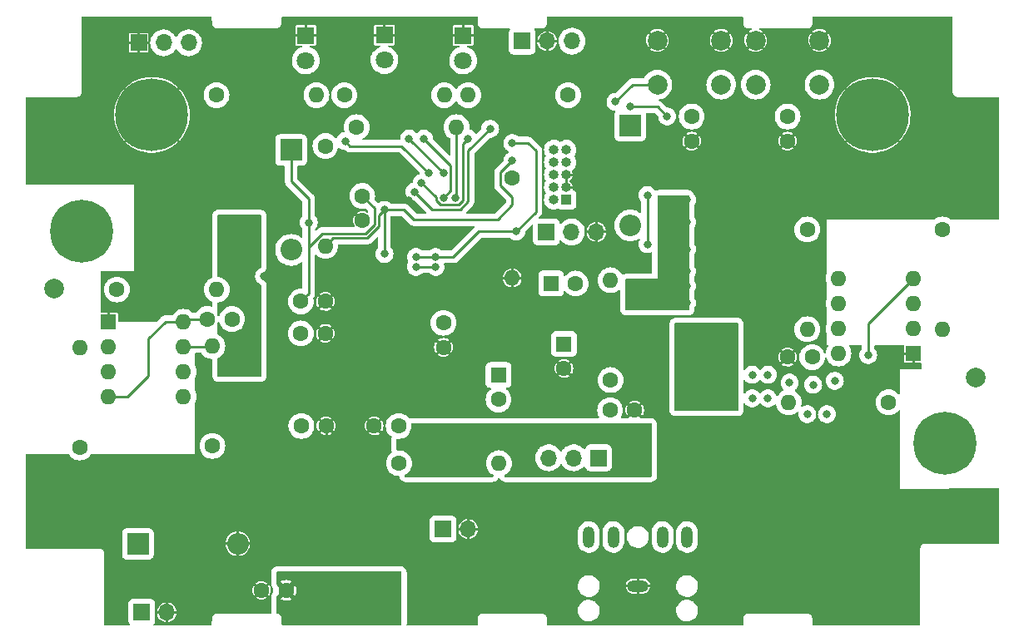
<source format=gbr>
%TF.GenerationSoftware,KiCad,Pcbnew,(6.0.11)*%
%TF.CreationDate,2023-06-06T17:09:23+01:00*%
%TF.ProjectId,Digital Theremin,44696769-7461-46c2-9054-686572656d69,rev?*%
%TF.SameCoordinates,Original*%
%TF.FileFunction,Copper,L2,Bot*%
%TF.FilePolarity,Positive*%
%FSLAX46Y46*%
G04 Gerber Fmt 4.6, Leading zero omitted, Abs format (unit mm)*
G04 Created by KiCad (PCBNEW (6.0.11)) date 2023-06-06 17:09:23*
%MOMM*%
%LPD*%
G01*
G04 APERTURE LIST*
%TA.AperFunction,ComponentPad*%
%ADD10C,7.400000*%
%TD*%
%TA.AperFunction,ComponentPad*%
%ADD11C,2.000000*%
%TD*%
%TA.AperFunction,ComponentPad*%
%ADD12C,1.600000*%
%TD*%
%TA.AperFunction,ComponentPad*%
%ADD13O,1.600000X1.600000*%
%TD*%
%TA.AperFunction,ComponentPad*%
%ADD14C,0.800000*%
%TD*%
%TA.AperFunction,ComponentPad*%
%ADD15C,6.400000*%
%TD*%
%TA.AperFunction,ComponentPad*%
%ADD16R,1.800000X1.800000*%
%TD*%
%TA.AperFunction,ComponentPad*%
%ADD17C,1.800000*%
%TD*%
%TA.AperFunction,ComponentPad*%
%ADD18R,1.600000X1.600000*%
%TD*%
%TA.AperFunction,ComponentPad*%
%ADD19R,1.700000X1.700000*%
%TD*%
%TA.AperFunction,ComponentPad*%
%ADD20O,1.700000X1.700000*%
%TD*%
%TA.AperFunction,ComponentPad*%
%ADD21R,2.200000X2.200000*%
%TD*%
%TA.AperFunction,ComponentPad*%
%ADD22O,2.200000X2.200000*%
%TD*%
%TA.AperFunction,ComponentPad*%
%ADD23R,1.000000X1.000000*%
%TD*%
%TA.AperFunction,ComponentPad*%
%ADD24O,1.000000X1.000000*%
%TD*%
%TA.AperFunction,ComponentPad*%
%ADD25O,1.200000X2.200000*%
%TD*%
%TA.AperFunction,ComponentPad*%
%ADD26O,2.200000X1.200000*%
%TD*%
%TA.AperFunction,ViaPad*%
%ADD27C,0.800000*%
%TD*%
%TA.AperFunction,Conductor*%
%ADD28C,0.250000*%
%TD*%
G04 APERTURE END LIST*
D10*
%TO.P,H2,1,1*%
%TO.N,GND*%
X174650000Y-72330000D03*
%TD*%
%TO.P,H1,1,1*%
%TO.N,GND*%
X101350000Y-72330000D03*
%TD*%
D11*
%TO.P,TP2,1,1*%
%TO.N,/Oscillators/Volume Antenna*%
X91440000Y-90043000D03*
%TD*%
%TO.P,TP1,1,1*%
%TO.N,/Oscillators/Pitch Antenna*%
X185166000Y-99060000D03*
%TD*%
D12*
%TO.P,R16,1*%
%TO.N,/Digital/swclk*%
X138000000Y-78800000D03*
D13*
%TO.P,R16,2*%
%TO.N,GND*%
X138000000Y-88960000D03*
%TD*%
D12*
%TO.P,R12,1*%
%TO.N,+5V*%
X168000000Y-84000000D03*
D13*
%TO.P,R12,2*%
%TO.N,Net-(R12-Pad2)*%
X168000000Y-94160000D03*
%TD*%
D14*
%TO.P,ANT1,1,A*%
%TO.N,/Oscillators/Pitch Antenna*%
X179600000Y-105800000D03*
X184400000Y-105800000D03*
X183697056Y-107497056D03*
D15*
X182000000Y-105800000D03*
D14*
X180302944Y-104102944D03*
X182000000Y-103400000D03*
X183697056Y-104102944D03*
X180302944Y-107497056D03*
X182000000Y-108200000D03*
%TD*%
D16*
%TO.P,D1,1,K*%
%TO.N,GND*%
X117000000Y-64240000D03*
D17*
%TO.P,D1,2,A*%
%TO.N,Net-(D1-Pad2)*%
X117000000Y-66780000D03*
%TD*%
D12*
%TO.P,C16,1*%
%TO.N,GND*%
X150450000Y-102400000D03*
%TO.P,C16,2*%
%TO.N,Net-(C16-Pad2)*%
X147950000Y-102400000D03*
%TD*%
D18*
%TO.P,U4,1,GND*%
%TO.N,GND*%
X96950000Y-93400000D03*
D13*
%TO.P,U4,2,TR*%
%TO.N,/Oscillators/Volume Antenna*%
X96950000Y-95940000D03*
%TO.P,U4,3,Q*%
%TO.N,/Volume Frequency*%
X96950000Y-98480000D03*
%TO.P,U4,4,R*%
%TO.N,+5V*%
X96950000Y-101020000D03*
%TO.P,U4,5,CV*%
%TO.N,unconnected-(U4-Pad5)*%
X104570000Y-101020000D03*
%TO.P,U4,6,THR*%
%TO.N,/Oscillators/Volume Antenna*%
X104570000Y-98480000D03*
%TO.P,U4,7,DIS*%
%TO.N,Net-(R14-Pad2)*%
X104570000Y-95940000D03*
%TO.P,U4,8,VCC*%
%TO.N,+5V*%
X104570000Y-93400000D03*
%TD*%
D19*
%TO.P,SP1,1,1*%
%TO.N,/Speaker*%
X130975000Y-114500000D03*
D20*
%TO.P,SP1,2,2*%
%TO.N,GND*%
X133515000Y-114500000D03*
%TD*%
D21*
%TO.P,D5,1,K*%
%TO.N,+3V0*%
X115500000Y-75920000D03*
D22*
%TO.P,D5,2,A*%
%TO.N,/Volume Frequency*%
X115500000Y-86080000D03*
%TD*%
D12*
%TO.P,C4,1*%
%TO.N,+3V0*%
X116500000Y-94580000D03*
%TO.P,C4,2*%
%TO.N,GND*%
X119000000Y-94580000D03*
%TD*%
D18*
%TO.P,C6,1*%
%TO.N,/MCU Audio Out*%
X141948880Y-89500000D03*
D12*
%TO.P,C6,2*%
%TO.N,Net-(C6-Pad2)*%
X144448880Y-89500000D03*
%TD*%
%TO.P,R3,1*%
%TO.N,Net-(D2-Pad2)*%
X122170000Y-73580000D03*
D13*
%TO.P,R3,2*%
%TO.N,/Square LED*%
X132330000Y-73580000D03*
%TD*%
D14*
%TO.P,ANT2,1,A*%
%TO.N,/Oscillators/Volume Antenna*%
X96600000Y-84200000D03*
X92502944Y-82502944D03*
X94200000Y-81800000D03*
X95897056Y-85897056D03*
X95897056Y-82502944D03*
D15*
X94200000Y-84200000D03*
D14*
X91800000Y-84200000D03*
X92502944Y-85897056D03*
X94200000Y-86600000D03*
%TD*%
D19*
%TO.P,J1,1,Pin_1*%
%TO.N,+5V*%
X100325000Y-122980000D03*
D20*
%TO.P,J1,2,Pin_2*%
%TO.N,GND*%
X102865000Y-122980000D03*
%TD*%
D12*
%TO.P,C9,1*%
%TO.N,+5V*%
X131000000Y-93500000D03*
%TO.P,C9,2*%
%TO.N,GND*%
X131000000Y-96000000D03*
%TD*%
%TO.P,R10,1*%
%TO.N,+5V*%
X176280000Y-101600000D03*
D13*
%TO.P,R10,2*%
%TO.N,/Pitch Frequency*%
X166120000Y-101600000D03*
%TD*%
D12*
%TO.P,C5,1*%
%TO.N,+3V0*%
X116500000Y-91330000D03*
%TO.P,C5,2*%
%TO.N,GND*%
X119000000Y-91330000D03*
%TD*%
%TO.P,C14,1*%
%TO.N,GND*%
X122750000Y-83080000D03*
%TO.P,C14,2*%
%TO.N,+3V0*%
X122750000Y-80580000D03*
%TD*%
%TO.P,R5,1*%
%TO.N,Net-(C16-Pad2)*%
X148000000Y-99330000D03*
D13*
%TO.P,R5,2*%
%TO.N,Net-(C6-Pad2)*%
X148000000Y-89170000D03*
%TD*%
D19*
%TO.P,J4,1,Pin_1*%
%TO.N,/Digital/UART TX*%
X141475000Y-84250000D03*
D20*
%TO.P,J4,2,Pin_2*%
%TO.N,/Digital/UART RX*%
X144015000Y-84250000D03*
%TO.P,J4,3,Pin_3*%
%TO.N,GND*%
X146555000Y-84250000D03*
%TD*%
D21*
%TO.P,D4,1,K*%
%TO.N,+5V*%
X99920000Y-116000000D03*
D22*
%TO.P,D4,2,A*%
%TO.N,GND*%
X110080000Y-116000000D03*
%TD*%
D18*
%TO.P,U3,1,GND*%
%TO.N,GND*%
X178800000Y-96630000D03*
D13*
%TO.P,U3,2,TR*%
%TO.N,/Oscillators/Pitch Antenna*%
X178800000Y-94090000D03*
%TO.P,U3,3,Q*%
%TO.N,/Pitch Frequency*%
X178800000Y-91550000D03*
%TO.P,U3,4,R*%
%TO.N,+5V*%
X178800000Y-89010000D03*
%TO.P,U3,5,CV*%
%TO.N,unconnected-(U3-Pad5)*%
X171180000Y-89010000D03*
%TO.P,U3,6,THR*%
%TO.N,/Oscillators/Pitch Antenna*%
X171180000Y-91550000D03*
%TO.P,U3,7,DIS*%
%TO.N,Net-(R12-Pad2)*%
X171180000Y-94090000D03*
%TO.P,U3,8,VCC*%
%TO.N,+5V*%
X171180000Y-96630000D03*
%TD*%
D11*
%TO.P,SW2,2,2*%
%TO.N,/Calibrate Button*%
X162750000Y-69250000D03*
X169250000Y-69250000D03*
%TO.P,SW2,1,1*%
%TO.N,GND*%
X169250000Y-64750000D03*
X162750000Y-64750000D03*
%TD*%
D12*
%TO.P,C3,1*%
%TO.N,+5V*%
X116550000Y-104000000D03*
%TO.P,C3,2*%
%TO.N,GND*%
X119050000Y-104000000D03*
%TD*%
D16*
%TO.P,D2,1,K*%
%TO.N,GND*%
X125000000Y-64215000D03*
D17*
%TO.P,D2,2,A*%
%TO.N,Net-(D2-Pad2)*%
X125000000Y-66755000D03*
%TD*%
D12*
%TO.P,C13,1*%
%TO.N,+5V*%
X107000000Y-93120000D03*
%TO.P,C13,2*%
%TO.N,GND*%
X109500000Y-93120000D03*
%TD*%
%TO.P,C12,1*%
%TO.N,+5V*%
X168500000Y-97000000D03*
%TO.P,C12,2*%
%TO.N,GND*%
X166000000Y-97000000D03*
%TD*%
%TO.P,R2,1*%
%TO.N,Net-(D1-Pad2)*%
X120920000Y-70330000D03*
D13*
%TO.P,R2,2*%
%TO.N,/Sine LED*%
X131080000Y-70330000D03*
%TD*%
D18*
%TO.P,C8,1*%
%TO.N,Net-(C8-Pad1)*%
X136600000Y-98819328D03*
D12*
%TO.P,C8,2*%
%TO.N,Net-(C8-Pad2)*%
X136600000Y-101319328D03*
%TD*%
D18*
%TO.P,C7,1*%
%TO.N,Net-(C7-Pad1)*%
X143250000Y-95653992D03*
D12*
%TO.P,C7,2*%
%TO.N,GND*%
X143250000Y-98153992D03*
%TD*%
D19*
%TO.P,RV2,1,1*%
%TO.N,unconnected-(RV2-Pad1)*%
X139000000Y-64830000D03*
D20*
%TO.P,RV2,2,2*%
%TO.N,GND*%
X141540000Y-64830000D03*
%TO.P,RV2,3,3*%
%TO.N,Net-(C16-Pad2)*%
X144080000Y-64830000D03*
%TD*%
D12*
%TO.P,R1,1*%
%TO.N,/Pitch pot*%
X107920000Y-70330000D03*
D13*
%TO.P,R1,2*%
%TO.N,+3V0*%
X118080000Y-70330000D03*
%TD*%
D16*
%TO.P,D3,1,K*%
%TO.N,GND*%
X133000000Y-64240000D03*
D17*
%TO.P,D3,2,A*%
%TO.N,Net-(D3-Pad2)*%
X133000000Y-66780000D03*
%TD*%
D19*
%TO.P,RV1,1,1*%
%TO.N,GND*%
X100000000Y-65000000D03*
D20*
%TO.P,RV1,2,2*%
%TO.N,/Pitch pot*%
X102540000Y-65000000D03*
%TO.P,RV1,3,3*%
%TO.N,unconnected-(RV1-Pad3)*%
X105080000Y-65000000D03*
%TD*%
D19*
%TO.P,SW3,1,A*%
%TO.N,/Output*%
X146775000Y-107250000D03*
D20*
%TO.P,SW3,2,B*%
%TO.N,Net-(C8-Pad2)*%
X144235000Y-107250000D03*
%TO.P,SW3,3,C*%
%TO.N,/Speaker*%
X141695000Y-107250000D03*
%TD*%
D12*
%TO.P,R15,1*%
%TO.N,Net-(R14-Pad2)*%
X94000000Y-106200000D03*
D13*
%TO.P,R15,2*%
%TO.N,/Oscillators/Volume Antenna*%
X94000000Y-96040000D03*
%TD*%
D12*
%TO.P,R14,1*%
%TO.N,+5V*%
X107500000Y-106030000D03*
D13*
%TO.P,R14,2*%
%TO.N,Net-(R14-Pad2)*%
X107500000Y-95870000D03*
%TD*%
D12*
%TO.P,R17,1*%
%TO.N,+3V0*%
X119000000Y-75500000D03*
D13*
%TO.P,R17,2*%
%TO.N,/Digital/RST*%
X119000000Y-85660000D03*
%TD*%
D12*
%TO.P,C10,1*%
%TO.N,GND*%
X123950000Y-104000000D03*
%TO.P,C10,2*%
%TO.N,Net-(C10-Pad2)*%
X126450000Y-104000000D03*
%TD*%
%TO.P,C15,1*%
%TO.N,Net-(C15-Pad1)*%
X115000000Y-120750000D03*
%TO.P,C15,2*%
%TO.N,GND*%
X112500000Y-120750000D03*
%TD*%
D23*
%TO.P,SWD1,1,VTref*%
%TO.N,+3V0*%
X143502890Y-80967784D03*
D24*
%TO.P,SWD1,2,SWDIO/TMS*%
%TO.N,/Digital/swdio*%
X142232890Y-80967784D03*
%TO.P,SWD1,3,GND*%
%TO.N,GND*%
X143502890Y-79697784D03*
%TO.P,SWD1,4,SWDCLK/TCK*%
%TO.N,/Digital/swclk*%
X142232890Y-79697784D03*
%TO.P,SWD1,5,GND*%
%TO.N,GND*%
X143502890Y-78427784D03*
%TO.P,SWD1,6,SWO/TDO*%
%TO.N,unconnected-(SWD1-Pad6)*%
X142232890Y-78427784D03*
%TO.P,SWD1,7,KEY*%
%TO.N,unconnected-(SWD1-Pad7)*%
X143502890Y-77157784D03*
%TO.P,SWD1,8,NC/TDI*%
%TO.N,unconnected-(SWD1-Pad8)*%
X142232890Y-77157784D03*
%TO.P,SWD1,9,GNDDetect*%
%TO.N,unconnected-(SWD1-Pad9)*%
X143502890Y-75887784D03*
%TO.P,SWD1,10,~{RESET}*%
%TO.N,/Digital/RST*%
X142232890Y-75887784D03*
%TD*%
D12*
%TO.P,C2,1*%
%TO.N,GND*%
X156250000Y-75000000D03*
%TO.P,C2,2*%
%TO.N,/Function Button*%
X156250000Y-72500000D03*
%TD*%
%TO.P,R7,1*%
%TO.N,Net-(C10-Pad2)*%
X126480000Y-107800000D03*
D13*
%TO.P,R7,2*%
%TO.N,Net-(C8-Pad2)*%
X136640000Y-107800000D03*
%TD*%
D12*
%TO.P,R13,1*%
%TO.N,Net-(R12-Pad2)*%
X181750000Y-84000000D03*
D13*
%TO.P,R13,2*%
%TO.N,/Oscillators/Pitch Antenna*%
X181750000Y-94160000D03*
%TD*%
D12*
%TO.P,R4,1*%
%TO.N,Net-(D3-Pad2)*%
X143670000Y-70330000D03*
D13*
%TO.P,R4,2*%
%TO.N,/Triangle LED*%
X133510000Y-70330000D03*
%TD*%
D12*
%TO.P,C1,1*%
%TO.N,GND*%
X166000000Y-75000000D03*
%TO.P,C1,2*%
%TO.N,/Calibrate Button*%
X166000000Y-72500000D03*
%TD*%
D21*
%TO.P,D6,1,K*%
%TO.N,+3V0*%
X150000000Y-73420000D03*
D22*
%TO.P,D6,2,A*%
%TO.N,/Pitch Frequency*%
X150000000Y-83580000D03*
%TD*%
D12*
%TO.P,R11,1*%
%TO.N,+5V*%
X97790000Y-90120000D03*
D13*
%TO.P,R11,2*%
%TO.N,/Volume Frequency*%
X107950000Y-90120000D03*
%TD*%
D25*
%TO.P,J2,R,R*%
%TO.N,/Output*%
X145773983Y-115301787D03*
%TO.P,J2,RN,RN*%
%TO.N,unconnected-(J2-PadRN)*%
X148273983Y-115301787D03*
D26*
%TO.P,J2,S,S*%
%TO.N,GND*%
X150773983Y-120301787D03*
D25*
%TO.P,J2,T,T*%
%TO.N,/Output*%
X155773983Y-115301787D03*
%TO.P,J2,TN,TN*%
%TO.N,unconnected-(J2-PadTN)*%
X153273983Y-115301787D03*
%TD*%
D11*
%TO.P,SW1,1,1*%
%TO.N,GND*%
X159250000Y-64750000D03*
X152750000Y-64750000D03*
%TO.P,SW1,2,2*%
%TO.N,/Function Button*%
X159250000Y-69250000D03*
X152750000Y-69250000D03*
%TD*%
D27*
%TO.N,/Calibrate Button*%
X128051000Y-80168205D03*
X153750000Y-72500000D03*
X135750000Y-73750000D03*
X150000000Y-71500000D03*
%TO.N,/Function Button*%
X128775500Y-79250000D03*
X148500000Y-71000000D03*
X133500000Y-74750000D03*
%TO.N,GND*%
X139250000Y-85500000D03*
X133750000Y-88750000D03*
X131250000Y-88750000D03*
X138250000Y-94750000D03*
X137750000Y-85500000D03*
X123000000Y-86250000D03*
X114250000Y-88750000D03*
X118000000Y-100500000D03*
X118750000Y-89750000D03*
X132750000Y-96000000D03*
X127513234Y-81010707D03*
X132500000Y-88750000D03*
X135750000Y-89750000D03*
X112750000Y-88750000D03*
X135000000Y-88750000D03*
X135250000Y-85500000D03*
X122200000Y-117800000D03*
X149750000Y-86000000D03*
X136500000Y-85500000D03*
X150500000Y-87250000D03*
%TO.N,+5V*%
X131400000Y-105200000D03*
X134200000Y-104200000D03*
X128600000Y-106200000D03*
X170000000Y-102800000D03*
X109500000Y-84000000D03*
X110500000Y-83000000D03*
X140700000Y-104200000D03*
X139700000Y-105200000D03*
X160500000Y-96000000D03*
X155500000Y-94500000D03*
X140700000Y-105200000D03*
X150200000Y-104200000D03*
X111500000Y-90000000D03*
X134200000Y-105200000D03*
X110000000Y-87000000D03*
X130000000Y-106200000D03*
X155500000Y-97500000D03*
X151200000Y-108200000D03*
X151200000Y-105200000D03*
X128600000Y-104200000D03*
X134200000Y-106200000D03*
X155500000Y-100500000D03*
X159500000Y-94000000D03*
X151200000Y-106200000D03*
X155500000Y-101500000D03*
X174200000Y-96800000D03*
X149200000Y-104200000D03*
X131400000Y-104200000D03*
X151200000Y-107200000D03*
X149200000Y-106200000D03*
X155500000Y-96500000D03*
X159500000Y-95000000D03*
X111500000Y-94500000D03*
X108500000Y-84000000D03*
X158000000Y-96000000D03*
X130000000Y-105200000D03*
X111500000Y-96000000D03*
X150200000Y-107200000D03*
X150200000Y-106200000D03*
X158500000Y-101500000D03*
X149200000Y-108200000D03*
X158000000Y-97000000D03*
X108500000Y-83000000D03*
X149200000Y-107200000D03*
X148200000Y-105200000D03*
X141700000Y-104200000D03*
X132800000Y-104200000D03*
X138700000Y-105200000D03*
X111500000Y-84000000D03*
X149200000Y-105200000D03*
X148200000Y-104200000D03*
X145200000Y-104200000D03*
X110500000Y-96000000D03*
X159500000Y-98000000D03*
X162400000Y-98800000D03*
X131400000Y-106200000D03*
X159500000Y-96000000D03*
X168000000Y-102800000D03*
X110500000Y-84000000D03*
X162400000Y-101200000D03*
X155500000Y-98500000D03*
X160500000Y-95000000D03*
X150200000Y-108200000D03*
X141700000Y-105200000D03*
X166200000Y-99600000D03*
X128600000Y-105200000D03*
X160500000Y-97000000D03*
X111500000Y-97500000D03*
X111500000Y-91500000D03*
X137700000Y-105200000D03*
X155500000Y-95500000D03*
X160500000Y-101500000D03*
X160500000Y-94000000D03*
X130000000Y-104200000D03*
X132800000Y-106200000D03*
X159500000Y-97000000D03*
X170800000Y-99400000D03*
X109500000Y-97500000D03*
X164000000Y-101200000D03*
X164000000Y-98800000D03*
X137700000Y-104200000D03*
X156500000Y-99500000D03*
X146200000Y-104200000D03*
X110500000Y-97500000D03*
X156500000Y-101500000D03*
X168600000Y-99800000D03*
X158000000Y-95000000D03*
X159500000Y-101500000D03*
X111000000Y-87000000D03*
X109000000Y-87000000D03*
X139700000Y-106200000D03*
X111500000Y-83000000D03*
X157500000Y-101500000D03*
X150200000Y-105200000D03*
X146200000Y-105200000D03*
X157500000Y-100500000D03*
X111500000Y-93000000D03*
X155500000Y-99500000D03*
X160500000Y-98000000D03*
X139700000Y-104200000D03*
X109500000Y-83000000D03*
X132800000Y-105200000D03*
X151200000Y-104200000D03*
X158000000Y-94000000D03*
X138700000Y-106200000D03*
X156500000Y-100500000D03*
X138700000Y-104200000D03*
X137700000Y-106200000D03*
%TO.N,+3V0*%
X155750000Y-86000000D03*
X128200000Y-87800000D03*
X155750000Y-81000000D03*
X150000000Y-89500000D03*
X155750000Y-89750000D03*
X153000000Y-89750000D03*
X154500000Y-81000000D03*
X153000000Y-91500000D03*
X154500000Y-86750000D03*
X155750000Y-83250000D03*
X155750000Y-91500000D03*
X150000000Y-91750000D03*
X153250000Y-82500000D03*
X117299999Y-83300001D03*
X128200000Y-86800000D03*
X154750000Y-82500000D03*
X153250000Y-88250000D03*
X130200000Y-86800000D03*
X138000000Y-75200000D03*
X130200000Y-87800000D03*
X150000000Y-90500000D03*
X153250000Y-86750000D03*
X155750000Y-88250000D03*
X154500000Y-91500000D03*
X138400000Y-84200000D03*
X154500000Y-88250000D03*
X153250000Y-84500000D03*
X154750000Y-85000000D03*
X154500000Y-89750000D03*
%TO.N,Net-(C16-Pad2)*%
X151750000Y-80500000D03*
X151750000Y-85500000D03*
%TO.N,/Pitch pot*%
X129500000Y-78250000D03*
X121000000Y-75000000D03*
%TO.N,/Sine LED*%
X127500000Y-74750000D03*
X131000000Y-78250000D03*
%TO.N,/Square LED*%
X132250000Y-80750000D03*
%TO.N,/Triangle LED*%
X131000000Y-80750000D03*
X129000000Y-74750000D03*
%TO.N,/Digital/RST*%
X125000000Y-86500000D03*
X138000000Y-77000000D03*
X125000000Y-82000000D03*
%TD*%
D28*
%TO.N,+5V*%
X178800000Y-89010000D02*
X174200000Y-93610000D01*
X174200000Y-93610000D02*
X174200000Y-96800000D01*
%TO.N,/Calibrate Button*%
X132711701Y-81950000D02*
X133500000Y-81161701D01*
X133500000Y-76000000D02*
X135750000Y-73750000D01*
X150000000Y-71500000D02*
X152750000Y-71500000D01*
X152750000Y-71500000D02*
X153750000Y-72500000D01*
X128051000Y-80168205D02*
X129832795Y-81950000D01*
X133500000Y-81161701D02*
X133500000Y-76500000D01*
X129832795Y-81950000D02*
X132711701Y-81950000D01*
X133500000Y-76500000D02*
X133500000Y-76000000D01*
%TO.N,/Function Button*%
X130724695Y-81500000D02*
X132525305Y-81500000D01*
X130250000Y-81025305D02*
X130724695Y-81500000D01*
X133000000Y-75250000D02*
X133500000Y-74750000D01*
X132762653Y-81262652D02*
X133000000Y-81025305D01*
X130250000Y-81000000D02*
X130250000Y-81025305D01*
X133000000Y-79250000D02*
X133000000Y-75250000D01*
X130250000Y-80724500D02*
X130250000Y-81000000D01*
X132525305Y-81500000D02*
X132762653Y-81262652D01*
X128775500Y-79250000D02*
X130250000Y-80724500D01*
X133000000Y-81025305D02*
X133000000Y-79250000D01*
X148500000Y-71000000D02*
X150250000Y-69250000D01*
X150250000Y-69250000D02*
X152750000Y-69250000D01*
%TO.N,/Pitch pot*%
X121000000Y-75000000D02*
X121500000Y-75500000D01*
X121500000Y-75500000D02*
X126750000Y-75500000D01*
X126750000Y-75500000D02*
X129500000Y-78250000D01*
%TO.N,GND*%
X119050000Y-113050000D02*
X119050000Y-104000000D01*
X122200000Y-117800000D02*
X122200000Y-116200000D01*
X122200000Y-116200000D02*
X119050000Y-113050000D01*
%TO.N,+5V*%
X107000000Y-93120000D02*
X104850000Y-93120000D01*
X102720000Y-93400000D02*
X101000000Y-95120000D01*
X101000000Y-95120000D02*
X101000000Y-98870000D01*
X98850000Y-101020000D02*
X96950000Y-101020000D01*
X104570000Y-93400000D02*
X102720000Y-93400000D01*
X101000000Y-98870000D02*
X98850000Y-101020000D01*
X104850000Y-93120000D02*
X104570000Y-93400000D01*
%TO.N,+3V0*%
X134600000Y-84200000D02*
X138400000Y-84200000D01*
X138000000Y-75200000D02*
X139600000Y-75200000D01*
X117299999Y-80899999D02*
X115500000Y-79100000D01*
X116500000Y-91330000D02*
X117299999Y-90530001D01*
X130200000Y-86800000D02*
X132000000Y-86800000D01*
X117299999Y-83300001D02*
X117299999Y-80899999D01*
X123089999Y-84410001D02*
X124000000Y-83500000D01*
X124000000Y-81830000D02*
X122750000Y-80580000D01*
X117299999Y-90530001D02*
X117299999Y-85769010D01*
X117299999Y-85769010D02*
X117299999Y-83300001D01*
X124000000Y-83500000D02*
X124000000Y-81830000D01*
X128200000Y-86800000D02*
X130200000Y-86800000D01*
X140400000Y-76000000D02*
X140400000Y-82200000D01*
X140400000Y-82200000D02*
X138400000Y-84200000D01*
X130200000Y-87800000D02*
X128200000Y-87800000D01*
X115500000Y-79100000D02*
X115500000Y-75920000D01*
X132000000Y-86800000D02*
X134600000Y-84200000D01*
X118659008Y-84410001D02*
X123089999Y-84410001D01*
X139600000Y-75200000D02*
X140400000Y-76000000D01*
X117299999Y-85769010D02*
X118659008Y-84410001D01*
%TO.N,Net-(C16-Pad2)*%
X151750000Y-80500000D02*
X151750000Y-85500000D01*
%TO.N,/Sine LED*%
X131000000Y-78250000D02*
X127500000Y-74750000D01*
%TO.N,/Square LED*%
X132250000Y-80750000D02*
X132330000Y-80670000D01*
X132330000Y-80670000D02*
X132330000Y-73580000D01*
%TO.N,/Triangle LED*%
X131725000Y-80025000D02*
X131725000Y-77475000D01*
X131725000Y-77475000D02*
X129000000Y-74750000D01*
X131000000Y-80750000D02*
X131725000Y-80025000D01*
%TO.N,Net-(R14-Pad2)*%
X107430000Y-95940000D02*
X107500000Y-95870000D01*
X104570000Y-95940000D02*
X107430000Y-95940000D01*
%TO.N,/Digital/RST*%
X136500000Y-83000000D02*
X138000000Y-81500000D01*
X123276395Y-84860001D02*
X119799999Y-84860001D01*
X138000000Y-80724695D02*
X136800000Y-79524695D01*
X125000000Y-82000000D02*
X124450000Y-82550000D01*
X125000000Y-82000000D02*
X125000000Y-86500000D01*
X138000000Y-81500000D02*
X138000000Y-80724695D01*
X128000000Y-83000000D02*
X136500000Y-83000000D01*
X127000000Y-82000000D02*
X128000000Y-83000000D01*
X124450000Y-82550000D02*
X124450000Y-83686396D01*
X125000000Y-82000000D02*
X127000000Y-82000000D01*
X124450000Y-83686396D02*
X123276395Y-84860001D01*
X136800000Y-79524695D02*
X136800000Y-78200000D01*
X136800000Y-78200000D02*
X138000000Y-77000000D01*
X119799999Y-84860001D02*
X119000000Y-85660000D01*
%TD*%
%TA.AperFunction,Conductor*%
%TO.N,Net-(C15-Pad1)*%
G36*
X126692121Y-118820002D02*
G01*
X126738614Y-118873658D01*
X126750000Y-118926000D01*
X126750000Y-124195500D01*
X126729998Y-124263621D01*
X126676342Y-124310114D01*
X126624000Y-124321500D01*
X114685008Y-124321500D01*
X114616887Y-124301498D01*
X114570394Y-124247842D01*
X114559422Y-124205710D01*
X114509110Y-123586859D01*
X114508698Y-123575881D01*
X114508921Y-123539256D01*
X114508976Y-123530279D01*
X114493759Y-123477036D01*
X114492045Y-123470343D01*
X114481764Y-123425088D01*
X114481762Y-123425083D01*
X114479774Y-123416331D01*
X114475410Y-123408491D01*
X114473550Y-123403631D01*
X114471415Y-123398858D01*
X114468949Y-123390229D01*
X114464161Y-123382641D01*
X114464160Y-123382638D01*
X114439401Y-123343398D01*
X114435866Y-123337438D01*
X114427102Y-123321691D01*
X114408940Y-123289058D01*
X114402543Y-123282749D01*
X114399381Y-123278591D01*
X114396016Y-123274637D01*
X114391224Y-123267042D01*
X114349716Y-123230383D01*
X114344650Y-123225654D01*
X114311626Y-123193086D01*
X114305232Y-123186780D01*
X114297323Y-123182521D01*
X114293145Y-123179435D01*
X114288783Y-123176569D01*
X114282049Y-123170622D01*
X114231931Y-123147092D01*
X114225763Y-123143987D01*
X114176986Y-123117720D01*
X114168205Y-123115853D01*
X114163324Y-123114062D01*
X114158325Y-123112534D01*
X114150200Y-123108719D01*
X114106615Y-123101933D01*
X114042383Y-123071689D01*
X114004698Y-123011520D01*
X114000000Y-122977433D01*
X114000000Y-121654408D01*
X114460422Y-121654408D01*
X114465331Y-121660966D01*
X114569807Y-121719356D01*
X114581046Y-121724266D01*
X114766283Y-121784453D01*
X114778257Y-121787086D01*
X114971666Y-121810148D01*
X114983915Y-121810405D01*
X115178118Y-121795462D01*
X115190198Y-121793331D01*
X115377779Y-121740957D01*
X115389229Y-121736517D01*
X115531236Y-121664784D01*
X115541522Y-121655137D01*
X115539284Y-121648494D01*
X115012812Y-121122022D01*
X114998868Y-121114408D01*
X114997035Y-121114539D01*
X114990420Y-121118790D01*
X114467182Y-121642028D01*
X114460422Y-121654408D01*
X114000000Y-121654408D01*
X114000000Y-121413781D01*
X114020002Y-121345660D01*
X114073658Y-121299167D01*
X114084941Y-121294659D01*
X114102017Y-121288773D01*
X114627978Y-120762812D01*
X114634356Y-120751132D01*
X115364408Y-120751132D01*
X115364539Y-120752965D01*
X115368790Y-120759580D01*
X115891868Y-121282658D01*
X115904248Y-121289418D01*
X115910982Y-121284377D01*
X115966325Y-121186955D01*
X115971319Y-121175739D01*
X116032794Y-120990939D01*
X116035514Y-120978968D01*
X116060253Y-120783131D01*
X116060745Y-120776104D01*
X116061061Y-120753522D01*
X116060766Y-120746495D01*
X116041502Y-120550030D01*
X116039119Y-120537992D01*
X115982826Y-120351542D01*
X115978152Y-120340201D01*
X115914056Y-120219654D01*
X115904196Y-120209573D01*
X115897068Y-120212142D01*
X115372022Y-120737188D01*
X115364408Y-120751132D01*
X114634356Y-120751132D01*
X114635592Y-120748868D01*
X114635461Y-120747035D01*
X114631210Y-120740420D01*
X114107772Y-120216982D01*
X114065612Y-120193960D01*
X114015411Y-120143757D01*
X114000000Y-120083374D01*
X114000000Y-119845530D01*
X114459248Y-119845530D01*
X114461703Y-119852493D01*
X114987188Y-120377978D01*
X115001132Y-120385592D01*
X115002965Y-120385461D01*
X115009580Y-120381210D01*
X115533253Y-119857537D01*
X115540013Y-119845157D01*
X115535354Y-119838934D01*
X115416615Y-119774732D01*
X115405310Y-119769980D01*
X115219253Y-119712385D01*
X115207240Y-119709919D01*
X115013536Y-119689560D01*
X115001268Y-119689475D01*
X114807307Y-119707126D01*
X114795258Y-119709424D01*
X114608413Y-119764416D01*
X114597036Y-119769013D01*
X114469397Y-119835741D01*
X114459248Y-119845530D01*
X114000000Y-119845530D01*
X114000000Y-118926000D01*
X114020002Y-118857879D01*
X114073658Y-118811386D01*
X114126000Y-118800000D01*
X126624000Y-118800000D01*
X126692121Y-118820002D01*
G37*
%TD.AperFunction*%
%TD*%
%TA.AperFunction,Conductor*%
%TO.N,+5V*%
G36*
X160942121Y-93520002D02*
G01*
X160988614Y-93573658D01*
X161000000Y-93626000D01*
X161000000Y-102374000D01*
X160979998Y-102442121D01*
X160926342Y-102488614D01*
X160874000Y-102500000D01*
X154626000Y-102500000D01*
X154557879Y-102479998D01*
X154511386Y-102426342D01*
X154500000Y-102374000D01*
X154500000Y-93626000D01*
X154520002Y-93557879D01*
X154573658Y-93511386D01*
X154626000Y-93500000D01*
X160874000Y-93500000D01*
X160942121Y-93520002D01*
G37*
%TD.AperFunction*%
%TD*%
%TA.AperFunction,Conductor*%
%TO.N,+3V0*%
G36*
X155942121Y-80520002D02*
G01*
X155988614Y-80573658D01*
X156000000Y-80626000D01*
X156000000Y-89000000D01*
X152750000Y-89000000D01*
X152750000Y-80626000D01*
X152770002Y-80557879D01*
X152823658Y-80511386D01*
X152876000Y-80500000D01*
X155874000Y-80500000D01*
X155942121Y-80520002D01*
G37*
%TD.AperFunction*%
%TD*%
%TA.AperFunction,Conductor*%
%TO.N,GND*%
G36*
X107412729Y-62355813D02*
G01*
X107438039Y-62399650D01*
X107438894Y-62406198D01*
X107491041Y-63016317D01*
X107491309Y-63023071D01*
X107491218Y-63038016D01*
X107491024Y-63069721D01*
X107492472Y-63074786D01*
X107492472Y-63074789D01*
X107506964Y-63125495D01*
X107507906Y-63129139D01*
X107520990Y-63185654D01*
X107523573Y-63190249D01*
X107524884Y-63193633D01*
X107528093Y-63201326D01*
X107529602Y-63204699D01*
X107531051Y-63209771D01*
X107533863Y-63214228D01*
X107533864Y-63214230D01*
X107562004Y-63258828D01*
X107563931Y-63262062D01*
X107592351Y-63312633D01*
X107596120Y-63316319D01*
X107598355Y-63319234D01*
X107603595Y-63325718D01*
X107605965Y-63328502D01*
X107608776Y-63332958D01*
X107612725Y-63336445D01*
X107612727Y-63336448D01*
X107637274Y-63358126D01*
X107648130Y-63367713D01*
X107652257Y-63371358D01*
X107655007Y-63373914D01*
X107696481Y-63414480D01*
X107701130Y-63416958D01*
X107704080Y-63419119D01*
X107710900Y-63423852D01*
X107713999Y-63425888D01*
X107717951Y-63429378D01*
X107722723Y-63431619D01*
X107722727Y-63431621D01*
X107770448Y-63454025D01*
X107773805Y-63455707D01*
X107825012Y-63483009D01*
X107830174Y-63484084D01*
X107833611Y-63485329D01*
X107841460Y-63487949D01*
X107845025Y-63489039D01*
X107849800Y-63491281D01*
X107907132Y-63500207D01*
X107910791Y-63500873D01*
X107967610Y-63512707D01*
X107972869Y-63512290D01*
X107972870Y-63512290D01*
X108017725Y-63508732D01*
X108023576Y-63508500D01*
X113972932Y-63508500D01*
X113979683Y-63508809D01*
X114026124Y-63513064D01*
X114083043Y-63501933D01*
X114086728Y-63501308D01*
X114144187Y-63493080D01*
X114148985Y-63490898D01*
X114152489Y-63489874D01*
X114160421Y-63487333D01*
X114163900Y-63486121D01*
X114169073Y-63485109D01*
X114220581Y-63458450D01*
X114223948Y-63456816D01*
X114271978Y-63434977D01*
X114271982Y-63434975D01*
X114276782Y-63432792D01*
X114280776Y-63429351D01*
X114283859Y-63427379D01*
X114290754Y-63422718D01*
X114293749Y-63420581D01*
X114298432Y-63418157D01*
X114306146Y-63410795D01*
X114316443Y-63400967D01*
X114340384Y-63378116D01*
X114343165Y-63375594D01*
X114383133Y-63341156D01*
X114383138Y-63341150D01*
X114387127Y-63337713D01*
X114389994Y-63333290D01*
X114392420Y-63330508D01*
X114397686Y-63324152D01*
X114399982Y-63321233D01*
X114403799Y-63317590D01*
X114432825Y-63267386D01*
X114434792Y-63264175D01*
X114463486Y-63219907D01*
X114463487Y-63219906D01*
X114466352Y-63215485D01*
X114467861Y-63210438D01*
X114469381Y-63207150D01*
X114472689Y-63199483D01*
X114474064Y-63196060D01*
X114476705Y-63191492D01*
X114489862Y-63137665D01*
X114490478Y-63135144D01*
X114491465Y-63131511D01*
X114506575Y-63080987D01*
X114506575Y-63080986D01*
X114508086Y-63075934D01*
X114508393Y-63025647D01*
X114508661Y-63019801D01*
X114513749Y-62960279D01*
X114561106Y-62406198D01*
X114582406Y-62360279D01*
X114628240Y-62338795D01*
X114634837Y-62338500D01*
X134417500Y-62338500D01*
X134465066Y-62355813D01*
X134490376Y-62399650D01*
X134491500Y-62412500D01*
X134491500Y-63021532D01*
X134491499Y-63021984D01*
X134491202Y-63070663D01*
X134491024Y-63099721D01*
X134492472Y-63104787D01*
X134492472Y-63104788D01*
X134500123Y-63131557D01*
X134502225Y-63141402D01*
X134506042Y-63168053D01*
X134506920Y-63174187D01*
X134519151Y-63201088D01*
X134522933Y-63211369D01*
X134531051Y-63239771D01*
X134548724Y-63267780D01*
X134553499Y-63276631D01*
X134567208Y-63306782D01*
X134580022Y-63321653D01*
X134586491Y-63329161D01*
X134593015Y-63337978D01*
X134608776Y-63362958D01*
X134633601Y-63384883D01*
X134640666Y-63392034D01*
X134662287Y-63417127D01*
X134672946Y-63424036D01*
X134687076Y-63433195D01*
X134695811Y-63439825D01*
X134711890Y-63454025D01*
X134717951Y-63459378D01*
X134722720Y-63461617D01*
X134722723Y-63461619D01*
X134747920Y-63473449D01*
X134756718Y-63478336D01*
X134779467Y-63493080D01*
X134784515Y-63496352D01*
X134812824Y-63504818D01*
X134823060Y-63508727D01*
X134849800Y-63521281D01*
X134866151Y-63523827D01*
X134882519Y-63526376D01*
X134892335Y-63528597D01*
X134919019Y-63536577D01*
X134919021Y-63536577D01*
X134924066Y-63538086D01*
X134958176Y-63538294D01*
X134959393Y-63538345D01*
X134960386Y-63538500D01*
X134991532Y-63538500D01*
X134991984Y-63538501D01*
X135066082Y-63538954D01*
X135066085Y-63538954D01*
X135069721Y-63538976D01*
X135070963Y-63538621D01*
X135072736Y-63538500D01*
X137697440Y-63538500D01*
X137745006Y-63555813D01*
X137770316Y-63599650D01*
X137761526Y-63649500D01*
X137756655Y-63656879D01*
X137699385Y-63733295D01*
X137697534Y-63738231D01*
X137697533Y-63738234D01*
X137649884Y-63865338D01*
X137648255Y-63869684D01*
X137641500Y-63931866D01*
X137641500Y-65728134D01*
X137648255Y-65790316D01*
X137649884Y-65794660D01*
X137649884Y-65794662D01*
X137695155Y-65915421D01*
X137699385Y-65926705D01*
X137786739Y-66043261D01*
X137903295Y-66130615D01*
X137908231Y-66132466D01*
X137908234Y-66132467D01*
X138035338Y-66180116D01*
X138035340Y-66180116D01*
X138039684Y-66181745D01*
X138077420Y-66185844D01*
X138099867Y-66188283D01*
X138099870Y-66188283D01*
X138101866Y-66188500D01*
X139898134Y-66188500D01*
X139900130Y-66188283D01*
X139900133Y-66188283D01*
X139922580Y-66185844D01*
X139960316Y-66181745D01*
X139964660Y-66180116D01*
X139964662Y-66180116D01*
X140091766Y-66132467D01*
X140091769Y-66132466D01*
X140096705Y-66130615D01*
X140213261Y-66043261D01*
X140300615Y-65926705D01*
X140304846Y-65915421D01*
X140350116Y-65794662D01*
X140350116Y-65794660D01*
X140351745Y-65790316D01*
X140358500Y-65728134D01*
X140358500Y-64962792D01*
X140547588Y-64962792D01*
X140551367Y-65007794D01*
X140552666Y-65014869D01*
X140604727Y-65196427D01*
X140607377Y-65203122D01*
X140693711Y-65371110D01*
X140697616Y-65377168D01*
X140814930Y-65525182D01*
X140819935Y-65530366D01*
X140963768Y-65652776D01*
X140969687Y-65656890D01*
X141134555Y-65749032D01*
X141141156Y-65751915D01*
X141320778Y-65810278D01*
X141327826Y-65811827D01*
X141402043Y-65820678D01*
X141412399Y-65818249D01*
X141415000Y-65814773D01*
X141415000Y-65810333D01*
X141665000Y-65810333D01*
X141668638Y-65820329D01*
X141672875Y-65822775D01*
X141710877Y-65819851D01*
X141717976Y-65818599D01*
X141899891Y-65767807D01*
X141906599Y-65765206D01*
X142075195Y-65680043D01*
X142081269Y-65676188D01*
X142230104Y-65559905D01*
X142235323Y-65554935D01*
X142358736Y-65411959D01*
X142362885Y-65406079D01*
X142456180Y-65241848D01*
X142459108Y-65235273D01*
X142518725Y-65056056D01*
X142520322Y-65049031D01*
X142530565Y-64967944D01*
X142528209Y-64957573D01*
X142524818Y-64955000D01*
X141678048Y-64955000D01*
X141668052Y-64958638D01*
X141665000Y-64963925D01*
X141665000Y-65810333D01*
X141415000Y-65810333D01*
X141415000Y-64968048D01*
X141411362Y-64958052D01*
X141406075Y-64955000D01*
X140559982Y-64955000D01*
X140549986Y-64958638D01*
X140547588Y-64962792D01*
X140358500Y-64962792D01*
X140358500Y-64796695D01*
X142717251Y-64796695D01*
X142730110Y-65019715D01*
X142730774Y-65022662D01*
X142730775Y-65022668D01*
X142763162Y-65166378D01*
X142779222Y-65237639D01*
X142795306Y-65277249D01*
X142859093Y-65434338D01*
X142863266Y-65444616D01*
X142916862Y-65532077D01*
X142967442Y-65614616D01*
X142979987Y-65635088D01*
X142981975Y-65637384D01*
X142981978Y-65637387D01*
X143058845Y-65726124D01*
X143126250Y-65803938D01*
X143128582Y-65805874D01*
X143128583Y-65805875D01*
X143133953Y-65810333D01*
X143298126Y-65946632D01*
X143300744Y-65948162D01*
X143300750Y-65948166D01*
X143488374Y-66057804D01*
X143488379Y-66057806D01*
X143491000Y-66059338D01*
X143493839Y-66060422D01*
X143696847Y-66137944D01*
X143696851Y-66137945D01*
X143699692Y-66139030D01*
X143702676Y-66139637D01*
X143702679Y-66139638D01*
X143803052Y-66160059D01*
X143918597Y-66183567D01*
X144004174Y-66186705D01*
X144138797Y-66191642D01*
X144138803Y-66191642D01*
X144141837Y-66191753D01*
X144144849Y-66191367D01*
X144144853Y-66191367D01*
X144256485Y-66177066D01*
X144363416Y-66163368D01*
X144483133Y-66127451D01*
X144574479Y-66100046D01*
X144574484Y-66100044D01*
X144577384Y-66099174D01*
X144777994Y-66000896D01*
X144959860Y-65871173D01*
X144965489Y-65865564D01*
X145115941Y-65715637D01*
X145115944Y-65715634D01*
X145118096Y-65713489D01*
X145163442Y-65650383D01*
X152031538Y-65650383D01*
X152032425Y-65653691D01*
X152032530Y-65653794D01*
X152196095Y-65763085D01*
X152202032Y-65766309D01*
X152389992Y-65847062D01*
X152396421Y-65849151D01*
X152595936Y-65894296D01*
X152602647Y-65895179D01*
X152807049Y-65903211D01*
X152813808Y-65902856D01*
X153016254Y-65873503D01*
X153022822Y-65871926D01*
X153216543Y-65806167D01*
X153222707Y-65803423D01*
X153401198Y-65703464D01*
X153406768Y-65699636D01*
X153460116Y-65655266D01*
X153462964Y-65650383D01*
X158531538Y-65650383D01*
X158532425Y-65653691D01*
X158532530Y-65653794D01*
X158696095Y-65763085D01*
X158702032Y-65766309D01*
X158889992Y-65847062D01*
X158896421Y-65849151D01*
X159095936Y-65894296D01*
X159102647Y-65895179D01*
X159307049Y-65903211D01*
X159313808Y-65902856D01*
X159516254Y-65873503D01*
X159522822Y-65871926D01*
X159716543Y-65806167D01*
X159722707Y-65803423D01*
X159901198Y-65703464D01*
X159906768Y-65699636D01*
X159960116Y-65655266D01*
X159962964Y-65650383D01*
X162031538Y-65650383D01*
X162032425Y-65653691D01*
X162032530Y-65653794D01*
X162196095Y-65763085D01*
X162202032Y-65766309D01*
X162389992Y-65847062D01*
X162396421Y-65849151D01*
X162595936Y-65894296D01*
X162602647Y-65895179D01*
X162807049Y-65903211D01*
X162813808Y-65902856D01*
X163016254Y-65873503D01*
X163022822Y-65871926D01*
X163216543Y-65806167D01*
X163222707Y-65803423D01*
X163401198Y-65703464D01*
X163406768Y-65699636D01*
X163460116Y-65655266D01*
X163462964Y-65650383D01*
X168531538Y-65650383D01*
X168532425Y-65653691D01*
X168532530Y-65653794D01*
X168696095Y-65763085D01*
X168702032Y-65766309D01*
X168889992Y-65847062D01*
X168896421Y-65849151D01*
X169095936Y-65894296D01*
X169102647Y-65895179D01*
X169307049Y-65903211D01*
X169313808Y-65902856D01*
X169516254Y-65873503D01*
X169522822Y-65871926D01*
X169716543Y-65806167D01*
X169722707Y-65803423D01*
X169901198Y-65703464D01*
X169906768Y-65699636D01*
X169960116Y-65655266D01*
X169965474Y-65646078D01*
X169964680Y-65641456D01*
X169259226Y-64936003D01*
X169249587Y-64931508D01*
X169243688Y-64933089D01*
X168536033Y-65640744D01*
X168531538Y-65650383D01*
X163462964Y-65650383D01*
X163465474Y-65646078D01*
X163464680Y-65641456D01*
X162759226Y-64936003D01*
X162749587Y-64931508D01*
X162743688Y-64933089D01*
X162036033Y-65640744D01*
X162031538Y-65650383D01*
X159962964Y-65650383D01*
X159965474Y-65646078D01*
X159964680Y-65641456D01*
X159259226Y-64936003D01*
X159249587Y-64931508D01*
X159243688Y-64933089D01*
X158536033Y-65640744D01*
X158531538Y-65650383D01*
X153462964Y-65650383D01*
X153465474Y-65646078D01*
X153464680Y-65641456D01*
X152759226Y-64936003D01*
X152749587Y-64931508D01*
X152743688Y-64933089D01*
X152036033Y-65640744D01*
X152031538Y-65650383D01*
X145163442Y-65650383D01*
X145248453Y-65532077D01*
X145262063Y-65504539D01*
X145346082Y-65334539D01*
X145346083Y-65334536D01*
X145347430Y-65331811D01*
X145360134Y-65289999D01*
X145411488Y-65120972D01*
X145412370Y-65118069D01*
X145419407Y-65064620D01*
X145441272Y-64898544D01*
X145441272Y-64898539D01*
X145441529Y-64896590D01*
X145443156Y-64830000D01*
X145441369Y-64808265D01*
X145434372Y-64723155D01*
X151595691Y-64723155D01*
X151609071Y-64927293D01*
X151610126Y-64933953D01*
X151660482Y-65132232D01*
X151662738Y-65138603D01*
X151748385Y-65324386D01*
X151751762Y-65330233D01*
X151844120Y-65460917D01*
X151852860Y-65466980D01*
X151856586Y-65466638D01*
X152563997Y-64759226D01*
X152568107Y-64750413D01*
X152931508Y-64750413D01*
X152933089Y-64756312D01*
X153637697Y-65460921D01*
X153647336Y-65465416D01*
X153651868Y-65464201D01*
X153699636Y-65406768D01*
X153703464Y-65401198D01*
X153803423Y-65222707D01*
X153806167Y-65216543D01*
X153871926Y-65022822D01*
X153873503Y-65016254D01*
X153903031Y-64812606D01*
X153903401Y-64808265D01*
X153904870Y-64752166D01*
X153904729Y-64747842D01*
X153902461Y-64723155D01*
X158095691Y-64723155D01*
X158109071Y-64927293D01*
X158110126Y-64933953D01*
X158160482Y-65132232D01*
X158162738Y-65138603D01*
X158248385Y-65324386D01*
X158251762Y-65330233D01*
X158344120Y-65460917D01*
X158352860Y-65466980D01*
X158356586Y-65466638D01*
X159063997Y-64759226D01*
X159068107Y-64750413D01*
X159431508Y-64750413D01*
X159433089Y-64756312D01*
X160137697Y-65460921D01*
X160147336Y-65465416D01*
X160151868Y-65464201D01*
X160199636Y-65406768D01*
X160203464Y-65401198D01*
X160303423Y-65222707D01*
X160306167Y-65216543D01*
X160371926Y-65022822D01*
X160373503Y-65016254D01*
X160403031Y-64812606D01*
X160403401Y-64808265D01*
X160404870Y-64752166D01*
X160404729Y-64747842D01*
X160402461Y-64723155D01*
X161595691Y-64723155D01*
X161609071Y-64927293D01*
X161610126Y-64933953D01*
X161660482Y-65132232D01*
X161662738Y-65138603D01*
X161748385Y-65324386D01*
X161751762Y-65330233D01*
X161844120Y-65460917D01*
X161852860Y-65466980D01*
X161856586Y-65466638D01*
X162563997Y-64759226D01*
X162568107Y-64750413D01*
X162931508Y-64750413D01*
X162933089Y-64756312D01*
X163637697Y-65460921D01*
X163647336Y-65465416D01*
X163651868Y-65464201D01*
X163699636Y-65406768D01*
X163703464Y-65401198D01*
X163803423Y-65222707D01*
X163806167Y-65216543D01*
X163871926Y-65022822D01*
X163873503Y-65016254D01*
X163903031Y-64812606D01*
X163903401Y-64808265D01*
X163904870Y-64752166D01*
X163904729Y-64747842D01*
X163902461Y-64723155D01*
X168095691Y-64723155D01*
X168109071Y-64927293D01*
X168110126Y-64933953D01*
X168160482Y-65132232D01*
X168162738Y-65138603D01*
X168248385Y-65324386D01*
X168251762Y-65330233D01*
X168344120Y-65460917D01*
X168352860Y-65466980D01*
X168356586Y-65466638D01*
X169063997Y-64759226D01*
X169068107Y-64750413D01*
X169431508Y-64750413D01*
X169433089Y-64756312D01*
X170137697Y-65460921D01*
X170147336Y-65465416D01*
X170151868Y-65464201D01*
X170199636Y-65406768D01*
X170203464Y-65401198D01*
X170303423Y-65222707D01*
X170306167Y-65216543D01*
X170371926Y-65022822D01*
X170373503Y-65016254D01*
X170403031Y-64812606D01*
X170403401Y-64808265D01*
X170404870Y-64752166D01*
X170404729Y-64747842D01*
X170385898Y-64542908D01*
X170384668Y-64536267D01*
X170329138Y-64339376D01*
X170326716Y-64333068D01*
X170236235Y-64149591D01*
X170232710Y-64143837D01*
X170155114Y-64039924D01*
X170146219Y-64034092D01*
X170142209Y-64034567D01*
X169436003Y-64740774D01*
X169431508Y-64750413D01*
X169068107Y-64750413D01*
X169068492Y-64749587D01*
X169066911Y-64743688D01*
X168362393Y-64039169D01*
X168352754Y-64034674D01*
X168348549Y-64035801D01*
X168283501Y-64118313D01*
X168279815Y-64123989D01*
X168184571Y-64305017D01*
X168181978Y-64311280D01*
X168121317Y-64506637D01*
X168119913Y-64513243D01*
X168095868Y-64716395D01*
X168095691Y-64723155D01*
X163902461Y-64723155D01*
X163885898Y-64542908D01*
X163884668Y-64536267D01*
X163829138Y-64339376D01*
X163826716Y-64333068D01*
X163736235Y-64149591D01*
X163732710Y-64143837D01*
X163655114Y-64039924D01*
X163646219Y-64034092D01*
X163642209Y-64034567D01*
X162936003Y-64740774D01*
X162931508Y-64750413D01*
X162568107Y-64750413D01*
X162568492Y-64749587D01*
X162566911Y-64743688D01*
X161862393Y-64039169D01*
X161852754Y-64034674D01*
X161848549Y-64035801D01*
X161783501Y-64118313D01*
X161779815Y-64123989D01*
X161684571Y-64305017D01*
X161681978Y-64311280D01*
X161621317Y-64506637D01*
X161619913Y-64513243D01*
X161595868Y-64716395D01*
X161595691Y-64723155D01*
X160402461Y-64723155D01*
X160385898Y-64542908D01*
X160384668Y-64536267D01*
X160329138Y-64339376D01*
X160326716Y-64333068D01*
X160236235Y-64149591D01*
X160232710Y-64143837D01*
X160155114Y-64039924D01*
X160146219Y-64034092D01*
X160142209Y-64034567D01*
X159436003Y-64740774D01*
X159431508Y-64750413D01*
X159068107Y-64750413D01*
X159068492Y-64749587D01*
X159066911Y-64743688D01*
X158362393Y-64039169D01*
X158352754Y-64034674D01*
X158348549Y-64035801D01*
X158283501Y-64118313D01*
X158279815Y-64123989D01*
X158184571Y-64305017D01*
X158181978Y-64311280D01*
X158121317Y-64506637D01*
X158119913Y-64513243D01*
X158095868Y-64716395D01*
X158095691Y-64723155D01*
X153902461Y-64723155D01*
X153885898Y-64542908D01*
X153884668Y-64536267D01*
X153829138Y-64339376D01*
X153826716Y-64333068D01*
X153736235Y-64149591D01*
X153732710Y-64143837D01*
X153655114Y-64039924D01*
X153646219Y-64034092D01*
X153642209Y-64034567D01*
X152936003Y-64740774D01*
X152931508Y-64750413D01*
X152568107Y-64750413D01*
X152568492Y-64749587D01*
X152566911Y-64743688D01*
X151862393Y-64039169D01*
X151852754Y-64034674D01*
X151848549Y-64035801D01*
X151783501Y-64118313D01*
X151779815Y-64123989D01*
X151684571Y-64305017D01*
X151681978Y-64311280D01*
X151621317Y-64506637D01*
X151619913Y-64513243D01*
X151595868Y-64716395D01*
X151595691Y-64723155D01*
X145434372Y-64723155D01*
X145425101Y-64610386D01*
X145425100Y-64610382D01*
X145424852Y-64607361D01*
X145416616Y-64574570D01*
X145371169Y-64393640D01*
X145370431Y-64390702D01*
X145360837Y-64368638D01*
X145282564Y-64188622D01*
X145282562Y-64188619D01*
X145281354Y-64185840D01*
X145160014Y-63998277D01*
X145047202Y-63874298D01*
X145027960Y-63853151D01*
X152033900Y-63853151D01*
X152034886Y-63858109D01*
X152740774Y-64563997D01*
X152750413Y-64568492D01*
X152756312Y-64566911D01*
X153462771Y-63860453D01*
X153466176Y-63853151D01*
X158533900Y-63853151D01*
X158534886Y-63858109D01*
X159240774Y-64563997D01*
X159250413Y-64568492D01*
X159256312Y-64566911D01*
X159962771Y-63860453D01*
X159967266Y-63850814D01*
X159965855Y-63845549D01*
X159955570Y-63836041D01*
X159950201Y-63831922D01*
X159777195Y-63722763D01*
X159771175Y-63719696D01*
X159581171Y-63643891D01*
X159574686Y-63641971D01*
X159374047Y-63602061D01*
X159367337Y-63601356D01*
X159162778Y-63598677D01*
X159156038Y-63599208D01*
X158954431Y-63633851D01*
X158947896Y-63635602D01*
X158755972Y-63706407D01*
X158749878Y-63709313D01*
X158574063Y-63813912D01*
X158568604Y-63817878D01*
X158539016Y-63843826D01*
X158533900Y-63853151D01*
X153466176Y-63853151D01*
X153467266Y-63850814D01*
X153465855Y-63845549D01*
X153455570Y-63836041D01*
X153450201Y-63831922D01*
X153277195Y-63722763D01*
X153271175Y-63719696D01*
X153081171Y-63643891D01*
X153074686Y-63641971D01*
X152874047Y-63602061D01*
X152867337Y-63601356D01*
X152662778Y-63598677D01*
X152656038Y-63599208D01*
X152454431Y-63633851D01*
X152447896Y-63635602D01*
X152255972Y-63706407D01*
X152249878Y-63709313D01*
X152074063Y-63813912D01*
X152068604Y-63817878D01*
X152039016Y-63843826D01*
X152033900Y-63853151D01*
X145027960Y-63853151D01*
X145011713Y-63835296D01*
X145011712Y-63835295D01*
X145009670Y-63833051D01*
X144984069Y-63812832D01*
X144852991Y-63709313D01*
X144834359Y-63694598D01*
X144736585Y-63640624D01*
X144641451Y-63588107D01*
X144641446Y-63588105D01*
X144638789Y-63586638D01*
X144605241Y-63574758D01*
X144431082Y-63513085D01*
X144431078Y-63513084D01*
X144428212Y-63512069D01*
X144425217Y-63511535D01*
X144425215Y-63511535D01*
X144311508Y-63491281D01*
X144208284Y-63472894D01*
X144064381Y-63471136D01*
X143987949Y-63470202D01*
X143987948Y-63470202D01*
X143984911Y-63470165D01*
X143900975Y-63483009D01*
X143767095Y-63503495D01*
X143767091Y-63503496D01*
X143764091Y-63503955D01*
X143761202Y-63504899D01*
X143761199Y-63504900D01*
X143554640Y-63572414D01*
X143554636Y-63572416D01*
X143551756Y-63573357D01*
X143353607Y-63676507D01*
X143351186Y-63678325D01*
X143351184Y-63678326D01*
X143346199Y-63682069D01*
X143174965Y-63810635D01*
X143172868Y-63812829D01*
X143172865Y-63812832D01*
X143022725Y-63969944D01*
X143022721Y-63969948D01*
X143020629Y-63972138D01*
X143018919Y-63974645D01*
X143018918Y-63974646D01*
X142968937Y-64047916D01*
X142894743Y-64156680D01*
X142893464Y-64159435D01*
X142893463Y-64159437D01*
X142889360Y-64168277D01*
X142800688Y-64359305D01*
X142740989Y-64574570D01*
X142740666Y-64577589D01*
X142740666Y-64577591D01*
X142729120Y-64685633D01*
X142717251Y-64796695D01*
X140358500Y-64796695D01*
X140358500Y-64692033D01*
X140549160Y-64692033D01*
X140551662Y-64702372D01*
X140555227Y-64705000D01*
X141401952Y-64705000D01*
X141411948Y-64701362D01*
X141415000Y-64696075D01*
X141415000Y-64691952D01*
X141665000Y-64691952D01*
X141668638Y-64701948D01*
X141673925Y-64705000D01*
X142519535Y-64705000D01*
X142529531Y-64701362D01*
X142531835Y-64697371D01*
X142526055Y-64638429D01*
X142524656Y-64631360D01*
X142470065Y-64450549D01*
X142467321Y-64443891D01*
X142378651Y-64277126D01*
X142374665Y-64271127D01*
X142255291Y-64124760D01*
X142250215Y-64119649D01*
X142104694Y-63999263D01*
X142098709Y-63995226D01*
X141932574Y-63905397D01*
X141925936Y-63902607D01*
X141745502Y-63846753D01*
X141738459Y-63845307D01*
X141677976Y-63838950D01*
X141667655Y-63841523D01*
X141665000Y-63845178D01*
X141665000Y-64691952D01*
X141415000Y-64691952D01*
X141415000Y-63850247D01*
X141411362Y-63840251D01*
X141407290Y-63837901D01*
X141355325Y-63842630D01*
X141348234Y-63843983D01*
X141167048Y-63897310D01*
X141160378Y-63900004D01*
X140992994Y-63987510D01*
X140986967Y-63991454D01*
X140839770Y-64109803D01*
X140834623Y-64114844D01*
X140713221Y-64259525D01*
X140709152Y-64265469D01*
X140618159Y-64430984D01*
X140615323Y-64437601D01*
X140558212Y-64617635D01*
X140556716Y-64624674D01*
X140549160Y-64692033D01*
X140358500Y-64692033D01*
X140358500Y-63931866D01*
X140351745Y-63869684D01*
X140350116Y-63865338D01*
X140302467Y-63738234D01*
X140302466Y-63738231D01*
X140300615Y-63733295D01*
X140243345Y-63656880D01*
X140228672Y-63608434D01*
X140248572Y-63561891D01*
X140293734Y-63539028D01*
X140302560Y-63538500D01*
X140991532Y-63538500D01*
X140991984Y-63538501D01*
X141064453Y-63538944D01*
X141064454Y-63538944D01*
X141069721Y-63538976D01*
X141074787Y-63537528D01*
X141074788Y-63537528D01*
X141101557Y-63529877D01*
X141111401Y-63527775D01*
X141121172Y-63526376D01*
X141138973Y-63523827D01*
X141138975Y-63523826D01*
X141144187Y-63523080D01*
X141171088Y-63510849D01*
X141181369Y-63507067D01*
X141200594Y-63501572D01*
X141204698Y-63500399D01*
X141209771Y-63498949D01*
X141237780Y-63481276D01*
X141246632Y-63476500D01*
X141260566Y-63470165D01*
X141276782Y-63462792D01*
X141299161Y-63443509D01*
X141307978Y-63436985D01*
X141328501Y-63424036D01*
X141332958Y-63421224D01*
X141354883Y-63396399D01*
X141362034Y-63389334D01*
X141387127Y-63367713D01*
X141403195Y-63342924D01*
X141409825Y-63334189D01*
X141425889Y-63316000D01*
X141425890Y-63315998D01*
X141429378Y-63312049D01*
X141433221Y-63303865D01*
X141443449Y-63282080D01*
X141448336Y-63273282D01*
X141463484Y-63249910D01*
X141463484Y-63249909D01*
X141466352Y-63245485D01*
X141474818Y-63217176D01*
X141478727Y-63206940D01*
X141491281Y-63180200D01*
X141496376Y-63147481D01*
X141498597Y-63137665D01*
X141506577Y-63110981D01*
X141506577Y-63110979D01*
X141508086Y-63105934D01*
X141508294Y-63071824D01*
X141508345Y-63070607D01*
X141508500Y-63069614D01*
X141508500Y-63038468D01*
X141508501Y-63038016D01*
X141508954Y-62963918D01*
X141508954Y-62963915D01*
X141508976Y-62960279D01*
X141508621Y-62959037D01*
X141508500Y-62957264D01*
X141508500Y-62412500D01*
X141525813Y-62364934D01*
X141569650Y-62339624D01*
X141582500Y-62338500D01*
X161417500Y-62338500D01*
X161465066Y-62355813D01*
X161490376Y-62399650D01*
X161491500Y-62412500D01*
X161491500Y-63021532D01*
X161491499Y-63021984D01*
X161491202Y-63070663D01*
X161491024Y-63099721D01*
X161492472Y-63104787D01*
X161492472Y-63104788D01*
X161500123Y-63131557D01*
X161502225Y-63141402D01*
X161506042Y-63168053D01*
X161506920Y-63174187D01*
X161519151Y-63201088D01*
X161522933Y-63211369D01*
X161531051Y-63239771D01*
X161548724Y-63267780D01*
X161553499Y-63276631D01*
X161567208Y-63306782D01*
X161580022Y-63321653D01*
X161586491Y-63329161D01*
X161593015Y-63337978D01*
X161608776Y-63362958D01*
X161633601Y-63384883D01*
X161640666Y-63392034D01*
X161662287Y-63417127D01*
X161672946Y-63424036D01*
X161687076Y-63433195D01*
X161695811Y-63439825D01*
X161711890Y-63454025D01*
X161717951Y-63459378D01*
X161722720Y-63461617D01*
X161722723Y-63461619D01*
X161747920Y-63473449D01*
X161756718Y-63478336D01*
X161779467Y-63493080D01*
X161784515Y-63496352D01*
X161812824Y-63504818D01*
X161823060Y-63508727D01*
X161849800Y-63521281D01*
X161866151Y-63523827D01*
X161882519Y-63526376D01*
X161892335Y-63528597D01*
X161919019Y-63536577D01*
X161919021Y-63536577D01*
X161924066Y-63538086D01*
X161958176Y-63538294D01*
X161959393Y-63538345D01*
X161960386Y-63538500D01*
X161991532Y-63538500D01*
X161991984Y-63538501D01*
X162066082Y-63538954D01*
X162066085Y-63538954D01*
X162069721Y-63538976D01*
X162070963Y-63538621D01*
X162072736Y-63538500D01*
X162296716Y-63538500D01*
X162344282Y-63555813D01*
X162369592Y-63599650D01*
X162360802Y-63649500D01*
X162322329Y-63681926D01*
X162255972Y-63706407D01*
X162249878Y-63709313D01*
X162074063Y-63813912D01*
X162068604Y-63817878D01*
X162039016Y-63843826D01*
X162033900Y-63853151D01*
X162034886Y-63858109D01*
X162740774Y-64563997D01*
X162750413Y-64568492D01*
X162756312Y-64566911D01*
X163462771Y-63860453D01*
X163466176Y-63853151D01*
X168533900Y-63853151D01*
X168534886Y-63858109D01*
X169240774Y-64563997D01*
X169250413Y-64568492D01*
X169256312Y-64566911D01*
X169962771Y-63860453D01*
X169967266Y-63850814D01*
X169965855Y-63845549D01*
X169955570Y-63836041D01*
X169950201Y-63831922D01*
X169777195Y-63722763D01*
X169771175Y-63719696D01*
X169581171Y-63643891D01*
X169574686Y-63641971D01*
X169374047Y-63602061D01*
X169367337Y-63601356D01*
X169162778Y-63598677D01*
X169156038Y-63599208D01*
X168954431Y-63633851D01*
X168947896Y-63635602D01*
X168755972Y-63706407D01*
X168749878Y-63709313D01*
X168574063Y-63813912D01*
X168568604Y-63817878D01*
X168539016Y-63843826D01*
X168533900Y-63853151D01*
X163466176Y-63853151D01*
X163467266Y-63850814D01*
X163465855Y-63845549D01*
X163455570Y-63836041D01*
X163450201Y-63831922D01*
X163277195Y-63722763D01*
X163271175Y-63719696D01*
X163174765Y-63681232D01*
X163137000Y-63647526D01*
X163129737Y-63597430D01*
X163156373Y-63554386D01*
X163202186Y-63538500D01*
X167991532Y-63538500D01*
X167991984Y-63538501D01*
X168064453Y-63538944D01*
X168064454Y-63538944D01*
X168069721Y-63538976D01*
X168074787Y-63537528D01*
X168074788Y-63537528D01*
X168101557Y-63529877D01*
X168111401Y-63527775D01*
X168121172Y-63526376D01*
X168138973Y-63523827D01*
X168138975Y-63523826D01*
X168144187Y-63523080D01*
X168171088Y-63510849D01*
X168181369Y-63507067D01*
X168200594Y-63501572D01*
X168204698Y-63500399D01*
X168209771Y-63498949D01*
X168237780Y-63481276D01*
X168246632Y-63476500D01*
X168260566Y-63470165D01*
X168276782Y-63462792D01*
X168299161Y-63443509D01*
X168307978Y-63436985D01*
X168328501Y-63424036D01*
X168332958Y-63421224D01*
X168354883Y-63396399D01*
X168362034Y-63389334D01*
X168387127Y-63367713D01*
X168403195Y-63342924D01*
X168409825Y-63334189D01*
X168425889Y-63316000D01*
X168425890Y-63315998D01*
X168429378Y-63312049D01*
X168433221Y-63303865D01*
X168443449Y-63282080D01*
X168448336Y-63273282D01*
X168463484Y-63249910D01*
X168463484Y-63249909D01*
X168466352Y-63245485D01*
X168474818Y-63217176D01*
X168478727Y-63206940D01*
X168491281Y-63180200D01*
X168496376Y-63147481D01*
X168498597Y-63137665D01*
X168506577Y-63110981D01*
X168506577Y-63110979D01*
X168508086Y-63105934D01*
X168508294Y-63071824D01*
X168508345Y-63070607D01*
X168508500Y-63069614D01*
X168508500Y-63038468D01*
X168508501Y-63038016D01*
X168508954Y-62963918D01*
X168508954Y-62963915D01*
X168508976Y-62960279D01*
X168508621Y-62959037D01*
X168508500Y-62957264D01*
X168508500Y-62412500D01*
X168525813Y-62364934D01*
X168569650Y-62339624D01*
X168582500Y-62338500D01*
X182717500Y-62338500D01*
X182765066Y-62355813D01*
X182790376Y-62399650D01*
X182791500Y-62412500D01*
X182791500Y-69991532D01*
X182791499Y-69991983D01*
X182791024Y-70069721D01*
X182792472Y-70074787D01*
X182792472Y-70074788D01*
X182800123Y-70101557D01*
X182802225Y-70111402D01*
X182805881Y-70136929D01*
X182806920Y-70144187D01*
X182819151Y-70171088D01*
X182822933Y-70181369D01*
X182831051Y-70209771D01*
X182848724Y-70237780D01*
X182853499Y-70246631D01*
X182867208Y-70276782D01*
X182875151Y-70286000D01*
X182886491Y-70299161D01*
X182893015Y-70307978D01*
X182908776Y-70332958D01*
X182933601Y-70354883D01*
X182940666Y-70362034D01*
X182962287Y-70387127D01*
X182968608Y-70391224D01*
X182987076Y-70403195D01*
X182995811Y-70409825D01*
X182999983Y-70413509D01*
X183017951Y-70429378D01*
X183022720Y-70431617D01*
X183022723Y-70431619D01*
X183047920Y-70443449D01*
X183056718Y-70448336D01*
X183074988Y-70460177D01*
X183084515Y-70466352D01*
X183112824Y-70474818D01*
X183123060Y-70478727D01*
X183149800Y-70491281D01*
X183166151Y-70493827D01*
X183182519Y-70496376D01*
X183192335Y-70498597D01*
X183219019Y-70506577D01*
X183219021Y-70506577D01*
X183224066Y-70508086D01*
X183258176Y-70508294D01*
X183259393Y-70508345D01*
X183260386Y-70508500D01*
X183291532Y-70508500D01*
X183291984Y-70508501D01*
X183366082Y-70508954D01*
X183366085Y-70508954D01*
X183369721Y-70508976D01*
X183370963Y-70508621D01*
X183372736Y-70508500D01*
X187417500Y-70508500D01*
X187465066Y-70525813D01*
X187490376Y-70569650D01*
X187491500Y-70582500D01*
X187491500Y-82926000D01*
X187474187Y-82973566D01*
X187430350Y-82998876D01*
X187417500Y-83000000D01*
X182626484Y-83000000D01*
X182584039Y-82986617D01*
X182409397Y-82864331D01*
X182409396Y-82864330D01*
X182406749Y-82862477D01*
X182199243Y-82765716D01*
X181978087Y-82706457D01*
X181750000Y-82686502D01*
X181521913Y-82706457D01*
X181300757Y-82765716D01*
X181093251Y-82862477D01*
X181090604Y-82864330D01*
X181090603Y-82864331D01*
X180915961Y-82986617D01*
X180873516Y-83000000D01*
X170000000Y-83000000D01*
X170000003Y-83008918D01*
X170000003Y-83008919D01*
X170001019Y-85611367D01*
X170002114Y-88417910D01*
X170002116Y-88423372D01*
X169995184Y-88454671D01*
X169945716Y-88560757D01*
X169944879Y-88563879D01*
X169944878Y-88563883D01*
X169929425Y-88621556D01*
X169886457Y-88781913D01*
X169866502Y-89010000D01*
X169886457Y-89238087D01*
X169945716Y-89459243D01*
X169947085Y-89462178D01*
X169947085Y-89462179D01*
X169995641Y-89566310D01*
X170002574Y-89597554D01*
X170002780Y-90124914D01*
X170003106Y-90957413D01*
X170003107Y-90961248D01*
X169996175Y-90992549D01*
X169945716Y-91100757D01*
X169886457Y-91321913D01*
X169866502Y-91550000D01*
X169886457Y-91778087D01*
X169945716Y-91999243D01*
X169947085Y-92002178D01*
X169947085Y-92002179D01*
X169996633Y-92108437D01*
X170003566Y-92139681D01*
X170003749Y-92607031D01*
X170004083Y-93462629D01*
X170004097Y-93499124D01*
X169997165Y-93530425D01*
X169945716Y-93640757D01*
X169886457Y-93861913D01*
X169866502Y-94090000D01*
X169886457Y-94318087D01*
X169904349Y-94384860D01*
X169937359Y-94508053D01*
X169945716Y-94539243D01*
X169947082Y-94542173D01*
X169947083Y-94542175D01*
X169997624Y-94650563D01*
X170004557Y-94681807D01*
X170004863Y-95463852D01*
X170004975Y-95751021D01*
X170013984Y-95751066D01*
X170056123Y-95751276D01*
X170103602Y-95768826D01*
X170128693Y-95812789D01*
X170119655Y-95862594D01*
X170116373Y-95867717D01*
X170042477Y-95973251D01*
X170000471Y-96063334D01*
X169958467Y-96153413D01*
X169945716Y-96180757D01*
X169886457Y-96401913D01*
X169884198Y-96427736D01*
X169875502Y-96527124D01*
X169854110Y-96573000D01*
X169808233Y-96594392D01*
X169759339Y-96581291D01*
X169735488Y-96550195D01*
X169734284Y-96550757D01*
X169679019Y-96432241D01*
X169637523Y-96343251D01*
X169506198Y-96155700D01*
X169344300Y-95993802D01*
X169156749Y-95862477D01*
X168992099Y-95785700D01*
X168952175Y-95767083D01*
X168952173Y-95767082D01*
X168949243Y-95765716D01*
X168728087Y-95706457D01*
X168500000Y-95686502D01*
X168271913Y-95706457D01*
X168050757Y-95765716D01*
X168047827Y-95767082D01*
X168047825Y-95767083D01*
X168007901Y-95785700D01*
X167843251Y-95862477D01*
X167655700Y-95993802D01*
X167493802Y-96155700D01*
X167362477Y-96343251D01*
X167320981Y-96432241D01*
X167278980Y-96522313D01*
X167265716Y-96550757D01*
X167206457Y-96771913D01*
X167186502Y-97000000D01*
X167206457Y-97228087D01*
X167265716Y-97449243D01*
X167267082Y-97452173D01*
X167267083Y-97452175D01*
X167280701Y-97481378D01*
X167362477Y-97656749D01*
X167364330Y-97659396D01*
X167364331Y-97659397D01*
X167369805Y-97667215D01*
X167493802Y-97844300D01*
X167655700Y-98006198D01*
X167843251Y-98137523D01*
X167958174Y-98191112D01*
X167996308Y-98208894D01*
X168050757Y-98234284D01*
X168271913Y-98293543D01*
X168500000Y-98313498D01*
X168728087Y-98293543D01*
X168949243Y-98234284D01*
X169003693Y-98208894D01*
X169041826Y-98191112D01*
X169156749Y-98137523D01*
X169344300Y-98006198D01*
X169506198Y-97844300D01*
X169630195Y-97667215D01*
X169635669Y-97659397D01*
X169635670Y-97659396D01*
X169637523Y-97656749D01*
X169719299Y-97481378D01*
X169732917Y-97452175D01*
X169732918Y-97452173D01*
X169734284Y-97449243D01*
X169793543Y-97228087D01*
X169804301Y-97105122D01*
X169804498Y-97102876D01*
X169825890Y-97057000D01*
X169871767Y-97035608D01*
X169920661Y-97048709D01*
X169944512Y-97079805D01*
X169945716Y-97079243D01*
X170042477Y-97286749D01*
X170173802Y-97474300D01*
X170335700Y-97636198D01*
X170379997Y-97667215D01*
X170496965Y-97749117D01*
X170523251Y-97767523D01*
X170730757Y-97864284D01*
X170951913Y-97923543D01*
X171180000Y-97943498D01*
X171408087Y-97923543D01*
X171629243Y-97864284D01*
X171836749Y-97767523D01*
X171863036Y-97749117D01*
X171980003Y-97667215D01*
X172024300Y-97636198D01*
X172186198Y-97474300D01*
X172317523Y-97286749D01*
X172414284Y-97079243D01*
X172473543Y-96858087D01*
X172493498Y-96630000D01*
X172473543Y-96401913D01*
X172414284Y-96180757D01*
X172401534Y-96153413D01*
X172359529Y-96063334D01*
X172317523Y-95973251D01*
X172315665Y-95970597D01*
X172251498Y-95878956D01*
X172238397Y-95830062D01*
X172259789Y-95784186D01*
X172305666Y-95762794D01*
X172312480Y-95762513D01*
X173492870Y-95768392D01*
X173540348Y-95785941D01*
X173565439Y-95829904D01*
X173566500Y-95842391D01*
X173566500Y-96117435D01*
X173547493Y-96166951D01*
X173532246Y-96183885D01*
X173460960Y-96263056D01*
X173365473Y-96428444D01*
X173306458Y-96610072D01*
X173306053Y-96613921D01*
X173306053Y-96613923D01*
X173290288Y-96763925D01*
X173286496Y-96800000D01*
X173286901Y-96803853D01*
X173305738Y-96983074D01*
X173306458Y-96989928D01*
X173365473Y-97171556D01*
X173460960Y-97336944D01*
X173463551Y-97339822D01*
X173463552Y-97339823D01*
X173475905Y-97353542D01*
X173588747Y-97478866D01*
X173591884Y-97481145D01*
X173591885Y-97481146D01*
X173734818Y-97584993D01*
X173743248Y-97591118D01*
X173917712Y-97668794D01*
X174104513Y-97708500D01*
X174295487Y-97708500D01*
X174482288Y-97668794D01*
X174656752Y-97591118D01*
X174665183Y-97584993D01*
X174808115Y-97481146D01*
X174808116Y-97481145D01*
X174811253Y-97478866D01*
X174845228Y-97441133D01*
X177850001Y-97441133D01*
X177850712Y-97448347D01*
X177857281Y-97481378D01*
X177862752Y-97494587D01*
X177887807Y-97532084D01*
X177897916Y-97542193D01*
X177935415Y-97567249D01*
X177948620Y-97572719D01*
X177981655Y-97579290D01*
X177988865Y-97580000D01*
X178661952Y-97580000D01*
X178671948Y-97576362D01*
X178675000Y-97571075D01*
X178675000Y-96768048D01*
X178671362Y-96758052D01*
X178666075Y-96755000D01*
X177863049Y-96755000D01*
X177853053Y-96758638D01*
X177850001Y-96763925D01*
X177850001Y-97441133D01*
X174845228Y-97441133D01*
X174924095Y-97353542D01*
X174936448Y-97339823D01*
X174936449Y-97339822D01*
X174939040Y-97336944D01*
X175034527Y-97171556D01*
X175093542Y-96989928D01*
X175094263Y-96983074D01*
X175113099Y-96803853D01*
X175113504Y-96800000D01*
X175109712Y-96763925D01*
X175093947Y-96613923D01*
X175093947Y-96613921D01*
X175093542Y-96610072D01*
X175034527Y-96428444D01*
X174939040Y-96263056D01*
X174867754Y-96183885D01*
X174852507Y-96166951D01*
X174833500Y-96117435D01*
X174833500Y-95849438D01*
X174850813Y-95801872D01*
X174894650Y-95776562D01*
X174907865Y-95775439D01*
X177776371Y-95789726D01*
X177823848Y-95807274D01*
X177848939Y-95851237D01*
X177850000Y-95863724D01*
X177850000Y-96491952D01*
X177853638Y-96501948D01*
X177858925Y-96505000D01*
X178851000Y-96505000D01*
X178898566Y-96522313D01*
X178923876Y-96566150D01*
X178925000Y-96579000D01*
X178925000Y-97566951D01*
X178928638Y-97576947D01*
X178933925Y-97579999D01*
X179556382Y-97579999D01*
X179603948Y-97597312D01*
X179629258Y-97641149D01*
X179630382Y-97654180D01*
X179629227Y-98127543D01*
X179611798Y-98175066D01*
X179567899Y-98200269D01*
X179555184Y-98201362D01*
X178583953Y-98200740D01*
X177441843Y-98200008D01*
X177441842Y-98200008D01*
X177428794Y-98200000D01*
X177432392Y-100729683D01*
X177415147Y-100777274D01*
X177371346Y-100802645D01*
X177321483Y-100793926D01*
X177297776Y-100772234D01*
X177288055Y-100758352D01*
X177286198Y-100755700D01*
X177124300Y-100593802D01*
X176954674Y-100475028D01*
X176939397Y-100464331D01*
X176939392Y-100464328D01*
X176936749Y-100462477D01*
X176808059Y-100402468D01*
X176732175Y-100367083D01*
X176732173Y-100367082D01*
X176729243Y-100365716D01*
X176508087Y-100306457D01*
X176280000Y-100286502D01*
X176051913Y-100306457D01*
X175830757Y-100365716D01*
X175827827Y-100367082D01*
X175827825Y-100367083D01*
X175751941Y-100402468D01*
X175623251Y-100462477D01*
X175620608Y-100464328D01*
X175620603Y-100464331D01*
X175605326Y-100475028D01*
X175435700Y-100593802D01*
X175273802Y-100755700D01*
X175142477Y-100943251D01*
X175045716Y-101150757D01*
X174986457Y-101371913D01*
X174966502Y-101600000D01*
X174986457Y-101828087D01*
X175045716Y-102049243D01*
X175047082Y-102052173D01*
X175047083Y-102052175D01*
X175073348Y-102108500D01*
X175142477Y-102256749D01*
X175273802Y-102444300D01*
X175435700Y-102606198D01*
X175623251Y-102737523D01*
X175686643Y-102767083D01*
X175821997Y-102830199D01*
X175830757Y-102834284D01*
X176051913Y-102893543D01*
X176280000Y-102913498D01*
X176508087Y-102893543D01*
X176729243Y-102834284D01*
X176738004Y-102830199D01*
X176873357Y-102767083D01*
X176936749Y-102737523D01*
X177124300Y-102606198D01*
X177286198Y-102444300D01*
X177300246Y-102424238D01*
X177341708Y-102395205D01*
X177392134Y-102399616D01*
X177427928Y-102435408D01*
X177434862Y-102466578D01*
X177446065Y-110342429D01*
X177446129Y-110387614D01*
X177455007Y-110387574D01*
X187417165Y-110342429D01*
X187464809Y-110359526D01*
X187490317Y-110403248D01*
X187491500Y-110416428D01*
X187491500Y-115917500D01*
X187474187Y-115965066D01*
X187430350Y-115990376D01*
X187417500Y-115991500D01*
X180008468Y-115991500D01*
X180008016Y-115991499D01*
X179935547Y-115991056D01*
X179935546Y-115991056D01*
X179930279Y-115991024D01*
X179925213Y-115992472D01*
X179925212Y-115992472D01*
X179898443Y-116000123D01*
X179888599Y-116002225D01*
X179881783Y-116003201D01*
X179861027Y-116006173D01*
X179861025Y-116006174D01*
X179855813Y-116006920D01*
X179828912Y-116019151D01*
X179818631Y-116022933D01*
X179790229Y-116031051D01*
X179762220Y-116048724D01*
X179753369Y-116053499D01*
X179723218Y-116067208D01*
X179719225Y-116070649D01*
X179700839Y-116086491D01*
X179692022Y-116093015D01*
X179667042Y-116108776D01*
X179645117Y-116133601D01*
X179637966Y-116140666D01*
X179612873Y-116162287D01*
X179604200Y-116175668D01*
X179596805Y-116187076D01*
X179590175Y-116195811D01*
X179570622Y-116217951D01*
X179568383Y-116222720D01*
X179568381Y-116222723D01*
X179556551Y-116247920D01*
X179551664Y-116256718D01*
X179536516Y-116280090D01*
X179533648Y-116284515D01*
X179532138Y-116289563D01*
X179532138Y-116289564D01*
X179525183Y-116312822D01*
X179521273Y-116323060D01*
X179508719Y-116349800D01*
X179507908Y-116355010D01*
X179503624Y-116382519D01*
X179501403Y-116392335D01*
X179493878Y-116417500D01*
X179491914Y-116424066D01*
X179491882Y-116429334D01*
X179491706Y-116458168D01*
X179491655Y-116459393D01*
X179491500Y-116460386D01*
X179491500Y-116491500D01*
X179491499Y-116491952D01*
X179491118Y-116554406D01*
X179491024Y-116569721D01*
X179491379Y-116570963D01*
X179491500Y-116572736D01*
X179491500Y-124247500D01*
X179474187Y-124295066D01*
X179430350Y-124320376D01*
X179417500Y-124321500D01*
X168582500Y-124321500D01*
X168534934Y-124304187D01*
X168509624Y-124260350D01*
X168508500Y-124247500D01*
X168508500Y-123638468D01*
X168508501Y-123638016D01*
X168508944Y-123565547D01*
X168508944Y-123565546D01*
X168508976Y-123560279D01*
X168499877Y-123528443D01*
X168497775Y-123518598D01*
X168493827Y-123491027D01*
X168493826Y-123491025D01*
X168493080Y-123485813D01*
X168480849Y-123458912D01*
X168477066Y-123448629D01*
X168477008Y-123448424D01*
X168468949Y-123420229D01*
X168451276Y-123392220D01*
X168446500Y-123383368D01*
X168434973Y-123358015D01*
X168432792Y-123353218D01*
X168413509Y-123330839D01*
X168406985Y-123322022D01*
X168394036Y-123301499D01*
X168391224Y-123297042D01*
X168366399Y-123275117D01*
X168359334Y-123267966D01*
X168337713Y-123242873D01*
X168321328Y-123232253D01*
X168312924Y-123226805D01*
X168304189Y-123220175D01*
X168286000Y-123204111D01*
X168285998Y-123204110D01*
X168282049Y-123200622D01*
X168277280Y-123198383D01*
X168277277Y-123198381D01*
X168252080Y-123186551D01*
X168243282Y-123181664D01*
X168219910Y-123166516D01*
X168219909Y-123166516D01*
X168215485Y-123163648D01*
X168187176Y-123155182D01*
X168176940Y-123151273D01*
X168150200Y-123138719D01*
X168130248Y-123135612D01*
X168117481Y-123133624D01*
X168107665Y-123131403D01*
X168080981Y-123123423D01*
X168080979Y-123123423D01*
X168075934Y-123121914D01*
X168041824Y-123121706D01*
X168040607Y-123121655D01*
X168039614Y-123121500D01*
X168008468Y-123121500D01*
X168008016Y-123121499D01*
X167933918Y-123121046D01*
X167933915Y-123121046D01*
X167930279Y-123121024D01*
X167929037Y-123121379D01*
X167927264Y-123121500D01*
X162008468Y-123121500D01*
X162008016Y-123121499D01*
X161935547Y-123121056D01*
X161935546Y-123121056D01*
X161930279Y-123121024D01*
X161925213Y-123122472D01*
X161925212Y-123122472D01*
X161898443Y-123130123D01*
X161888599Y-123132225D01*
X161884247Y-123132848D01*
X161861027Y-123136173D01*
X161861025Y-123136174D01*
X161855813Y-123136920D01*
X161828912Y-123149151D01*
X161818631Y-123152933D01*
X161790229Y-123161051D01*
X161762220Y-123178724D01*
X161753369Y-123183499D01*
X161723218Y-123197208D01*
X161706573Y-123211550D01*
X161700839Y-123216491D01*
X161692022Y-123223015D01*
X161686015Y-123226805D01*
X161667042Y-123238776D01*
X161645117Y-123263601D01*
X161637966Y-123270666D01*
X161612873Y-123292287D01*
X161610004Y-123296714D01*
X161596805Y-123317076D01*
X161590175Y-123325811D01*
X161585735Y-123330839D01*
X161570622Y-123347951D01*
X161568383Y-123352720D01*
X161568381Y-123352723D01*
X161556551Y-123377920D01*
X161551664Y-123386718D01*
X161539457Y-123405552D01*
X161533648Y-123414515D01*
X161532138Y-123419563D01*
X161532138Y-123419564D01*
X161525183Y-123442822D01*
X161521273Y-123453060D01*
X161508719Y-123479800D01*
X161507908Y-123485010D01*
X161503624Y-123512519D01*
X161501403Y-123522335D01*
X161499577Y-123528443D01*
X161491914Y-123554066D01*
X161491882Y-123559334D01*
X161491706Y-123588168D01*
X161491655Y-123589393D01*
X161491500Y-123590386D01*
X161491500Y-123621532D01*
X161491499Y-123621983D01*
X161491024Y-123699721D01*
X161491379Y-123700963D01*
X161491500Y-123702736D01*
X161491500Y-124247500D01*
X161474187Y-124295066D01*
X161430350Y-124320376D01*
X161417500Y-124321500D01*
X141582500Y-124321500D01*
X141534934Y-124304187D01*
X141509624Y-124260350D01*
X141508500Y-124247500D01*
X141508500Y-123638468D01*
X141508501Y-123638016D01*
X141508944Y-123565547D01*
X141508944Y-123565546D01*
X141508976Y-123560279D01*
X141499877Y-123528443D01*
X141497775Y-123518598D01*
X141493827Y-123491027D01*
X141493826Y-123491025D01*
X141493080Y-123485813D01*
X141480849Y-123458912D01*
X141477066Y-123448629D01*
X141477008Y-123448424D01*
X141468949Y-123420229D01*
X141451276Y-123392220D01*
X141446500Y-123383368D01*
X141434973Y-123358015D01*
X141432792Y-123353218D01*
X141413509Y-123330839D01*
X141406985Y-123322022D01*
X141394036Y-123301499D01*
X141391224Y-123297042D01*
X141366399Y-123275117D01*
X141359334Y-123267966D01*
X141337713Y-123242873D01*
X141321328Y-123232253D01*
X141312924Y-123226805D01*
X141304189Y-123220175D01*
X141286000Y-123204111D01*
X141285998Y-123204110D01*
X141282049Y-123200622D01*
X141277280Y-123198383D01*
X141277277Y-123198381D01*
X141252080Y-123186551D01*
X141243282Y-123181664D01*
X141219910Y-123166516D01*
X141219909Y-123166516D01*
X141215485Y-123163648D01*
X141187176Y-123155182D01*
X141176940Y-123151273D01*
X141150200Y-123138719D01*
X141130248Y-123135612D01*
X141117481Y-123133624D01*
X141107665Y-123131403D01*
X141080981Y-123123423D01*
X141080979Y-123123423D01*
X141075934Y-123121914D01*
X141041824Y-123121706D01*
X141040607Y-123121655D01*
X141039614Y-123121500D01*
X141008468Y-123121500D01*
X141008016Y-123121499D01*
X140933918Y-123121046D01*
X140933915Y-123121046D01*
X140930279Y-123121024D01*
X140929037Y-123121379D01*
X140927264Y-123121500D01*
X135008468Y-123121500D01*
X135008016Y-123121499D01*
X134935547Y-123121056D01*
X134935546Y-123121056D01*
X134930279Y-123121024D01*
X134925213Y-123122472D01*
X134925212Y-123122472D01*
X134898443Y-123130123D01*
X134888599Y-123132225D01*
X134884247Y-123132848D01*
X134861027Y-123136173D01*
X134861025Y-123136174D01*
X134855813Y-123136920D01*
X134828912Y-123149151D01*
X134818631Y-123152933D01*
X134790229Y-123161051D01*
X134762220Y-123178724D01*
X134753369Y-123183499D01*
X134723218Y-123197208D01*
X134706573Y-123211550D01*
X134700839Y-123216491D01*
X134692022Y-123223015D01*
X134686015Y-123226805D01*
X134667042Y-123238776D01*
X134645117Y-123263601D01*
X134637966Y-123270666D01*
X134612873Y-123292287D01*
X134610004Y-123296714D01*
X134596805Y-123317076D01*
X134590175Y-123325811D01*
X134585735Y-123330839D01*
X134570622Y-123347951D01*
X134568383Y-123352720D01*
X134568381Y-123352723D01*
X134556551Y-123377920D01*
X134551664Y-123386718D01*
X134539457Y-123405552D01*
X134533648Y-123414515D01*
X134532138Y-123419563D01*
X134532138Y-123419564D01*
X134525183Y-123442822D01*
X134521273Y-123453060D01*
X134508719Y-123479800D01*
X134507908Y-123485010D01*
X134503624Y-123512519D01*
X134501403Y-123522335D01*
X134499577Y-123528443D01*
X134491914Y-123554066D01*
X134491882Y-123559334D01*
X134491706Y-123588168D01*
X134491655Y-123589393D01*
X134491500Y-123590386D01*
X134491500Y-123621532D01*
X134491499Y-123621983D01*
X134491024Y-123699721D01*
X134491379Y-123700963D01*
X134491500Y-123702736D01*
X134491500Y-124247500D01*
X134474187Y-124295066D01*
X134430350Y-124320376D01*
X134417500Y-124321500D01*
X127330785Y-124321500D01*
X127283219Y-124304187D01*
X127257909Y-124260350D01*
X127257538Y-124236969D01*
X127263123Y-124198121D01*
X127263500Y-124195500D01*
X127263500Y-122747391D01*
X144661770Y-122747391D01*
X144661933Y-122750913D01*
X144666806Y-122856183D01*
X144671550Y-122958686D01*
X144672373Y-122962102D01*
X144672374Y-122962107D01*
X144696226Y-123061075D01*
X144721108Y-123164321D01*
X144808657Y-123356874D01*
X144810695Y-123359747D01*
X144927255Y-123524066D01*
X144931037Y-123529398D01*
X144933579Y-123531831D01*
X144933582Y-123531835D01*
X144979271Y-123575572D01*
X145083833Y-123675668D01*
X145086787Y-123677575D01*
X145086789Y-123677577D01*
X145258576Y-123788499D01*
X145261531Y-123790407D01*
X145457720Y-123869473D01*
X145461169Y-123870147D01*
X145461174Y-123870148D01*
X145662702Y-123909504D01*
X145662706Y-123909504D01*
X145665320Y-123910015D01*
X145668418Y-123910166D01*
X145669993Y-123910244D01*
X145670012Y-123910244D01*
X145670882Y-123910287D01*
X145826829Y-123910287D01*
X145984549Y-123895239D01*
X146187517Y-123835695D01*
X146190647Y-123834083D01*
X146190652Y-123834081D01*
X146372434Y-123740457D01*
X146372438Y-123740455D01*
X146375563Y-123738845D01*
X146378331Y-123736671D01*
X146539132Y-123610360D01*
X146539134Y-123610358D01*
X146541903Y-123608183D01*
X146544208Y-123605527D01*
X146544212Y-123605523D01*
X146678232Y-123451078D01*
X146680535Y-123448424D01*
X146756522Y-123317076D01*
X146784693Y-123268381D01*
X146784694Y-123268378D01*
X146786456Y-123265333D01*
X146826066Y-123151269D01*
X146854687Y-123068848D01*
X146854687Y-123068847D01*
X146855844Y-123065516D01*
X146868433Y-122978691D01*
X146885690Y-122859674D01*
X146885690Y-122859672D01*
X146886196Y-122856183D01*
X146882423Y-122774674D01*
X146881160Y-122747391D01*
X154661770Y-122747391D01*
X154661933Y-122750913D01*
X154666806Y-122856183D01*
X154671550Y-122958686D01*
X154672373Y-122962102D01*
X154672374Y-122962107D01*
X154696226Y-123061075D01*
X154721108Y-123164321D01*
X154808657Y-123356874D01*
X154810695Y-123359747D01*
X154927255Y-123524066D01*
X154931037Y-123529398D01*
X154933579Y-123531831D01*
X154933582Y-123531835D01*
X154979271Y-123575572D01*
X155083833Y-123675668D01*
X155086787Y-123677575D01*
X155086789Y-123677577D01*
X155258576Y-123788499D01*
X155261531Y-123790407D01*
X155457720Y-123869473D01*
X155461169Y-123870147D01*
X155461174Y-123870148D01*
X155662702Y-123909504D01*
X155662706Y-123909504D01*
X155665320Y-123910015D01*
X155668418Y-123910166D01*
X155669993Y-123910244D01*
X155670012Y-123910244D01*
X155670882Y-123910287D01*
X155826829Y-123910287D01*
X155984549Y-123895239D01*
X156187517Y-123835695D01*
X156190647Y-123834083D01*
X156190652Y-123834081D01*
X156372434Y-123740457D01*
X156372438Y-123740455D01*
X156375563Y-123738845D01*
X156378331Y-123736671D01*
X156539132Y-123610360D01*
X156539134Y-123610358D01*
X156541903Y-123608183D01*
X156544208Y-123605527D01*
X156544212Y-123605523D01*
X156678232Y-123451078D01*
X156680535Y-123448424D01*
X156756522Y-123317076D01*
X156784693Y-123268381D01*
X156784694Y-123268378D01*
X156786456Y-123265333D01*
X156826066Y-123151269D01*
X156854687Y-123068848D01*
X156854687Y-123068847D01*
X156855844Y-123065516D01*
X156868433Y-122978691D01*
X156885690Y-122859674D01*
X156885690Y-122859672D01*
X156886196Y-122856183D01*
X156882423Y-122774674D01*
X156876579Y-122648401D01*
X156876578Y-122648397D01*
X156876416Y-122644888D01*
X156826858Y-122439253D01*
X156739309Y-122246700D01*
X156674368Y-122155150D01*
X156618968Y-122077050D01*
X156618966Y-122077048D01*
X156616929Y-122074176D01*
X156614387Y-122071743D01*
X156614384Y-122071739D01*
X156526805Y-121987901D01*
X156464133Y-121927906D01*
X156402693Y-121888234D01*
X156289390Y-121815075D01*
X156286435Y-121813167D01*
X156090246Y-121734101D01*
X156086797Y-121733427D01*
X156086792Y-121733426D01*
X155885264Y-121694070D01*
X155885260Y-121694070D01*
X155882646Y-121693559D01*
X155879548Y-121693408D01*
X155877973Y-121693330D01*
X155877954Y-121693330D01*
X155877084Y-121693287D01*
X155721137Y-121693287D01*
X155563417Y-121708335D01*
X155360449Y-121767879D01*
X155357319Y-121769491D01*
X155357314Y-121769493D01*
X155175532Y-121863117D01*
X155175528Y-121863119D01*
X155172403Y-121864729D01*
X155169637Y-121866902D01*
X155169635Y-121866903D01*
X155009578Y-121992630D01*
X155006063Y-121995391D01*
X155003758Y-121998047D01*
X155003754Y-121998051D01*
X154882738Y-122137510D01*
X154867431Y-122155150D01*
X154865672Y-122158191D01*
X154801192Y-122269649D01*
X154761510Y-122338241D01*
X154692122Y-122538058D01*
X154661770Y-122747391D01*
X146881160Y-122747391D01*
X146876579Y-122648401D01*
X146876578Y-122648397D01*
X146876416Y-122644888D01*
X146826858Y-122439253D01*
X146739309Y-122246700D01*
X146674368Y-122155150D01*
X146618968Y-122077050D01*
X146618966Y-122077048D01*
X146616929Y-122074176D01*
X146614387Y-122071743D01*
X146614384Y-122071739D01*
X146526805Y-121987901D01*
X146464133Y-121927906D01*
X146402693Y-121888234D01*
X146289390Y-121815075D01*
X146286435Y-121813167D01*
X146090246Y-121734101D01*
X146086797Y-121733427D01*
X146086792Y-121733426D01*
X145885264Y-121694070D01*
X145885260Y-121694070D01*
X145882646Y-121693559D01*
X145879548Y-121693408D01*
X145877973Y-121693330D01*
X145877954Y-121693330D01*
X145877084Y-121693287D01*
X145721137Y-121693287D01*
X145563417Y-121708335D01*
X145360449Y-121767879D01*
X145357319Y-121769491D01*
X145357314Y-121769493D01*
X145175532Y-121863117D01*
X145175528Y-121863119D01*
X145172403Y-121864729D01*
X145169637Y-121866902D01*
X145169635Y-121866903D01*
X145009578Y-121992630D01*
X145006063Y-121995391D01*
X145003758Y-121998047D01*
X145003754Y-121998051D01*
X144882738Y-122137510D01*
X144867431Y-122155150D01*
X144865672Y-122158191D01*
X144801192Y-122269649D01*
X144761510Y-122338241D01*
X144692122Y-122538058D01*
X144661770Y-122747391D01*
X127263500Y-122747391D01*
X127263500Y-120247391D01*
X144661770Y-120247391D01*
X144661933Y-120250913D01*
X144670578Y-120437677D01*
X144671550Y-120458686D01*
X144672373Y-120462102D01*
X144672374Y-120462107D01*
X144693094Y-120548081D01*
X144721108Y-120664321D01*
X144808657Y-120856874D01*
X144810695Y-120859747D01*
X144892172Y-120974608D01*
X144931037Y-121029398D01*
X144933579Y-121031831D01*
X144933582Y-121031835D01*
X145002629Y-121097932D01*
X145083833Y-121175668D01*
X145086787Y-121177575D01*
X145086789Y-121177577D01*
X145228551Y-121269112D01*
X145261531Y-121290407D01*
X145457720Y-121369473D01*
X145461169Y-121370147D01*
X145461174Y-121370148D01*
X145662702Y-121409504D01*
X145662706Y-121409504D01*
X145665320Y-121410015D01*
X145668418Y-121410166D01*
X145669993Y-121410244D01*
X145670012Y-121410244D01*
X145670882Y-121410287D01*
X145826829Y-121410287D01*
X145984549Y-121395239D01*
X146187517Y-121335695D01*
X146190647Y-121334083D01*
X146190652Y-121334081D01*
X146372434Y-121240457D01*
X146372438Y-121240455D01*
X146375563Y-121238845D01*
X146378331Y-121236671D01*
X146539132Y-121110360D01*
X146539134Y-121110358D01*
X146541903Y-121108183D01*
X146544208Y-121105527D01*
X146544212Y-121105523D01*
X146678232Y-120951078D01*
X146680535Y-120948424D01*
X146735352Y-120853669D01*
X146784693Y-120768381D01*
X146784694Y-120768378D01*
X146786456Y-120765333D01*
X146855844Y-120565516D01*
X146874962Y-120433665D01*
X149535626Y-120433665D01*
X149548871Y-120510750D01*
X149551281Y-120518939D01*
X149616389Y-120671952D01*
X149620625Y-120679378D01*
X149719187Y-120813309D01*
X149725004Y-120819547D01*
X149851741Y-120927217D01*
X149858848Y-120931957D01*
X150006944Y-121007578D01*
X150014952Y-121010556D01*
X150177448Y-121050319D01*
X150183940Y-121051307D01*
X150190549Y-121051717D01*
X150192807Y-121051787D01*
X150635935Y-121051787D01*
X150645931Y-121048149D01*
X150648983Y-121042862D01*
X150648983Y-121038739D01*
X150898983Y-121038739D01*
X150902621Y-121048735D01*
X150907908Y-121051787D01*
X151315636Y-121051787D01*
X151319906Y-121051539D01*
X151443423Y-121037138D01*
X151451738Y-121035172D01*
X151608043Y-120978437D01*
X151615688Y-120974608D01*
X151754748Y-120883436D01*
X151761304Y-120877954D01*
X151875664Y-120757233D01*
X151880777Y-120750399D01*
X151964303Y-120606600D01*
X151967707Y-120598772D01*
X152015910Y-120439616D01*
X152016259Y-120437677D01*
X152013876Y-120429608D01*
X152009622Y-120426787D01*
X150912031Y-120426787D01*
X150902035Y-120430425D01*
X150898983Y-120435712D01*
X150898983Y-121038739D01*
X150648983Y-121038739D01*
X150648983Y-120439835D01*
X150645345Y-120429839D01*
X150640058Y-120426787D01*
X149547492Y-120426787D01*
X149537496Y-120430425D01*
X149535626Y-120433665D01*
X146874962Y-120433665D01*
X146881985Y-120385229D01*
X146885690Y-120359674D01*
X146885690Y-120359672D01*
X146886196Y-120356183D01*
X146882138Y-120268509D01*
X146881161Y-120247391D01*
X154661770Y-120247391D01*
X154661933Y-120250913D01*
X154670578Y-120437677D01*
X154671550Y-120458686D01*
X154672373Y-120462102D01*
X154672374Y-120462107D01*
X154693094Y-120548081D01*
X154721108Y-120664321D01*
X154808657Y-120856874D01*
X154810695Y-120859747D01*
X154892172Y-120974608D01*
X154931037Y-121029398D01*
X154933579Y-121031831D01*
X154933582Y-121031835D01*
X155002629Y-121097932D01*
X155083833Y-121175668D01*
X155086787Y-121177575D01*
X155086789Y-121177577D01*
X155228551Y-121269112D01*
X155261531Y-121290407D01*
X155457720Y-121369473D01*
X155461169Y-121370147D01*
X155461174Y-121370148D01*
X155662702Y-121409504D01*
X155662706Y-121409504D01*
X155665320Y-121410015D01*
X155668418Y-121410166D01*
X155669993Y-121410244D01*
X155670012Y-121410244D01*
X155670882Y-121410287D01*
X155826829Y-121410287D01*
X155984549Y-121395239D01*
X156187517Y-121335695D01*
X156190647Y-121334083D01*
X156190652Y-121334081D01*
X156372434Y-121240457D01*
X156372438Y-121240455D01*
X156375563Y-121238845D01*
X156378331Y-121236671D01*
X156539132Y-121110360D01*
X156539134Y-121110358D01*
X156541903Y-121108183D01*
X156544208Y-121105527D01*
X156544212Y-121105523D01*
X156678232Y-120951078D01*
X156680535Y-120948424D01*
X156735352Y-120853669D01*
X156784693Y-120768381D01*
X156784694Y-120768378D01*
X156786456Y-120765333D01*
X156855844Y-120565516D01*
X156881985Y-120385229D01*
X156885690Y-120359674D01*
X156885690Y-120359672D01*
X156886196Y-120356183D01*
X156882138Y-120268509D01*
X156876579Y-120148401D01*
X156876578Y-120148397D01*
X156876416Y-120144888D01*
X156826858Y-119939253D01*
X156739309Y-119746700D01*
X156674368Y-119655150D01*
X156618968Y-119577050D01*
X156618966Y-119577048D01*
X156616929Y-119574176D01*
X156614387Y-119571743D01*
X156614384Y-119571739D01*
X156532355Y-119493214D01*
X156464133Y-119427906D01*
X156363794Y-119363117D01*
X156289390Y-119315075D01*
X156286435Y-119313167D01*
X156090246Y-119234101D01*
X156086797Y-119233427D01*
X156086792Y-119233426D01*
X155885264Y-119194070D01*
X155885260Y-119194070D01*
X155882646Y-119193559D01*
X155879548Y-119193408D01*
X155877973Y-119193330D01*
X155877954Y-119193330D01*
X155877084Y-119193287D01*
X155721137Y-119193287D01*
X155563417Y-119208335D01*
X155360449Y-119267879D01*
X155357319Y-119269491D01*
X155357314Y-119269493D01*
X155175532Y-119363117D01*
X155175528Y-119363119D01*
X155172403Y-119364729D01*
X155169637Y-119366902D01*
X155169635Y-119366903D01*
X155088877Y-119430340D01*
X155006063Y-119495391D01*
X155003758Y-119498047D01*
X155003754Y-119498051D01*
X154921346Y-119593018D01*
X154867431Y-119655150D01*
X154829834Y-119720138D01*
X154774394Y-119815971D01*
X154761510Y-119838241D01*
X154760354Y-119841570D01*
X154718911Y-119960915D01*
X154692122Y-120038058D01*
X154691616Y-120041548D01*
X154671870Y-120177736D01*
X154661770Y-120247391D01*
X146881161Y-120247391D01*
X146877389Y-120165897D01*
X149531707Y-120165897D01*
X149534090Y-120173966D01*
X149538344Y-120176787D01*
X150635935Y-120176787D01*
X150645931Y-120173149D01*
X150648983Y-120167862D01*
X150648983Y-120163739D01*
X150898983Y-120163739D01*
X150902621Y-120173735D01*
X150907908Y-120176787D01*
X152000474Y-120176787D01*
X152010470Y-120173149D01*
X152012340Y-120169909D01*
X151999095Y-120092824D01*
X151996685Y-120084635D01*
X151931577Y-119931622D01*
X151927341Y-119924196D01*
X151828779Y-119790265D01*
X151822962Y-119784027D01*
X151696225Y-119676357D01*
X151689118Y-119671617D01*
X151541022Y-119595996D01*
X151533014Y-119593018D01*
X151370518Y-119553255D01*
X151364026Y-119552267D01*
X151357417Y-119551857D01*
X151355159Y-119551787D01*
X150912031Y-119551787D01*
X150902035Y-119555425D01*
X150898983Y-119560712D01*
X150898983Y-120163739D01*
X150648983Y-120163739D01*
X150648983Y-119564835D01*
X150645345Y-119554839D01*
X150640058Y-119551787D01*
X150232330Y-119551787D01*
X150228060Y-119552035D01*
X150104543Y-119566436D01*
X150096228Y-119568402D01*
X149939923Y-119625137D01*
X149932278Y-119628966D01*
X149793218Y-119720138D01*
X149786662Y-119725620D01*
X149672302Y-119846341D01*
X149667189Y-119853175D01*
X149583663Y-119996974D01*
X149580259Y-120004802D01*
X149532056Y-120163958D01*
X149531707Y-120165897D01*
X146877389Y-120165897D01*
X146876579Y-120148401D01*
X146876578Y-120148397D01*
X146876416Y-120144888D01*
X146826858Y-119939253D01*
X146739309Y-119746700D01*
X146674368Y-119655150D01*
X146618968Y-119577050D01*
X146618966Y-119577048D01*
X146616929Y-119574176D01*
X146614387Y-119571743D01*
X146614384Y-119571739D01*
X146532355Y-119493214D01*
X146464133Y-119427906D01*
X146363794Y-119363117D01*
X146289390Y-119315075D01*
X146286435Y-119313167D01*
X146090246Y-119234101D01*
X146086797Y-119233427D01*
X146086792Y-119233426D01*
X145885264Y-119194070D01*
X145885260Y-119194070D01*
X145882646Y-119193559D01*
X145879548Y-119193408D01*
X145877973Y-119193330D01*
X145877954Y-119193330D01*
X145877084Y-119193287D01*
X145721137Y-119193287D01*
X145563417Y-119208335D01*
X145360449Y-119267879D01*
X145357319Y-119269491D01*
X145357314Y-119269493D01*
X145175532Y-119363117D01*
X145175528Y-119363119D01*
X145172403Y-119364729D01*
X145169637Y-119366902D01*
X145169635Y-119366903D01*
X145088877Y-119430340D01*
X145006063Y-119495391D01*
X145003758Y-119498047D01*
X145003754Y-119498051D01*
X144921346Y-119593018D01*
X144867431Y-119655150D01*
X144829834Y-119720138D01*
X144774394Y-119815971D01*
X144761510Y-119838241D01*
X144760354Y-119841570D01*
X144718911Y-119960915D01*
X144692122Y-120038058D01*
X144691616Y-120041548D01*
X144671870Y-120177736D01*
X144661770Y-120247391D01*
X127263500Y-120247391D01*
X127263500Y-118926000D01*
X127251766Y-118816851D01*
X127240380Y-118764509D01*
X127205710Y-118660343D01*
X127126692Y-118537388D01*
X127080199Y-118483732D01*
X127062129Y-118468074D01*
X126973736Y-118391481D01*
X126973734Y-118391480D01*
X126969739Y-118388018D01*
X126836790Y-118327302D01*
X126768669Y-118307300D01*
X126624000Y-118286500D01*
X114126000Y-118286500D01*
X114124029Y-118286712D01*
X114124027Y-118286712D01*
X114018819Y-118298022D01*
X114018811Y-118298023D01*
X114016851Y-118298234D01*
X113964509Y-118309620D01*
X113860343Y-118344290D01*
X113856445Y-118346795D01*
X113792301Y-118388018D01*
X113737388Y-118423308D01*
X113683732Y-118469801D01*
X113682005Y-118471794D01*
X113623240Y-118539613D01*
X113588018Y-118580261D01*
X113527302Y-118713210D01*
X113507300Y-118781331D01*
X113486500Y-118926000D01*
X113486500Y-120083374D01*
X113486789Y-120085674D01*
X113486789Y-120085676D01*
X113497776Y-120173149D01*
X113502449Y-120210359D01*
X113503019Y-120212591D01*
X113503019Y-120212593D01*
X113511009Y-120243900D01*
X113517860Y-120270742D01*
X113564718Y-120389842D01*
X113652304Y-120506849D01*
X113654174Y-120508719D01*
X113678914Y-120533460D01*
X113700306Y-120579337D01*
X113700305Y-120592233D01*
X113686502Y-120750000D01*
X113697697Y-120877954D01*
X113700012Y-120904417D01*
X113686911Y-120953312D01*
X113682219Y-120959327D01*
X113591484Y-121064041D01*
X113591481Y-121064045D01*
X113588018Y-121068042D01*
X113527302Y-121200991D01*
X113507300Y-121269112D01*
X113486500Y-121413781D01*
X113486500Y-122977433D01*
X113486586Y-122978683D01*
X113486586Y-122978691D01*
X113488901Y-123012436D01*
X113474884Y-123061075D01*
X113432881Y-123089326D01*
X113415074Y-123091500D01*
X108025892Y-123091500D01*
X108019445Y-123091219D01*
X107977002Y-123087507D01*
X107977001Y-123087507D01*
X107971752Y-123087048D01*
X107916059Y-123098179D01*
X107912056Y-123098865D01*
X107855813Y-123106920D01*
X107850624Y-123109279D01*
X107834502Y-123114479D01*
X107834090Y-123114561D01*
X107834087Y-123114562D01*
X107828919Y-123115595D01*
X107778585Y-123141911D01*
X107774945Y-123143689D01*
X107758273Y-123151269D01*
X107728012Y-123165028D01*
X107728011Y-123165029D01*
X107723218Y-123167208D01*
X107719230Y-123170644D01*
X107719227Y-123170646D01*
X107718904Y-123170925D01*
X107704887Y-123180443D01*
X107699839Y-123183082D01*
X107661297Y-123220175D01*
X107658910Y-123222472D01*
X107655901Y-123225212D01*
X107612873Y-123262287D01*
X107610007Y-123266708D01*
X107610002Y-123266714D01*
X107609771Y-123267071D01*
X107598993Y-123280135D01*
X107594889Y-123284085D01*
X107592270Y-123288658D01*
X107592268Y-123288661D01*
X107566668Y-123333366D01*
X107564554Y-123336833D01*
X107551915Y-123356332D01*
X107537923Y-123377920D01*
X107533648Y-123384515D01*
X107532016Y-123389974D01*
X107525332Y-123405549D01*
X107522506Y-123410484D01*
X107520167Y-123420229D01*
X107509249Y-123465709D01*
X107508191Y-123469638D01*
X107501795Y-123491027D01*
X107491914Y-123524066D01*
X107491731Y-123554066D01*
X107491599Y-123575572D01*
X107491357Y-123581114D01*
X107438036Y-124236969D01*
X107436692Y-124253496D01*
X107415581Y-124299503D01*
X107369837Y-124321177D01*
X107362935Y-124321500D01*
X101587617Y-124321500D01*
X101540051Y-124304187D01*
X101514741Y-124260350D01*
X101523531Y-124210500D01*
X101534726Y-124195910D01*
X101538261Y-124193261D01*
X101625615Y-124076705D01*
X101666274Y-123968249D01*
X101675116Y-123944662D01*
X101675116Y-123944660D01*
X101676745Y-123940316D01*
X101683500Y-123878134D01*
X101683500Y-123112792D01*
X101872588Y-123112792D01*
X101876367Y-123157794D01*
X101877666Y-123164869D01*
X101929727Y-123346427D01*
X101932377Y-123353122D01*
X102018711Y-123521110D01*
X102022616Y-123527168D01*
X102139930Y-123675182D01*
X102144935Y-123680366D01*
X102288768Y-123802776D01*
X102294687Y-123806890D01*
X102459555Y-123899032D01*
X102466156Y-123901915D01*
X102645778Y-123960278D01*
X102652826Y-123961827D01*
X102727043Y-123970678D01*
X102737399Y-123968249D01*
X102740000Y-123964773D01*
X102740000Y-123960333D01*
X102990000Y-123960333D01*
X102993638Y-123970329D01*
X102997875Y-123972775D01*
X103035877Y-123969851D01*
X103042976Y-123968599D01*
X103224891Y-123917807D01*
X103231599Y-123915206D01*
X103400195Y-123830043D01*
X103406269Y-123826188D01*
X103555104Y-123709905D01*
X103560323Y-123704935D01*
X103683736Y-123561959D01*
X103687885Y-123556079D01*
X103781180Y-123391848D01*
X103784108Y-123385273D01*
X103843725Y-123206056D01*
X103845322Y-123199031D01*
X103855565Y-123117944D01*
X103853209Y-123107573D01*
X103849818Y-123105000D01*
X103003048Y-123105000D01*
X102993052Y-123108638D01*
X102990000Y-123113925D01*
X102990000Y-123960333D01*
X102740000Y-123960333D01*
X102740000Y-123118048D01*
X102736362Y-123108052D01*
X102731075Y-123105000D01*
X101884982Y-123105000D01*
X101874986Y-123108638D01*
X101872588Y-123112792D01*
X101683500Y-123112792D01*
X101683500Y-122842033D01*
X101874160Y-122842033D01*
X101876662Y-122852372D01*
X101880227Y-122855000D01*
X102726952Y-122855000D01*
X102736948Y-122851362D01*
X102740000Y-122846075D01*
X102740000Y-122841952D01*
X102990000Y-122841952D01*
X102993638Y-122851948D01*
X102998925Y-122855000D01*
X103844535Y-122855000D01*
X103854531Y-122851362D01*
X103856835Y-122847371D01*
X103851055Y-122788429D01*
X103849656Y-122781360D01*
X103795065Y-122600549D01*
X103792321Y-122593891D01*
X103703651Y-122427126D01*
X103699665Y-122421127D01*
X103580291Y-122274760D01*
X103575215Y-122269649D01*
X103429694Y-122149263D01*
X103423709Y-122145226D01*
X103257574Y-122055397D01*
X103250936Y-122052607D01*
X103070502Y-121996753D01*
X103063459Y-121995307D01*
X103002976Y-121988950D01*
X102992655Y-121991523D01*
X102990000Y-121995178D01*
X102990000Y-122841952D01*
X102740000Y-122841952D01*
X102740000Y-122000247D01*
X102736362Y-121990251D01*
X102732290Y-121987901D01*
X102680325Y-121992630D01*
X102673234Y-121993983D01*
X102492048Y-122047310D01*
X102485378Y-122050004D01*
X102317994Y-122137510D01*
X102311967Y-122141454D01*
X102164770Y-122259803D01*
X102159623Y-122264844D01*
X102038221Y-122409525D01*
X102034152Y-122415469D01*
X101943159Y-122580984D01*
X101940323Y-122587601D01*
X101883212Y-122767635D01*
X101881716Y-122774674D01*
X101874160Y-122842033D01*
X101683500Y-122842033D01*
X101683500Y-122081866D01*
X101676745Y-122019684D01*
X101675116Y-122015338D01*
X101627467Y-121888234D01*
X101627466Y-121888231D01*
X101625615Y-121883295D01*
X101538261Y-121766739D01*
X101421705Y-121679385D01*
X101416769Y-121677534D01*
X101416766Y-121677533D01*
X101289662Y-121629884D01*
X101289660Y-121629884D01*
X101285316Y-121628255D01*
X101247580Y-121624156D01*
X101225133Y-121621717D01*
X101225130Y-121621717D01*
X101223134Y-121621500D01*
X99426866Y-121621500D01*
X99424870Y-121621717D01*
X99424867Y-121621717D01*
X99402420Y-121624156D01*
X99364684Y-121628255D01*
X99360340Y-121629884D01*
X99360338Y-121629884D01*
X99233234Y-121677533D01*
X99233231Y-121677534D01*
X99228295Y-121679385D01*
X99111739Y-121766739D01*
X99024385Y-121883295D01*
X99022534Y-121888231D01*
X99022533Y-121888234D01*
X98974884Y-122015338D01*
X98973255Y-122019684D01*
X98966500Y-122081866D01*
X98966500Y-123878134D01*
X98973255Y-123940316D01*
X98974884Y-123944660D01*
X98974884Y-123944662D01*
X98983727Y-123968249D01*
X99024385Y-124076705D01*
X99111739Y-124193261D01*
X99114933Y-124195655D01*
X99136101Y-124241050D01*
X99123000Y-124289945D01*
X99081536Y-124318979D01*
X99062383Y-124321500D01*
X96582500Y-124321500D01*
X96534934Y-124304187D01*
X96509624Y-124260350D01*
X96508500Y-124247500D01*
X96508500Y-121505641D01*
X111926280Y-121505641D01*
X111927535Y-121510322D01*
X111952443Y-121531521D01*
X111958356Y-121535631D01*
X112114669Y-121622992D01*
X112121270Y-121625875D01*
X112291568Y-121681208D01*
X112298613Y-121682757D01*
X112476408Y-121703959D01*
X112483620Y-121704110D01*
X112662153Y-121690373D01*
X112669252Y-121689121D01*
X112841725Y-121640966D01*
X112848433Y-121638364D01*
X113008266Y-121557626D01*
X113014354Y-121553762D01*
X113067302Y-121512394D01*
X113072939Y-121503374D01*
X113072340Y-121499117D01*
X112509226Y-120936003D01*
X112499587Y-120931508D01*
X112493688Y-120933089D01*
X111930775Y-121496002D01*
X111926280Y-121505641D01*
X96508500Y-121505641D01*
X96508500Y-120740283D01*
X111545799Y-120740283D01*
X111560783Y-120918715D01*
X111562084Y-120925803D01*
X111611441Y-121097932D01*
X111614091Y-121104627D01*
X111695942Y-121263891D01*
X111699846Y-121269949D01*
X111737472Y-121317423D01*
X111746530Y-121322995D01*
X111750869Y-121322354D01*
X112313997Y-120759226D01*
X112318107Y-120750413D01*
X112681508Y-120750413D01*
X112683089Y-120756312D01*
X113246261Y-121319484D01*
X113255900Y-121323979D01*
X113260676Y-121322699D01*
X113277682Y-121302998D01*
X113281829Y-121297119D01*
X113370282Y-121141413D01*
X113373210Y-121134838D01*
X113429732Y-120964927D01*
X113431329Y-120957893D01*
X113453966Y-120778704D01*
X113454254Y-120774594D01*
X113454568Y-120752062D01*
X113454396Y-120747947D01*
X113436770Y-120568187D01*
X113435371Y-120561119D01*
X113383614Y-120389694D01*
X113380870Y-120383036D01*
X113296803Y-120224929D01*
X113292817Y-120218930D01*
X113262895Y-120182241D01*
X113253757Y-120176794D01*
X113249254Y-120177523D01*
X112686003Y-120740774D01*
X112681508Y-120750413D01*
X112318107Y-120750413D01*
X112318492Y-120749587D01*
X112316911Y-120743688D01*
X111754224Y-120181001D01*
X111744585Y-120176506D01*
X111739996Y-120177736D01*
X111714673Y-120207914D01*
X111710607Y-120213852D01*
X111624338Y-120370776D01*
X111621502Y-120377393D01*
X111567356Y-120548081D01*
X111565860Y-120555119D01*
X111545900Y-120733074D01*
X111545799Y-120740283D01*
X96508500Y-120740283D01*
X96508500Y-119996403D01*
X111926917Y-119996403D01*
X111927602Y-120000825D01*
X112490774Y-120563997D01*
X112500413Y-120568492D01*
X112506312Y-120566911D01*
X113068806Y-120004417D01*
X113073301Y-119994778D01*
X113072095Y-119990280D01*
X113036599Y-119960915D01*
X113030614Y-119956878D01*
X112873104Y-119871713D01*
X112866466Y-119868922D01*
X112695407Y-119815971D01*
X112688347Y-119814522D01*
X112510259Y-119795804D01*
X112503060Y-119795754D01*
X112324731Y-119811984D01*
X112317654Y-119813334D01*
X112145873Y-119863891D01*
X112139197Y-119866589D01*
X111980505Y-119949550D01*
X111974479Y-119953494D01*
X111932427Y-119987305D01*
X111926917Y-119996403D01*
X96508500Y-119996403D01*
X96508500Y-117148134D01*
X98311500Y-117148134D01*
X98318255Y-117210316D01*
X98319884Y-117214660D01*
X98319884Y-117214662D01*
X98330149Y-117242042D01*
X98369385Y-117346705D01*
X98456739Y-117463261D01*
X98573295Y-117550615D01*
X98578231Y-117552466D01*
X98578234Y-117552467D01*
X98705338Y-117600116D01*
X98705340Y-117600116D01*
X98709684Y-117601745D01*
X98747420Y-117605844D01*
X98769867Y-117608283D01*
X98769870Y-117608283D01*
X98771866Y-117608500D01*
X101068134Y-117608500D01*
X101070130Y-117608283D01*
X101070133Y-117608283D01*
X101092580Y-117605844D01*
X101130316Y-117601745D01*
X101134660Y-117600116D01*
X101134662Y-117600116D01*
X101261766Y-117552467D01*
X101261769Y-117552466D01*
X101266705Y-117550615D01*
X101383261Y-117463261D01*
X101470615Y-117346705D01*
X101509852Y-117242042D01*
X101520116Y-117214662D01*
X101520116Y-117214660D01*
X101521745Y-117210316D01*
X101528500Y-117148134D01*
X101528500Y-116132750D01*
X108836839Y-116132750D01*
X108844007Y-116214674D01*
X108845122Y-116221002D01*
X108900063Y-116426045D01*
X108902259Y-116432079D01*
X108991967Y-116624459D01*
X108995187Y-116630035D01*
X109116932Y-116803905D01*
X109121074Y-116808841D01*
X109271159Y-116958926D01*
X109276096Y-116963068D01*
X109449964Y-117084813D01*
X109455540Y-117088032D01*
X109647921Y-117177741D01*
X109653955Y-117179937D01*
X109858998Y-117234878D01*
X109865326Y-117235993D01*
X109941999Y-117242702D01*
X109952276Y-117239948D01*
X109955000Y-117236058D01*
X109955000Y-117230791D01*
X110205000Y-117230791D01*
X110208638Y-117240787D01*
X110212750Y-117243161D01*
X110294674Y-117235993D01*
X110301002Y-117234878D01*
X110506045Y-117179937D01*
X110512079Y-117177741D01*
X110704460Y-117088032D01*
X110710036Y-117084813D01*
X110883904Y-116963068D01*
X110888841Y-116958926D01*
X111038926Y-116808841D01*
X111043068Y-116803905D01*
X111164813Y-116630035D01*
X111168033Y-116624459D01*
X111257741Y-116432079D01*
X111259937Y-116426045D01*
X111314878Y-116221002D01*
X111315993Y-116214674D01*
X111322702Y-116138001D01*
X111319948Y-116127724D01*
X111316058Y-116125000D01*
X110218048Y-116125000D01*
X110208052Y-116128638D01*
X110205000Y-116133925D01*
X110205000Y-117230791D01*
X109955000Y-117230791D01*
X109955000Y-116138048D01*
X109951362Y-116128052D01*
X109946075Y-116125000D01*
X108849209Y-116125000D01*
X108839213Y-116128638D01*
X108836839Y-116132750D01*
X101528500Y-116132750D01*
X101528500Y-115861999D01*
X108837298Y-115861999D01*
X108840052Y-115872276D01*
X108843942Y-115875000D01*
X109941952Y-115875000D01*
X109951948Y-115871362D01*
X109955000Y-115866075D01*
X109955000Y-115861952D01*
X110205000Y-115861952D01*
X110208638Y-115871948D01*
X110213925Y-115875000D01*
X111310791Y-115875000D01*
X111320787Y-115871362D01*
X111323161Y-115867250D01*
X111315993Y-115785326D01*
X111314878Y-115778998D01*
X111259937Y-115573955D01*
X111257741Y-115567921D01*
X111178568Y-115398134D01*
X129616500Y-115398134D01*
X129623255Y-115460316D01*
X129624884Y-115464660D01*
X129624884Y-115464662D01*
X129663942Y-115568848D01*
X129674385Y-115596705D01*
X129761739Y-115713261D01*
X129878295Y-115800615D01*
X129883231Y-115802466D01*
X129883234Y-115802467D01*
X130010338Y-115850116D01*
X130010340Y-115850116D01*
X130014684Y-115851745D01*
X130052420Y-115855844D01*
X130074867Y-115858283D01*
X130074870Y-115858283D01*
X130076866Y-115858500D01*
X131873134Y-115858500D01*
X131875130Y-115858283D01*
X131875133Y-115858283D01*
X131897580Y-115855844D01*
X131908729Y-115854633D01*
X144665483Y-115854633D01*
X144680531Y-116012353D01*
X144740075Y-116215321D01*
X144741687Y-116218451D01*
X144741689Y-116218456D01*
X144832911Y-116395574D01*
X144836925Y-116403367D01*
X144839098Y-116406133D01*
X144839099Y-116406135D01*
X144964740Y-116566082D01*
X144967587Y-116569707D01*
X144970243Y-116572012D01*
X144970247Y-116572016D01*
X145108542Y-116692022D01*
X145127346Y-116708339D01*
X145161357Y-116728015D01*
X145307389Y-116812497D01*
X145307392Y-116812498D01*
X145310437Y-116814260D01*
X145510254Y-116883648D01*
X145513744Y-116884154D01*
X145716096Y-116913494D01*
X145716098Y-116913494D01*
X145719587Y-116914000D01*
X145723109Y-116913837D01*
X145927369Y-116904383D01*
X145927373Y-116904382D01*
X145930882Y-116904220D01*
X145934298Y-116903397D01*
X145934303Y-116903396D01*
X146076461Y-116869135D01*
X146136517Y-116854662D01*
X146329070Y-116767113D01*
X146401852Y-116715485D01*
X146498720Y-116646772D01*
X146498722Y-116646770D01*
X146501594Y-116644733D01*
X146504027Y-116642191D01*
X146504031Y-116642188D01*
X146616038Y-116525183D01*
X146647864Y-116491937D01*
X146668237Y-116460386D01*
X146760695Y-116317194D01*
X146762603Y-116314239D01*
X146841669Y-116118050D01*
X146843481Y-116108776D01*
X146881700Y-115913068D01*
X146881700Y-115913064D01*
X146882211Y-115910450D01*
X146882483Y-115904888D01*
X146882483Y-115854633D01*
X147165483Y-115854633D01*
X147180531Y-116012353D01*
X147240075Y-116215321D01*
X147241687Y-116218451D01*
X147241689Y-116218456D01*
X147332911Y-116395574D01*
X147336925Y-116403367D01*
X147339098Y-116406133D01*
X147339099Y-116406135D01*
X147464740Y-116566082D01*
X147467587Y-116569707D01*
X147470243Y-116572012D01*
X147470247Y-116572016D01*
X147608542Y-116692022D01*
X147627346Y-116708339D01*
X147661357Y-116728015D01*
X147807389Y-116812497D01*
X147807392Y-116812498D01*
X147810437Y-116814260D01*
X148010254Y-116883648D01*
X148013744Y-116884154D01*
X148216096Y-116913494D01*
X148216098Y-116913494D01*
X148219587Y-116914000D01*
X148223109Y-116913837D01*
X148427369Y-116904383D01*
X148427373Y-116904382D01*
X148430882Y-116904220D01*
X148434298Y-116903397D01*
X148434303Y-116903396D01*
X148576461Y-116869135D01*
X148636517Y-116854662D01*
X148829070Y-116767113D01*
X148901852Y-116715485D01*
X148998720Y-116646772D01*
X148998722Y-116646770D01*
X149001594Y-116644733D01*
X149004027Y-116642191D01*
X149004031Y-116642188D01*
X149116038Y-116525183D01*
X149147864Y-116491937D01*
X149168237Y-116460386D01*
X149260695Y-116317194D01*
X149262603Y-116314239D01*
X149341669Y-116118050D01*
X149343481Y-116108776D01*
X149381700Y-115913068D01*
X149381700Y-115913064D01*
X149382211Y-115910450D01*
X149382483Y-115904888D01*
X149382483Y-115247391D01*
X149661770Y-115247391D01*
X149661933Y-115250913D01*
X149670584Y-115437807D01*
X149671550Y-115458686D01*
X149672373Y-115462102D01*
X149672374Y-115462107D01*
X149698099Y-115568848D01*
X149721108Y-115664321D01*
X149808657Y-115856874D01*
X149810695Y-115859747D01*
X149926452Y-116022934D01*
X149931037Y-116029398D01*
X149933579Y-116031831D01*
X149933582Y-116031835D01*
X149970534Y-116067208D01*
X150083833Y-116175668D01*
X150086787Y-116177575D01*
X150086789Y-116177577D01*
X150195731Y-116247920D01*
X150261531Y-116290407D01*
X150457720Y-116369473D01*
X150461169Y-116370147D01*
X150461174Y-116370148D01*
X150662702Y-116409504D01*
X150662706Y-116409504D01*
X150665320Y-116410015D01*
X150668418Y-116410166D01*
X150669993Y-116410244D01*
X150670012Y-116410244D01*
X150670882Y-116410287D01*
X150826829Y-116410287D01*
X150984549Y-116395239D01*
X151187517Y-116335695D01*
X151190647Y-116334083D01*
X151190652Y-116334081D01*
X151372434Y-116240457D01*
X151372438Y-116240455D01*
X151375563Y-116238845D01*
X151378331Y-116236671D01*
X151539132Y-116110360D01*
X151539134Y-116110358D01*
X151541903Y-116108183D01*
X151544208Y-116105527D01*
X151544212Y-116105523D01*
X151678232Y-115951078D01*
X151680535Y-115948424D01*
X151734794Y-115854633D01*
X152165483Y-115854633D01*
X152180531Y-116012353D01*
X152240075Y-116215321D01*
X152241687Y-116218451D01*
X152241689Y-116218456D01*
X152332911Y-116395574D01*
X152336925Y-116403367D01*
X152339098Y-116406133D01*
X152339099Y-116406135D01*
X152464740Y-116566082D01*
X152467587Y-116569707D01*
X152470243Y-116572012D01*
X152470247Y-116572016D01*
X152608542Y-116692022D01*
X152627346Y-116708339D01*
X152661357Y-116728015D01*
X152807389Y-116812497D01*
X152807392Y-116812498D01*
X152810437Y-116814260D01*
X153010254Y-116883648D01*
X153013744Y-116884154D01*
X153216096Y-116913494D01*
X153216098Y-116913494D01*
X153219587Y-116914000D01*
X153223109Y-116913837D01*
X153427369Y-116904383D01*
X153427373Y-116904382D01*
X153430882Y-116904220D01*
X153434298Y-116903397D01*
X153434303Y-116903396D01*
X153576461Y-116869135D01*
X153636517Y-116854662D01*
X153829070Y-116767113D01*
X153901852Y-116715485D01*
X153998720Y-116646772D01*
X153998722Y-116646770D01*
X154001594Y-116644733D01*
X154004027Y-116642191D01*
X154004031Y-116642188D01*
X154116038Y-116525183D01*
X154147864Y-116491937D01*
X154168237Y-116460386D01*
X154260695Y-116317194D01*
X154262603Y-116314239D01*
X154341669Y-116118050D01*
X154343481Y-116108776D01*
X154381700Y-115913068D01*
X154381700Y-115913064D01*
X154382211Y-115910450D01*
X154382483Y-115904888D01*
X154382483Y-115854633D01*
X154665483Y-115854633D01*
X154680531Y-116012353D01*
X154740075Y-116215321D01*
X154741687Y-116218451D01*
X154741689Y-116218456D01*
X154832911Y-116395574D01*
X154836925Y-116403367D01*
X154839098Y-116406133D01*
X154839099Y-116406135D01*
X154964740Y-116566082D01*
X154967587Y-116569707D01*
X154970243Y-116572012D01*
X154970247Y-116572016D01*
X155108542Y-116692022D01*
X155127346Y-116708339D01*
X155161357Y-116728015D01*
X155307389Y-116812497D01*
X155307392Y-116812498D01*
X155310437Y-116814260D01*
X155510254Y-116883648D01*
X155513744Y-116884154D01*
X155716096Y-116913494D01*
X155716098Y-116913494D01*
X155719587Y-116914000D01*
X155723109Y-116913837D01*
X155927369Y-116904383D01*
X155927373Y-116904382D01*
X155930882Y-116904220D01*
X155934298Y-116903397D01*
X155934303Y-116903396D01*
X156076461Y-116869135D01*
X156136517Y-116854662D01*
X156329070Y-116767113D01*
X156401852Y-116715485D01*
X156498720Y-116646772D01*
X156498722Y-116646770D01*
X156501594Y-116644733D01*
X156504027Y-116642191D01*
X156504031Y-116642188D01*
X156616038Y-116525183D01*
X156647864Y-116491937D01*
X156668237Y-116460386D01*
X156760695Y-116317194D01*
X156762603Y-116314239D01*
X156841669Y-116118050D01*
X156843481Y-116108776D01*
X156881700Y-115913068D01*
X156881700Y-115913064D01*
X156882211Y-115910450D01*
X156882483Y-115904888D01*
X156882483Y-114748941D01*
X156867435Y-114591221D01*
X156807891Y-114388253D01*
X156806279Y-114385123D01*
X156806277Y-114385118D01*
X156712653Y-114203336D01*
X156712651Y-114203332D01*
X156711041Y-114200207D01*
X156708867Y-114197439D01*
X156582556Y-114036638D01*
X156582554Y-114036636D01*
X156580379Y-114033867D01*
X156577723Y-114031562D01*
X156577719Y-114031558D01*
X156423274Y-113897538D01*
X156420620Y-113895235D01*
X156246943Y-113794760D01*
X156240577Y-113791077D01*
X156240574Y-113791076D01*
X156237529Y-113789314D01*
X156037712Y-113719926D01*
X156005617Y-113715272D01*
X155831870Y-113690080D01*
X155831868Y-113690080D01*
X155828379Y-113689574D01*
X155824857Y-113689737D01*
X155620597Y-113699191D01*
X155620593Y-113699192D01*
X155617084Y-113699354D01*
X155613668Y-113700177D01*
X155613663Y-113700178D01*
X155471505Y-113734439D01*
X155411449Y-113748912D01*
X155218896Y-113836461D01*
X155216023Y-113838499D01*
X155138520Y-113893476D01*
X155046372Y-113958841D01*
X155043939Y-113961383D01*
X155043935Y-113961386D01*
X154976761Y-114031558D01*
X154900102Y-114111637D01*
X154898195Y-114114591D01*
X154898193Y-114114593D01*
X154840892Y-114203336D01*
X154785363Y-114289335D01*
X154706297Y-114485524D01*
X154705623Y-114488973D01*
X154705622Y-114488978D01*
X154668749Y-114677794D01*
X154665755Y-114693124D01*
X154665483Y-114698686D01*
X154665483Y-115854633D01*
X154382483Y-115854633D01*
X154382483Y-114748941D01*
X154367435Y-114591221D01*
X154307891Y-114388253D01*
X154306279Y-114385123D01*
X154306277Y-114385118D01*
X154212653Y-114203336D01*
X154212651Y-114203332D01*
X154211041Y-114200207D01*
X154208867Y-114197439D01*
X154082556Y-114036638D01*
X154082554Y-114036636D01*
X154080379Y-114033867D01*
X154077723Y-114031562D01*
X154077719Y-114031558D01*
X153923274Y-113897538D01*
X153920620Y-113895235D01*
X153746943Y-113794760D01*
X153740577Y-113791077D01*
X153740574Y-113791076D01*
X153737529Y-113789314D01*
X153537712Y-113719926D01*
X153505617Y-113715272D01*
X153331870Y-113690080D01*
X153331868Y-113690080D01*
X153328379Y-113689574D01*
X153324857Y-113689737D01*
X153120597Y-113699191D01*
X153120593Y-113699192D01*
X153117084Y-113699354D01*
X153113668Y-113700177D01*
X153113663Y-113700178D01*
X152971505Y-113734439D01*
X152911449Y-113748912D01*
X152718896Y-113836461D01*
X152716023Y-113838499D01*
X152638520Y-113893476D01*
X152546372Y-113958841D01*
X152543939Y-113961383D01*
X152543935Y-113961386D01*
X152476761Y-114031558D01*
X152400102Y-114111637D01*
X152398195Y-114114591D01*
X152398193Y-114114593D01*
X152340892Y-114203336D01*
X152285363Y-114289335D01*
X152206297Y-114485524D01*
X152205623Y-114488973D01*
X152205622Y-114488978D01*
X152168749Y-114677794D01*
X152165755Y-114693124D01*
X152165483Y-114698686D01*
X152165483Y-115854633D01*
X151734794Y-115854633D01*
X151735813Y-115852872D01*
X151784693Y-115768381D01*
X151784694Y-115768378D01*
X151786456Y-115765333D01*
X151845013Y-115596705D01*
X151854687Y-115568848D01*
X151854687Y-115568847D01*
X151855844Y-115565516D01*
X151866815Y-115489851D01*
X151885690Y-115359674D01*
X151885690Y-115359672D01*
X151886196Y-115356183D01*
X151884650Y-115322776D01*
X151876579Y-115148401D01*
X151876578Y-115148397D01*
X151876416Y-115144888D01*
X151826858Y-114939253D01*
X151739309Y-114746700D01*
X151695449Y-114684869D01*
X151618968Y-114577050D01*
X151618966Y-114577048D01*
X151616929Y-114574176D01*
X151614387Y-114571743D01*
X151614384Y-114571739D01*
X151486570Y-114449385D01*
X151464133Y-114427906D01*
X151417437Y-114397754D01*
X151289390Y-114315075D01*
X151286435Y-114313167D01*
X151090246Y-114234101D01*
X151086797Y-114233427D01*
X151086792Y-114233426D01*
X150885264Y-114194070D01*
X150885260Y-114194070D01*
X150882646Y-114193559D01*
X150879548Y-114193408D01*
X150877973Y-114193330D01*
X150877954Y-114193330D01*
X150877084Y-114193287D01*
X150721137Y-114193287D01*
X150563417Y-114208335D01*
X150360449Y-114267879D01*
X150357319Y-114269491D01*
X150357314Y-114269493D01*
X150175532Y-114363117D01*
X150175528Y-114363119D01*
X150172403Y-114364729D01*
X150169637Y-114366902D01*
X150169635Y-114366903D01*
X150066989Y-114447533D01*
X150006063Y-114495391D01*
X150003758Y-114498047D01*
X150003754Y-114498051D01*
X149925843Y-114587836D01*
X149867431Y-114655150D01*
X149843923Y-114695785D01*
X149804456Y-114764007D01*
X149761510Y-114838241D01*
X149692122Y-115038058D01*
X149691616Y-115041548D01*
X149669208Y-115196095D01*
X149661770Y-115247391D01*
X149382483Y-115247391D01*
X149382483Y-114748941D01*
X149367435Y-114591221D01*
X149307891Y-114388253D01*
X149306279Y-114385123D01*
X149306277Y-114385118D01*
X149212653Y-114203336D01*
X149212651Y-114203332D01*
X149211041Y-114200207D01*
X149208867Y-114197439D01*
X149082556Y-114036638D01*
X149082554Y-114036636D01*
X149080379Y-114033867D01*
X149077723Y-114031562D01*
X149077719Y-114031558D01*
X148923274Y-113897538D01*
X148920620Y-113895235D01*
X148746943Y-113794760D01*
X148740577Y-113791077D01*
X148740574Y-113791076D01*
X148737529Y-113789314D01*
X148537712Y-113719926D01*
X148505617Y-113715272D01*
X148331870Y-113690080D01*
X148331868Y-113690080D01*
X148328379Y-113689574D01*
X148324857Y-113689737D01*
X148120597Y-113699191D01*
X148120593Y-113699192D01*
X148117084Y-113699354D01*
X148113668Y-113700177D01*
X148113663Y-113700178D01*
X147971505Y-113734439D01*
X147911449Y-113748912D01*
X147718896Y-113836461D01*
X147716023Y-113838499D01*
X147638520Y-113893476D01*
X147546372Y-113958841D01*
X147543939Y-113961383D01*
X147543935Y-113961386D01*
X147476761Y-114031558D01*
X147400102Y-114111637D01*
X147398195Y-114114591D01*
X147398193Y-114114593D01*
X147340892Y-114203336D01*
X147285363Y-114289335D01*
X147206297Y-114485524D01*
X147205623Y-114488973D01*
X147205622Y-114488978D01*
X147168749Y-114677794D01*
X147165755Y-114693124D01*
X147165483Y-114698686D01*
X147165483Y-115854633D01*
X146882483Y-115854633D01*
X146882483Y-114748941D01*
X146867435Y-114591221D01*
X146807891Y-114388253D01*
X146806279Y-114385123D01*
X146806277Y-114385118D01*
X146712653Y-114203336D01*
X146712651Y-114203332D01*
X146711041Y-114200207D01*
X146708867Y-114197439D01*
X146582556Y-114036638D01*
X146582554Y-114036636D01*
X146580379Y-114033867D01*
X146577723Y-114031562D01*
X146577719Y-114031558D01*
X146423274Y-113897538D01*
X146420620Y-113895235D01*
X146246943Y-113794760D01*
X146240577Y-113791077D01*
X146240574Y-113791076D01*
X146237529Y-113789314D01*
X146037712Y-113719926D01*
X146005617Y-113715272D01*
X145831870Y-113690080D01*
X145831868Y-113690080D01*
X145828379Y-113689574D01*
X145824857Y-113689737D01*
X145620597Y-113699191D01*
X145620593Y-113699192D01*
X145617084Y-113699354D01*
X145613668Y-113700177D01*
X145613663Y-113700178D01*
X145471505Y-113734439D01*
X145411449Y-113748912D01*
X145218896Y-113836461D01*
X145216023Y-113838499D01*
X145138520Y-113893476D01*
X145046372Y-113958841D01*
X145043939Y-113961383D01*
X145043935Y-113961386D01*
X144976761Y-114031558D01*
X144900102Y-114111637D01*
X144898195Y-114114591D01*
X144898193Y-114114593D01*
X144840892Y-114203336D01*
X144785363Y-114289335D01*
X144706297Y-114485524D01*
X144705623Y-114488973D01*
X144705622Y-114488978D01*
X144668749Y-114677794D01*
X144665755Y-114693124D01*
X144665483Y-114698686D01*
X144665483Y-115854633D01*
X131908729Y-115854633D01*
X131935316Y-115851745D01*
X131939660Y-115850116D01*
X131939662Y-115850116D01*
X132066766Y-115802467D01*
X132066769Y-115802466D01*
X132071705Y-115800615D01*
X132188261Y-115713261D01*
X132275615Y-115596705D01*
X132286059Y-115568848D01*
X132325116Y-115464662D01*
X132325116Y-115464660D01*
X132326745Y-115460316D01*
X132333500Y-115398134D01*
X132333500Y-114632792D01*
X132522588Y-114632792D01*
X132526367Y-114677794D01*
X132527666Y-114684869D01*
X132579727Y-114866427D01*
X132582377Y-114873122D01*
X132668711Y-115041110D01*
X132672616Y-115047168D01*
X132789930Y-115195182D01*
X132794935Y-115200366D01*
X132938768Y-115322776D01*
X132944687Y-115326890D01*
X133109555Y-115419032D01*
X133116156Y-115421915D01*
X133295778Y-115480278D01*
X133302826Y-115481827D01*
X133377043Y-115490678D01*
X133387399Y-115488249D01*
X133390000Y-115484773D01*
X133390000Y-115480333D01*
X133640000Y-115480333D01*
X133643638Y-115490329D01*
X133647875Y-115492775D01*
X133685877Y-115489851D01*
X133692976Y-115488599D01*
X133874891Y-115437807D01*
X133881599Y-115435206D01*
X134050195Y-115350043D01*
X134056269Y-115346188D01*
X134205104Y-115229905D01*
X134210323Y-115224935D01*
X134333736Y-115081959D01*
X134337885Y-115076079D01*
X134431180Y-114911848D01*
X134434108Y-114905273D01*
X134493725Y-114726056D01*
X134495322Y-114719031D01*
X134505565Y-114637944D01*
X134503209Y-114627573D01*
X134499818Y-114625000D01*
X133653048Y-114625000D01*
X133643052Y-114628638D01*
X133640000Y-114633925D01*
X133640000Y-115480333D01*
X133390000Y-115480333D01*
X133390000Y-114638048D01*
X133386362Y-114628052D01*
X133381075Y-114625000D01*
X132534982Y-114625000D01*
X132524986Y-114628638D01*
X132522588Y-114632792D01*
X132333500Y-114632792D01*
X132333500Y-114362033D01*
X132524160Y-114362033D01*
X132526662Y-114372372D01*
X132530227Y-114375000D01*
X133376952Y-114375000D01*
X133386948Y-114371362D01*
X133390000Y-114366075D01*
X133390000Y-114361952D01*
X133640000Y-114361952D01*
X133643638Y-114371948D01*
X133648925Y-114375000D01*
X134494535Y-114375000D01*
X134504531Y-114371362D01*
X134506835Y-114367371D01*
X134501055Y-114308429D01*
X134499656Y-114301360D01*
X134445065Y-114120549D01*
X134442321Y-114113891D01*
X134353651Y-113947126D01*
X134349665Y-113941127D01*
X134230291Y-113794760D01*
X134225215Y-113789649D01*
X134079694Y-113669263D01*
X134073709Y-113665226D01*
X133907574Y-113575397D01*
X133900936Y-113572607D01*
X133720502Y-113516753D01*
X133713459Y-113515307D01*
X133652976Y-113508950D01*
X133642655Y-113511523D01*
X133640000Y-113515178D01*
X133640000Y-114361952D01*
X133390000Y-114361952D01*
X133390000Y-113520247D01*
X133386362Y-113510251D01*
X133382290Y-113507901D01*
X133330325Y-113512630D01*
X133323234Y-113513983D01*
X133142048Y-113567310D01*
X133135378Y-113570004D01*
X132967994Y-113657510D01*
X132961967Y-113661454D01*
X132814770Y-113779803D01*
X132809623Y-113784844D01*
X132688221Y-113929525D01*
X132684152Y-113935469D01*
X132593159Y-114100984D01*
X132590323Y-114107601D01*
X132533212Y-114287635D01*
X132531716Y-114294674D01*
X132524160Y-114362033D01*
X132333500Y-114362033D01*
X132333500Y-113601866D01*
X132326745Y-113539684D01*
X132325116Y-113535338D01*
X132277467Y-113408234D01*
X132277466Y-113408231D01*
X132275615Y-113403295D01*
X132188261Y-113286739D01*
X132071705Y-113199385D01*
X132066769Y-113197534D01*
X132066766Y-113197533D01*
X131939662Y-113149884D01*
X131939660Y-113149884D01*
X131935316Y-113148255D01*
X131897580Y-113144156D01*
X131875133Y-113141717D01*
X131875130Y-113141717D01*
X131873134Y-113141500D01*
X130076866Y-113141500D01*
X130074870Y-113141717D01*
X130074867Y-113141717D01*
X130052420Y-113144156D01*
X130014684Y-113148255D01*
X130010340Y-113149884D01*
X130010338Y-113149884D01*
X129883234Y-113197533D01*
X129883231Y-113197534D01*
X129878295Y-113199385D01*
X129761739Y-113286739D01*
X129674385Y-113403295D01*
X129672534Y-113408231D01*
X129672533Y-113408234D01*
X129624884Y-113535338D01*
X129623255Y-113539684D01*
X129616500Y-113601866D01*
X129616500Y-115398134D01*
X111178568Y-115398134D01*
X111168033Y-115375541D01*
X111164813Y-115369965D01*
X111043068Y-115196095D01*
X111038926Y-115191159D01*
X110888841Y-115041074D01*
X110883904Y-115036932D01*
X110710036Y-114915187D01*
X110704460Y-114911968D01*
X110512079Y-114822259D01*
X110506045Y-114820063D01*
X110301002Y-114765122D01*
X110294674Y-114764007D01*
X110218001Y-114757298D01*
X110207724Y-114760052D01*
X110205000Y-114763942D01*
X110205000Y-115861952D01*
X109955000Y-115861952D01*
X109955000Y-114769209D01*
X109951362Y-114759213D01*
X109947250Y-114756839D01*
X109865326Y-114764007D01*
X109858998Y-114765122D01*
X109653955Y-114820063D01*
X109647921Y-114822259D01*
X109455541Y-114911967D01*
X109449965Y-114915187D01*
X109276095Y-115036932D01*
X109271159Y-115041074D01*
X109121074Y-115191159D01*
X109116932Y-115196095D01*
X108995187Y-115369965D01*
X108991967Y-115375541D01*
X108902259Y-115567921D01*
X108900063Y-115573955D01*
X108845122Y-115778998D01*
X108844007Y-115785326D01*
X108837298Y-115861999D01*
X101528500Y-115861999D01*
X101528500Y-114851866D01*
X101521745Y-114789684D01*
X101520116Y-114785338D01*
X101472467Y-114658234D01*
X101472466Y-114658231D01*
X101470615Y-114653295D01*
X101383261Y-114536739D01*
X101266705Y-114449385D01*
X101261769Y-114447534D01*
X101261766Y-114447533D01*
X101134662Y-114399884D01*
X101134660Y-114399884D01*
X101130316Y-114398255D01*
X101092580Y-114394156D01*
X101070133Y-114391717D01*
X101070130Y-114391717D01*
X101068134Y-114391500D01*
X98771866Y-114391500D01*
X98769870Y-114391717D01*
X98769867Y-114391717D01*
X98747420Y-114394156D01*
X98709684Y-114398255D01*
X98705340Y-114399884D01*
X98705338Y-114399884D01*
X98578234Y-114447533D01*
X98578231Y-114447534D01*
X98573295Y-114449385D01*
X98456739Y-114536739D01*
X98369385Y-114653295D01*
X98367534Y-114658231D01*
X98367533Y-114658234D01*
X98319884Y-114785338D01*
X98318255Y-114789684D01*
X98311500Y-114851866D01*
X98311500Y-117148134D01*
X96508500Y-117148134D01*
X96508500Y-117008468D01*
X96508501Y-117008016D01*
X96508944Y-116935547D01*
X96508944Y-116935546D01*
X96508976Y-116930279D01*
X96499877Y-116898443D01*
X96497775Y-116888598D01*
X96493827Y-116861027D01*
X96493826Y-116861025D01*
X96493080Y-116855813D01*
X96480849Y-116828912D01*
X96477066Y-116818629D01*
X96475314Y-116812497D01*
X96468949Y-116790229D01*
X96451276Y-116762220D01*
X96446500Y-116753368D01*
X96434973Y-116728015D01*
X96432792Y-116723218D01*
X96413509Y-116700839D01*
X96406985Y-116692022D01*
X96394036Y-116671499D01*
X96391224Y-116667042D01*
X96366399Y-116645117D01*
X96359334Y-116637966D01*
X96337713Y-116612873D01*
X96321328Y-116602253D01*
X96312924Y-116596805D01*
X96304189Y-116590175D01*
X96286000Y-116574111D01*
X96285998Y-116574110D01*
X96282049Y-116570622D01*
X96277280Y-116568383D01*
X96277277Y-116568381D01*
X96252080Y-116556551D01*
X96243282Y-116551664D01*
X96219910Y-116536516D01*
X96219909Y-116536516D01*
X96215485Y-116533648D01*
X96187176Y-116525182D01*
X96176940Y-116521273D01*
X96150200Y-116508719D01*
X96130248Y-116505612D01*
X96117481Y-116503624D01*
X96107665Y-116501403D01*
X96080981Y-116493423D01*
X96080979Y-116493423D01*
X96075934Y-116491914D01*
X96041824Y-116491706D01*
X96040607Y-116491655D01*
X96039614Y-116491500D01*
X96008468Y-116491500D01*
X96008016Y-116491499D01*
X95933918Y-116491046D01*
X95933915Y-116491046D01*
X95930279Y-116491024D01*
X95929037Y-116491379D01*
X95927264Y-116491500D01*
X88582500Y-116491500D01*
X88534934Y-116474187D01*
X88509624Y-116430350D01*
X88508500Y-116417500D01*
X88508500Y-106944000D01*
X88525813Y-106896434D01*
X88569650Y-106871124D01*
X88582500Y-106870000D01*
X92833233Y-106870000D01*
X92880799Y-106887313D01*
X92893850Y-106901555D01*
X92993802Y-107044300D01*
X93155700Y-107206198D01*
X93239852Y-107265122D01*
X93323286Y-107323543D01*
X93343251Y-107337523D01*
X93550757Y-107434284D01*
X93771913Y-107493543D01*
X94000000Y-107513498D01*
X94228087Y-107493543D01*
X94449243Y-107434284D01*
X94656749Y-107337523D01*
X94676715Y-107323543D01*
X94760148Y-107265122D01*
X94844300Y-107206198D01*
X95006198Y-107044300D01*
X95106150Y-106901555D01*
X95147615Y-106872521D01*
X95166767Y-106870000D01*
X105750000Y-106870000D01*
X105750000Y-106030000D01*
X106186502Y-106030000D01*
X106206457Y-106258087D01*
X106265716Y-106479243D01*
X106362477Y-106686749D01*
X106493802Y-106874300D01*
X106655700Y-107036198D01*
X106843251Y-107167523D01*
X107050757Y-107264284D01*
X107271913Y-107323543D01*
X107500000Y-107343498D01*
X107728087Y-107323543D01*
X107949243Y-107264284D01*
X108156749Y-107167523D01*
X108344300Y-107036198D01*
X108506198Y-106874300D01*
X108637523Y-106686749D01*
X108734284Y-106479243D01*
X108793543Y-106258087D01*
X108813498Y-106030000D01*
X108793543Y-105801913D01*
X108734284Y-105580757D01*
X108637523Y-105373251D01*
X108506198Y-105185700D01*
X108344300Y-105023802D01*
X108156749Y-104892477D01*
X108028059Y-104832468D01*
X107952175Y-104797083D01*
X107952173Y-104797082D01*
X107949243Y-104795716D01*
X107728087Y-104736457D01*
X107500000Y-104716502D01*
X107271913Y-104736457D01*
X107050757Y-104795716D01*
X107047827Y-104797082D01*
X107047825Y-104797083D01*
X106971941Y-104832468D01*
X106843251Y-104892477D01*
X106655700Y-105023802D01*
X106493802Y-105185700D01*
X106362477Y-105373251D01*
X106265716Y-105580757D01*
X106206457Y-105801913D01*
X106186502Y-106030000D01*
X105750000Y-106030000D01*
X105750000Y-104000000D01*
X115236502Y-104000000D01*
X115256457Y-104228087D01*
X115315716Y-104449243D01*
X115412477Y-104656749D01*
X115543802Y-104844300D01*
X115705700Y-105006198D01*
X115893251Y-105137523D01*
X116100757Y-105234284D01*
X116321913Y-105293543D01*
X116550000Y-105313498D01*
X116778087Y-105293543D01*
X116999243Y-105234284D01*
X117206749Y-105137523D01*
X117394300Y-105006198D01*
X117556198Y-104844300D01*
X117618278Y-104755641D01*
X118476280Y-104755641D01*
X118477535Y-104760322D01*
X118502443Y-104781521D01*
X118508356Y-104785631D01*
X118664669Y-104872992D01*
X118671270Y-104875875D01*
X118841568Y-104931208D01*
X118848613Y-104932757D01*
X119026408Y-104953959D01*
X119033620Y-104954110D01*
X119212153Y-104940373D01*
X119219252Y-104939121D01*
X119391725Y-104890966D01*
X119398433Y-104888364D01*
X119558266Y-104807626D01*
X119564354Y-104803762D01*
X119617302Y-104762394D01*
X119621522Y-104755641D01*
X123376280Y-104755641D01*
X123377535Y-104760322D01*
X123402443Y-104781521D01*
X123408356Y-104785631D01*
X123564669Y-104872992D01*
X123571270Y-104875875D01*
X123741568Y-104931208D01*
X123748613Y-104932757D01*
X123926408Y-104953959D01*
X123933620Y-104954110D01*
X124112153Y-104940373D01*
X124119252Y-104939121D01*
X124291725Y-104890966D01*
X124298433Y-104888364D01*
X124458266Y-104807626D01*
X124464354Y-104803762D01*
X124517302Y-104762394D01*
X124522939Y-104753374D01*
X124522340Y-104749117D01*
X123959226Y-104186003D01*
X123949587Y-104181508D01*
X123943688Y-104183089D01*
X123380775Y-104746002D01*
X123376280Y-104755641D01*
X119621522Y-104755641D01*
X119622939Y-104753374D01*
X119622340Y-104749117D01*
X119059226Y-104186003D01*
X119049587Y-104181508D01*
X119043688Y-104183089D01*
X118480775Y-104746002D01*
X118476280Y-104755641D01*
X117618278Y-104755641D01*
X117687523Y-104656749D01*
X117784284Y-104449243D01*
X117843543Y-104228087D01*
X117863498Y-104000000D01*
X117862648Y-103990283D01*
X118095799Y-103990283D01*
X118110783Y-104168715D01*
X118112084Y-104175803D01*
X118161441Y-104347932D01*
X118164091Y-104354627D01*
X118245942Y-104513891D01*
X118249846Y-104519949D01*
X118287472Y-104567423D01*
X118296530Y-104572995D01*
X118300869Y-104572354D01*
X118863997Y-104009226D01*
X118868107Y-104000413D01*
X119231508Y-104000413D01*
X119233089Y-104006312D01*
X119796261Y-104569484D01*
X119805900Y-104573979D01*
X119810676Y-104572699D01*
X119827682Y-104552998D01*
X119831829Y-104547119D01*
X119920282Y-104391413D01*
X119923210Y-104384838D01*
X119979732Y-104214927D01*
X119981329Y-104207893D01*
X120003966Y-104028704D01*
X120004254Y-104024594D01*
X120004568Y-104002062D01*
X120004396Y-103997947D01*
X120003645Y-103990283D01*
X122995799Y-103990283D01*
X123010783Y-104168715D01*
X123012084Y-104175803D01*
X123061441Y-104347932D01*
X123064091Y-104354627D01*
X123145942Y-104513891D01*
X123149846Y-104519949D01*
X123187472Y-104567423D01*
X123196530Y-104572995D01*
X123200869Y-104572354D01*
X123763997Y-104009226D01*
X123768107Y-104000413D01*
X124131508Y-104000413D01*
X124133089Y-104006312D01*
X124696261Y-104569484D01*
X124705900Y-104573979D01*
X124710676Y-104572699D01*
X124727682Y-104552998D01*
X124731829Y-104547119D01*
X124820282Y-104391413D01*
X124823210Y-104384838D01*
X124879732Y-104214927D01*
X124881329Y-104207893D01*
X124903966Y-104028704D01*
X124904254Y-104024594D01*
X124904568Y-104002062D01*
X124904482Y-104000000D01*
X125136502Y-104000000D01*
X125156457Y-104228087D01*
X125215716Y-104449243D01*
X125312477Y-104656749D01*
X125443802Y-104844300D01*
X125605700Y-105006198D01*
X125655523Y-105041085D01*
X125720099Y-105086302D01*
X125749133Y-105127767D01*
X125744967Y-105177660D01*
X125727302Y-105216341D01*
X125707300Y-105284462D01*
X125686500Y-105429131D01*
X125686500Y-106373493D01*
X125703473Y-106504425D01*
X125719857Y-106566557D01*
X125750931Y-106642858D01*
X125752837Y-106693439D01*
X125724841Y-106731384D01*
X125680496Y-106762435D01*
X125635700Y-106793802D01*
X125473802Y-106955700D01*
X125342477Y-107143251D01*
X125314191Y-107203911D01*
X125251251Y-107338888D01*
X125245716Y-107350757D01*
X125186457Y-107571913D01*
X125166502Y-107800000D01*
X125186457Y-108028087D01*
X125245716Y-108249243D01*
X125342477Y-108456749D01*
X125473802Y-108644300D01*
X125635700Y-108806198D01*
X125823251Y-108937523D01*
X126030757Y-109034284D01*
X126251913Y-109093543D01*
X126329865Y-109100363D01*
X126448870Y-109110775D01*
X126494746Y-109132167D01*
X126515667Y-109173961D01*
X126519328Y-109199422D01*
X126520074Y-109201962D01*
X126520074Y-109201963D01*
X126544412Y-109284848D01*
X126560505Y-109339657D01*
X126639523Y-109462612D01*
X126686016Y-109516268D01*
X126688009Y-109517995D01*
X126760916Y-109581169D01*
X126796476Y-109611982D01*
X126929425Y-109672698D01*
X126997546Y-109692700D01*
X127142215Y-109713500D01*
X135977785Y-109713500D01*
X135979707Y-109713297D01*
X135979711Y-109713297D01*
X136083018Y-109702397D01*
X136083023Y-109702396D01*
X136084949Y-109702193D01*
X136110664Y-109696706D01*
X136134479Y-109691624D01*
X136134485Y-109691622D01*
X136136380Y-109691218D01*
X136238820Y-109657798D01*
X136362398Y-109579758D01*
X136416421Y-109533692D01*
X136513006Y-109423997D01*
X136517236Y-109414927D01*
X136572684Y-109296018D01*
X136608477Y-109260225D01*
X136658904Y-109255814D01*
X136700368Y-109284848D01*
X136710751Y-109306437D01*
X136720505Y-109339657D01*
X136799523Y-109462612D01*
X136846016Y-109516268D01*
X136848009Y-109517995D01*
X136920916Y-109581169D01*
X136956476Y-109611982D01*
X137089425Y-109672698D01*
X137157546Y-109692700D01*
X137302215Y-109713500D01*
X152074000Y-109713500D01*
X152075971Y-109713288D01*
X152075973Y-109713288D01*
X152181181Y-109701978D01*
X152181189Y-109701977D01*
X152183149Y-109701766D01*
X152235491Y-109690380D01*
X152339657Y-109655710D01*
X152404281Y-109614179D01*
X152460387Y-109578122D01*
X152460388Y-109578121D01*
X152462612Y-109576692D01*
X152506341Y-109538801D01*
X152514275Y-109531926D01*
X152516268Y-109530199D01*
X152573104Y-109464607D01*
X152608519Y-109423736D01*
X152608520Y-109423734D01*
X152611982Y-109419739D01*
X152672698Y-109286790D01*
X152692700Y-109218669D01*
X152713500Y-109074000D01*
X152713500Y-103826000D01*
X152710499Y-103798081D01*
X152701978Y-103718819D01*
X152701977Y-103718811D01*
X152701766Y-103716851D01*
X152692999Y-103676551D01*
X152690801Y-103666444D01*
X152690801Y-103666443D01*
X152690380Y-103664509D01*
X152655710Y-103560343D01*
X152651560Y-103553885D01*
X152578122Y-103439613D01*
X152578121Y-103439612D01*
X152576692Y-103437388D01*
X152530199Y-103383732D01*
X152528206Y-103382005D01*
X152423736Y-103291481D01*
X152423734Y-103291480D01*
X152419739Y-103288018D01*
X152286790Y-103227302D01*
X152261435Y-103219857D01*
X152221196Y-103208042D01*
X152218669Y-103207300D01*
X152074000Y-103186500D01*
X151087654Y-103186500D01*
X151040088Y-103169187D01*
X151028169Y-103156518D01*
X151023695Y-103150472D01*
X150459226Y-102586003D01*
X150449587Y-102581508D01*
X150443688Y-102583089D01*
X149871549Y-103155228D01*
X149870955Y-103154634D01*
X149846019Y-103179568D01*
X149814747Y-103186500D01*
X149138823Y-103186500D01*
X149091257Y-103169187D01*
X149065947Y-103125350D01*
X149074737Y-103075500D01*
X149078206Y-103070055D01*
X149085669Y-103059397D01*
X149085670Y-103059396D01*
X149087523Y-103056749D01*
X149170818Y-102878122D01*
X149182917Y-102852175D01*
X149182918Y-102852173D01*
X149184284Y-102849243D01*
X149243543Y-102628087D01*
X149263498Y-102400000D01*
X149262648Y-102390283D01*
X149495799Y-102390283D01*
X149510783Y-102568715D01*
X149512084Y-102575803D01*
X149561441Y-102747932D01*
X149564091Y-102754627D01*
X149645942Y-102913891D01*
X149649846Y-102919949D01*
X149687472Y-102967423D01*
X149696530Y-102972995D01*
X149700869Y-102972354D01*
X150263997Y-102409226D01*
X150268107Y-102400413D01*
X150631508Y-102400413D01*
X150633089Y-102406312D01*
X151196261Y-102969484D01*
X151205900Y-102973979D01*
X151210676Y-102972699D01*
X151227682Y-102952998D01*
X151231829Y-102947119D01*
X151320282Y-102791413D01*
X151323210Y-102784838D01*
X151379732Y-102614927D01*
X151381329Y-102607893D01*
X151403966Y-102428704D01*
X151404254Y-102424594D01*
X151404568Y-102402062D01*
X151404396Y-102397947D01*
X151402048Y-102374000D01*
X153986500Y-102374000D01*
X153986712Y-102375971D01*
X153986712Y-102375973D01*
X153996453Y-102466578D01*
X153998234Y-102483149D01*
X154009620Y-102535491D01*
X154044290Y-102639657D01*
X154046795Y-102643555D01*
X154108062Y-102738888D01*
X154123308Y-102762612D01*
X154169801Y-102816268D01*
X154171794Y-102817995D01*
X154259307Y-102893825D01*
X154280261Y-102911982D01*
X154413210Y-102972698D01*
X154415738Y-102973440D01*
X154415740Y-102973441D01*
X154458775Y-102986077D01*
X154481331Y-102992700D01*
X154626000Y-103013500D01*
X160874000Y-103013500D01*
X160875971Y-103013288D01*
X160875973Y-103013288D01*
X160981181Y-103001978D01*
X160981189Y-103001977D01*
X160983149Y-103001766D01*
X161028237Y-102991958D01*
X161033556Y-102990801D01*
X161033557Y-102990801D01*
X161035491Y-102990380D01*
X161139657Y-102955710D01*
X161153025Y-102947119D01*
X161260387Y-102878122D01*
X161260388Y-102878121D01*
X161262612Y-102876692D01*
X161316268Y-102830199D01*
X161349876Y-102791413D01*
X161408519Y-102723736D01*
X161408520Y-102723734D01*
X161411982Y-102719739D01*
X161472698Y-102586790D01*
X161476671Y-102573261D01*
X161491958Y-102521196D01*
X161492700Y-102518669D01*
X161513500Y-102374000D01*
X161513500Y-101757708D01*
X161530813Y-101710142D01*
X161574650Y-101684832D01*
X161624500Y-101693622D01*
X161651586Y-101720708D01*
X161660960Y-101736944D01*
X161663551Y-101739822D01*
X161663552Y-101739823D01*
X161689437Y-101768571D01*
X161788747Y-101878866D01*
X161791884Y-101881145D01*
X161791885Y-101881146D01*
X161926191Y-101978725D01*
X161943248Y-101991118D01*
X162117712Y-102068794D01*
X162304513Y-102108500D01*
X162495487Y-102108500D01*
X162682288Y-102068794D01*
X162856752Y-101991118D01*
X162873810Y-101978725D01*
X163008115Y-101881146D01*
X163008116Y-101881145D01*
X163011253Y-101878866D01*
X163139040Y-101736944D01*
X163140417Y-101734559D01*
X163182097Y-101706445D01*
X163232439Y-101711736D01*
X163259530Y-101734468D01*
X163260960Y-101736944D01*
X163388747Y-101878866D01*
X163391884Y-101881145D01*
X163391885Y-101881146D01*
X163526191Y-101978725D01*
X163543248Y-101991118D01*
X163717712Y-102068794D01*
X163904513Y-102108500D01*
X164095487Y-102108500D01*
X164282288Y-102068794D01*
X164456752Y-101991118D01*
X164473810Y-101978725D01*
X164608115Y-101881146D01*
X164608116Y-101881145D01*
X164611253Y-101878866D01*
X164697569Y-101783002D01*
X164742263Y-101759238D01*
X164791776Y-101769762D01*
X164822940Y-101809651D01*
X164825398Y-101821724D01*
X164825615Y-101821686D01*
X164826175Y-101824860D01*
X164826457Y-101828087D01*
X164885716Y-102049243D01*
X164887082Y-102052173D01*
X164887083Y-102052175D01*
X164913348Y-102108500D01*
X164982477Y-102256749D01*
X165113802Y-102444300D01*
X165275700Y-102606198D01*
X165463251Y-102737523D01*
X165526643Y-102767083D01*
X165661997Y-102830199D01*
X165670757Y-102834284D01*
X165891913Y-102893543D01*
X166120000Y-102913498D01*
X166348087Y-102893543D01*
X166569243Y-102834284D01*
X166578004Y-102830199D01*
X166713357Y-102767083D01*
X166776749Y-102737523D01*
X166964300Y-102606198D01*
X166975845Y-102594653D01*
X167021721Y-102573261D01*
X167070616Y-102586362D01*
X167099650Y-102627826D01*
X167101766Y-102654714D01*
X167086496Y-102800000D01*
X167086901Y-102803853D01*
X167104782Y-102973979D01*
X167106458Y-102989928D01*
X167165473Y-103171556D01*
X167260960Y-103336944D01*
X167263551Y-103339822D01*
X167263552Y-103339823D01*
X167339352Y-103424007D01*
X167388747Y-103478866D01*
X167391884Y-103481145D01*
X167391885Y-103481146D01*
X167483661Y-103547825D01*
X167543248Y-103591118D01*
X167717712Y-103668794D01*
X167904513Y-103708500D01*
X168095487Y-103708500D01*
X168282288Y-103668794D01*
X168456752Y-103591118D01*
X168516340Y-103547825D01*
X168608115Y-103481146D01*
X168608116Y-103481145D01*
X168611253Y-103478866D01*
X168660648Y-103424007D01*
X168736448Y-103339823D01*
X168736449Y-103339822D01*
X168739040Y-103336944D01*
X168834527Y-103171556D01*
X168893542Y-102989928D01*
X168895219Y-102973979D01*
X168913099Y-102803853D01*
X168913504Y-102800000D01*
X169086496Y-102800000D01*
X169086901Y-102803853D01*
X169104782Y-102973979D01*
X169106458Y-102989928D01*
X169165473Y-103171556D01*
X169260960Y-103336944D01*
X169263551Y-103339822D01*
X169263552Y-103339823D01*
X169339352Y-103424007D01*
X169388747Y-103478866D01*
X169391884Y-103481145D01*
X169391885Y-103481146D01*
X169483661Y-103547825D01*
X169543248Y-103591118D01*
X169717712Y-103668794D01*
X169904513Y-103708500D01*
X170095487Y-103708500D01*
X170282288Y-103668794D01*
X170456752Y-103591118D01*
X170516340Y-103547825D01*
X170608115Y-103481146D01*
X170608116Y-103481145D01*
X170611253Y-103478866D01*
X170660648Y-103424007D01*
X170736448Y-103339823D01*
X170736449Y-103339822D01*
X170739040Y-103336944D01*
X170834527Y-103171556D01*
X170893542Y-102989928D01*
X170895219Y-102973979D01*
X170913099Y-102803853D01*
X170913504Y-102800000D01*
X170908735Y-102754627D01*
X170893947Y-102613923D01*
X170893947Y-102613921D01*
X170893542Y-102610072D01*
X170834527Y-102428444D01*
X170739040Y-102263056D01*
X170735746Y-102259397D01*
X170613846Y-102124014D01*
X170611253Y-102121134D01*
X170540323Y-102069600D01*
X170459896Y-102011166D01*
X170459894Y-102011165D01*
X170456752Y-102008882D01*
X170282288Y-101931206D01*
X170095487Y-101891500D01*
X169904513Y-101891500D01*
X169717712Y-101931206D01*
X169543248Y-102008882D01*
X169540106Y-102011165D01*
X169540104Y-102011166D01*
X169459677Y-102069600D01*
X169388747Y-102121134D01*
X169386154Y-102124014D01*
X169264255Y-102259397D01*
X169260960Y-102263056D01*
X169165473Y-102428444D01*
X169106458Y-102610072D01*
X169106053Y-102613921D01*
X169106053Y-102613923D01*
X169091265Y-102754627D01*
X169086496Y-102800000D01*
X168913504Y-102800000D01*
X168908735Y-102754627D01*
X168893947Y-102613923D01*
X168893947Y-102613921D01*
X168893542Y-102610072D01*
X168834527Y-102428444D01*
X168739040Y-102263056D01*
X168735746Y-102259397D01*
X168613846Y-102124014D01*
X168611253Y-102121134D01*
X168540323Y-102069600D01*
X168459896Y-102011166D01*
X168459894Y-102011165D01*
X168456752Y-102008882D01*
X168282288Y-101931206D01*
X168095487Y-101891500D01*
X167904513Y-101891500D01*
X167717712Y-101931206D01*
X167543248Y-102008882D01*
X167540106Y-102011165D01*
X167540104Y-102011166D01*
X167491093Y-102046775D01*
X167442435Y-102060728D01*
X167396192Y-102040139D01*
X167374002Y-101994643D01*
X167376118Y-101967759D01*
X167413543Y-101828087D01*
X167433498Y-101600000D01*
X167413543Y-101371913D01*
X167354284Y-101150757D01*
X167257523Y-100943251D01*
X167126198Y-100755700D01*
X166964300Y-100593802D01*
X166800155Y-100478866D01*
X166779393Y-100464328D01*
X166779390Y-100464326D01*
X166776749Y-100462477D01*
X166773822Y-100461112D01*
X166757694Y-100453591D01*
X166721902Y-100417797D01*
X166717491Y-100367371D01*
X166745473Y-100326658D01*
X166773666Y-100306175D01*
X166808019Y-100281216D01*
X166808115Y-100281146D01*
X166808116Y-100281145D01*
X166811253Y-100278866D01*
X166890262Y-100191118D01*
X166936448Y-100139823D01*
X166936449Y-100139822D01*
X166939040Y-100136944D01*
X167034527Y-99971556D01*
X167090269Y-99800000D01*
X167686496Y-99800000D01*
X167686901Y-99803853D01*
X167705687Y-99982589D01*
X167706458Y-99989928D01*
X167765473Y-100171556D01*
X167860960Y-100336944D01*
X167863551Y-100339822D01*
X167863552Y-100339823D01*
X167893896Y-100373523D01*
X167988747Y-100478866D01*
X167991884Y-100481145D01*
X167991885Y-100481146D01*
X168115224Y-100570757D01*
X168143248Y-100591118D01*
X168317712Y-100668794D01*
X168504513Y-100708500D01*
X168695487Y-100708500D01*
X168882288Y-100668794D01*
X169056752Y-100591118D01*
X169084777Y-100570757D01*
X169208115Y-100481146D01*
X169208116Y-100481145D01*
X169211253Y-100478866D01*
X169306104Y-100373523D01*
X169336448Y-100339823D01*
X169336449Y-100339822D01*
X169339040Y-100336944D01*
X169434527Y-100171556D01*
X169493542Y-99989928D01*
X169494314Y-99982589D01*
X169513099Y-99803853D01*
X169513504Y-99800000D01*
X169506109Y-99729644D01*
X169493947Y-99613923D01*
X169493947Y-99613921D01*
X169493542Y-99610072D01*
X169434527Y-99428444D01*
X169418105Y-99400000D01*
X169886496Y-99400000D01*
X169886901Y-99403853D01*
X169898386Y-99513123D01*
X169906458Y-99589928D01*
X169965473Y-99771556D01*
X170060960Y-99936944D01*
X170063551Y-99939822D01*
X170063552Y-99939823D01*
X170108189Y-99989397D01*
X170188747Y-100078866D01*
X170191884Y-100081145D01*
X170191885Y-100081146D01*
X170330430Y-100181805D01*
X170343248Y-100191118D01*
X170517712Y-100268794D01*
X170704513Y-100308500D01*
X170895487Y-100308500D01*
X171082288Y-100268794D01*
X171256752Y-100191118D01*
X171269571Y-100181805D01*
X171408115Y-100081146D01*
X171408116Y-100081145D01*
X171411253Y-100078866D01*
X171491811Y-99989397D01*
X171536448Y-99939823D01*
X171536449Y-99939822D01*
X171539040Y-99936944D01*
X171634527Y-99771556D01*
X171693542Y-99589928D01*
X171701615Y-99513123D01*
X171713099Y-99403853D01*
X171713504Y-99400000D01*
X171702323Y-99293622D01*
X171693947Y-99213923D01*
X171693947Y-99213921D01*
X171693542Y-99210072D01*
X171634527Y-99028444D01*
X171539040Y-98863056D01*
X171485734Y-98803853D01*
X171460648Y-98775993D01*
X171411253Y-98721134D01*
X171408115Y-98718854D01*
X171259896Y-98611166D01*
X171259894Y-98611165D01*
X171256752Y-98608882D01*
X171082288Y-98531206D01*
X170895487Y-98491500D01*
X170704513Y-98491500D01*
X170517712Y-98531206D01*
X170343248Y-98608882D01*
X170340106Y-98611165D01*
X170340104Y-98611166D01*
X170191885Y-98718854D01*
X170188747Y-98721134D01*
X170139352Y-98775993D01*
X170114267Y-98803853D01*
X170060960Y-98863056D01*
X169965473Y-99028444D01*
X169906458Y-99210072D01*
X169906053Y-99213921D01*
X169906053Y-99213923D01*
X169897677Y-99293622D01*
X169886496Y-99400000D01*
X169418105Y-99400000D01*
X169339040Y-99263056D01*
X169294801Y-99213923D01*
X169213846Y-99124014D01*
X169211253Y-99121134D01*
X169163983Y-99086790D01*
X169059896Y-99011166D01*
X169059894Y-99011165D01*
X169056752Y-99008882D01*
X168882288Y-98931206D01*
X168695487Y-98891500D01*
X168504513Y-98891500D01*
X168317712Y-98931206D01*
X168143248Y-99008882D01*
X168140106Y-99011165D01*
X168140104Y-99011166D01*
X168036017Y-99086790D01*
X167988747Y-99121134D01*
X167986154Y-99124014D01*
X167905200Y-99213923D01*
X167860960Y-99263056D01*
X167765473Y-99428444D01*
X167706458Y-99610072D01*
X167706053Y-99613921D01*
X167706053Y-99613923D01*
X167693891Y-99729644D01*
X167686496Y-99800000D01*
X167090269Y-99800000D01*
X167093542Y-99789928D01*
X167106204Y-99669461D01*
X167113099Y-99603853D01*
X167113504Y-99600000D01*
X167102266Y-99493075D01*
X167093947Y-99413923D01*
X167093947Y-99413921D01*
X167093542Y-99410072D01*
X167034527Y-99228444D01*
X166939040Y-99063056D01*
X166914221Y-99035491D01*
X166844226Y-98957754D01*
X166811253Y-98921134D01*
X166786444Y-98903109D01*
X166659896Y-98811166D01*
X166659894Y-98811165D01*
X166656752Y-98808882D01*
X166482288Y-98731206D01*
X166295487Y-98691500D01*
X166104513Y-98691500D01*
X165917712Y-98731206D01*
X165743248Y-98808882D01*
X165740106Y-98811165D01*
X165740104Y-98811166D01*
X165613556Y-98903109D01*
X165588747Y-98921134D01*
X165555774Y-98957754D01*
X165485780Y-99035491D01*
X165460960Y-99063056D01*
X165365473Y-99228444D01*
X165306458Y-99410072D01*
X165306053Y-99413921D01*
X165306053Y-99413923D01*
X165297734Y-99493075D01*
X165286496Y-99600000D01*
X165286901Y-99603853D01*
X165293797Y-99669461D01*
X165306458Y-99789928D01*
X165365473Y-99971556D01*
X165460960Y-100136944D01*
X165463551Y-100139822D01*
X165463552Y-100139823D01*
X165509738Y-100191118D01*
X165588747Y-100278866D01*
X165591887Y-100281147D01*
X165591981Y-100281216D01*
X165592009Y-100281258D01*
X165594764Y-100283738D01*
X165594145Y-100284425D01*
X165620286Y-100323181D01*
X165614994Y-100373523D01*
X165579758Y-100408149D01*
X165559068Y-100417797D01*
X165463251Y-100462477D01*
X165460608Y-100464328D01*
X165460603Y-100464331D01*
X165445326Y-100475028D01*
X165275700Y-100593802D01*
X165113802Y-100755700D01*
X165111948Y-100758348D01*
X165111947Y-100758349D01*
X164992031Y-100929607D01*
X164950567Y-100958641D01*
X164900140Y-100954229D01*
X164864347Y-100918436D01*
X164861036Y-100910030D01*
X164835725Y-100832131D01*
X164834527Y-100828444D01*
X164739040Y-100663056D01*
X164736227Y-100659931D01*
X164650105Y-100564284D01*
X164611253Y-100521134D01*
X164608115Y-100518854D01*
X164459896Y-100411166D01*
X164459894Y-100411165D01*
X164456752Y-100408882D01*
X164282288Y-100331206D01*
X164095487Y-100291500D01*
X163904513Y-100291500D01*
X163717712Y-100331206D01*
X163543248Y-100408882D01*
X163540106Y-100411165D01*
X163540104Y-100411166D01*
X163391885Y-100518854D01*
X163388747Y-100521134D01*
X163260960Y-100663056D01*
X163259583Y-100665441D01*
X163217903Y-100693555D01*
X163167561Y-100688264D01*
X163140470Y-100665532D01*
X163139040Y-100663056D01*
X163011253Y-100521134D01*
X163008115Y-100518854D01*
X162859896Y-100411166D01*
X162859894Y-100411165D01*
X162856752Y-100408882D01*
X162682288Y-100331206D01*
X162495487Y-100291500D01*
X162304513Y-100291500D01*
X162117712Y-100331206D01*
X161943248Y-100408882D01*
X161940106Y-100411165D01*
X161940104Y-100411166D01*
X161791885Y-100518854D01*
X161788747Y-100521134D01*
X161749895Y-100564284D01*
X161663774Y-100659931D01*
X161660960Y-100663056D01*
X161659022Y-100666413D01*
X161651586Y-100679292D01*
X161612809Y-100711829D01*
X161562190Y-100711829D01*
X161523414Y-100679292D01*
X161513500Y-100642292D01*
X161513500Y-99357708D01*
X161530813Y-99310142D01*
X161574650Y-99284832D01*
X161624500Y-99293622D01*
X161651586Y-99320708D01*
X161660960Y-99336944D01*
X161663551Y-99339822D01*
X161663552Y-99339823D01*
X161717736Y-99400000D01*
X161788747Y-99478866D01*
X161791884Y-99481145D01*
X161791885Y-99481146D01*
X161936310Y-99586077D01*
X161943248Y-99591118D01*
X162117712Y-99668794D01*
X162304513Y-99708500D01*
X162495487Y-99708500D01*
X162682288Y-99668794D01*
X162856752Y-99591118D01*
X162863691Y-99586077D01*
X163008115Y-99481146D01*
X163008116Y-99481145D01*
X163011253Y-99478866D01*
X163139040Y-99336944D01*
X163140417Y-99334559D01*
X163182097Y-99306445D01*
X163232439Y-99311736D01*
X163259530Y-99334468D01*
X163260960Y-99336944D01*
X163388747Y-99478866D01*
X163391884Y-99481145D01*
X163391885Y-99481146D01*
X163536310Y-99586077D01*
X163543248Y-99591118D01*
X163717712Y-99668794D01*
X163904513Y-99708500D01*
X164095487Y-99708500D01*
X164282288Y-99668794D01*
X164456752Y-99591118D01*
X164463691Y-99586077D01*
X164608115Y-99481146D01*
X164608116Y-99481145D01*
X164611253Y-99478866D01*
X164682264Y-99400000D01*
X164736448Y-99339823D01*
X164736449Y-99339822D01*
X164739040Y-99336944D01*
X164834527Y-99171556D01*
X164893542Y-98989928D01*
X164894255Y-98983149D01*
X164913099Y-98803853D01*
X164913504Y-98800000D01*
X164905461Y-98723476D01*
X164893947Y-98613923D01*
X164893947Y-98613921D01*
X164893542Y-98610072D01*
X164834527Y-98428444D01*
X164739040Y-98263056D01*
X164731913Y-98255140D01*
X164613846Y-98124014D01*
X164611253Y-98121134D01*
X164575115Y-98094878D01*
X164459896Y-98011166D01*
X164459894Y-98011165D01*
X164456752Y-98008882D01*
X164282288Y-97931206D01*
X164095487Y-97891500D01*
X163904513Y-97891500D01*
X163717712Y-97931206D01*
X163543248Y-98008882D01*
X163540106Y-98011165D01*
X163540104Y-98011166D01*
X163424885Y-98094878D01*
X163388747Y-98121134D01*
X163260960Y-98263056D01*
X163259583Y-98265441D01*
X163217903Y-98293555D01*
X163167561Y-98288264D01*
X163140470Y-98265532D01*
X163139040Y-98263056D01*
X163011253Y-98121134D01*
X162975115Y-98094878D01*
X162859896Y-98011166D01*
X162859894Y-98011165D01*
X162856752Y-98008882D01*
X162682288Y-97931206D01*
X162495487Y-97891500D01*
X162304513Y-97891500D01*
X162117712Y-97931206D01*
X161943248Y-98008882D01*
X161940106Y-98011165D01*
X161940104Y-98011166D01*
X161824885Y-98094878D01*
X161788747Y-98121134D01*
X161786154Y-98124014D01*
X161668088Y-98255140D01*
X161660960Y-98263056D01*
X161659022Y-98266413D01*
X161651586Y-98279292D01*
X161612809Y-98311829D01*
X161562190Y-98311829D01*
X161523414Y-98279292D01*
X161513500Y-98242292D01*
X161513500Y-97755641D01*
X165426280Y-97755641D01*
X165427535Y-97760322D01*
X165452443Y-97781521D01*
X165458356Y-97785631D01*
X165614669Y-97872992D01*
X165621270Y-97875875D01*
X165791568Y-97931208D01*
X165798613Y-97932757D01*
X165976408Y-97953959D01*
X165983620Y-97954110D01*
X166162153Y-97940373D01*
X166169252Y-97939121D01*
X166341725Y-97890966D01*
X166348433Y-97888364D01*
X166508266Y-97807626D01*
X166514354Y-97803762D01*
X166567302Y-97762394D01*
X166572939Y-97753374D01*
X166572340Y-97749117D01*
X166009226Y-97186003D01*
X165999587Y-97181508D01*
X165993688Y-97183089D01*
X165430775Y-97746002D01*
X165426280Y-97755641D01*
X161513500Y-97755641D01*
X161513500Y-96990283D01*
X165045799Y-96990283D01*
X165060783Y-97168715D01*
X165062084Y-97175803D01*
X165111441Y-97347932D01*
X165114091Y-97354627D01*
X165195942Y-97513891D01*
X165199846Y-97519949D01*
X165237472Y-97567423D01*
X165246530Y-97572995D01*
X165250869Y-97572354D01*
X165813997Y-97009226D01*
X165818107Y-97000413D01*
X166181508Y-97000413D01*
X166183089Y-97006312D01*
X166746261Y-97569484D01*
X166755900Y-97573979D01*
X166760676Y-97572699D01*
X166777682Y-97552998D01*
X166781829Y-97547119D01*
X166870282Y-97391413D01*
X166873210Y-97384838D01*
X166929732Y-97214927D01*
X166931329Y-97207893D01*
X166953966Y-97028704D01*
X166954254Y-97024594D01*
X166954568Y-97002062D01*
X166954396Y-96997947D01*
X166936770Y-96818187D01*
X166935371Y-96811119D01*
X166883614Y-96639694D01*
X166880870Y-96633036D01*
X166796803Y-96474929D01*
X166792817Y-96468930D01*
X166762895Y-96432241D01*
X166753757Y-96426794D01*
X166749254Y-96427523D01*
X166186003Y-96990774D01*
X166181508Y-97000413D01*
X165818107Y-97000413D01*
X165818492Y-96999587D01*
X165816911Y-96993688D01*
X165254224Y-96431001D01*
X165244585Y-96426506D01*
X165239996Y-96427736D01*
X165214673Y-96457914D01*
X165210607Y-96463852D01*
X165124338Y-96620776D01*
X165121502Y-96627393D01*
X165067356Y-96798081D01*
X165065860Y-96805119D01*
X165045900Y-96983074D01*
X165045799Y-96990283D01*
X161513500Y-96990283D01*
X161513500Y-96246403D01*
X165426917Y-96246403D01*
X165427602Y-96250825D01*
X165990774Y-96813997D01*
X166000413Y-96818492D01*
X166006312Y-96816911D01*
X166568806Y-96254417D01*
X166573301Y-96244778D01*
X166572095Y-96240280D01*
X166536599Y-96210915D01*
X166530614Y-96206878D01*
X166373104Y-96121713D01*
X166366466Y-96118922D01*
X166195407Y-96065971D01*
X166188347Y-96064522D01*
X166010259Y-96045804D01*
X166003060Y-96045754D01*
X165824731Y-96061984D01*
X165817654Y-96063334D01*
X165645873Y-96113891D01*
X165639197Y-96116589D01*
X165480505Y-96199550D01*
X165474479Y-96203494D01*
X165432427Y-96237305D01*
X165426917Y-96246403D01*
X161513500Y-96246403D01*
X161513500Y-94160000D01*
X166686502Y-94160000D01*
X166706457Y-94388087D01*
X166765716Y-94609243D01*
X166767082Y-94612173D01*
X166767083Y-94612175D01*
X166784984Y-94650563D01*
X166862477Y-94816749D01*
X166993802Y-95004300D01*
X167155700Y-95166198D01*
X167343251Y-95297523D01*
X167439478Y-95342394D01*
X167536479Y-95387626D01*
X167550757Y-95394284D01*
X167771913Y-95453543D01*
X168000000Y-95473498D01*
X168228087Y-95453543D01*
X168449243Y-95394284D01*
X168463522Y-95387626D01*
X168560522Y-95342394D01*
X168656749Y-95297523D01*
X168844300Y-95166198D01*
X169006198Y-95004300D01*
X169137523Y-94816749D01*
X169215016Y-94650563D01*
X169232917Y-94612175D01*
X169232918Y-94612173D01*
X169234284Y-94609243D01*
X169293543Y-94388087D01*
X169313498Y-94160000D01*
X169293543Y-93931913D01*
X169234284Y-93710757D01*
X169227678Y-93696589D01*
X169150195Y-93530427D01*
X169137523Y-93503251D01*
X169006198Y-93315700D01*
X168844300Y-93153802D01*
X168656749Y-93022477D01*
X168449243Y-92925716D01*
X168228087Y-92866457D01*
X168000000Y-92846502D01*
X167771913Y-92866457D01*
X167550757Y-92925716D01*
X167343251Y-93022477D01*
X167155700Y-93153802D01*
X166993802Y-93315700D01*
X166862477Y-93503251D01*
X166849805Y-93530427D01*
X166772323Y-93696589D01*
X166765716Y-93710757D01*
X166706457Y-93931913D01*
X166686502Y-94160000D01*
X161513500Y-94160000D01*
X161513500Y-93626000D01*
X161513218Y-93623379D01*
X161501978Y-93518819D01*
X161501977Y-93518811D01*
X161501766Y-93516851D01*
X161490380Y-93464509D01*
X161455710Y-93360343D01*
X161422618Y-93308850D01*
X161378122Y-93239613D01*
X161378121Y-93239612D01*
X161376692Y-93237388D01*
X161330199Y-93183732D01*
X161312129Y-93168074D01*
X161223736Y-93091481D01*
X161223734Y-93091480D01*
X161219739Y-93088018D01*
X161086790Y-93027302D01*
X161070358Y-93022477D01*
X161021196Y-93008042D01*
X161018669Y-93007300D01*
X160874000Y-92986500D01*
X154626000Y-92986500D01*
X154624029Y-92986712D01*
X154624027Y-92986712D01*
X154518819Y-92998022D01*
X154518811Y-92998023D01*
X154516851Y-92998234D01*
X154464509Y-93009620D01*
X154360343Y-93044290D01*
X154356445Y-93046795D01*
X154292301Y-93088018D01*
X154237388Y-93123308D01*
X154183732Y-93169801D01*
X154182005Y-93171794D01*
X154095252Y-93271913D01*
X154088018Y-93280261D01*
X154027302Y-93413210D01*
X154007300Y-93481331D01*
X153986500Y-93626000D01*
X153986500Y-102374000D01*
X151402048Y-102374000D01*
X151386770Y-102218187D01*
X151385371Y-102211119D01*
X151333614Y-102039694D01*
X151330870Y-102033036D01*
X151246803Y-101874929D01*
X151242817Y-101868930D01*
X151212895Y-101832241D01*
X151203757Y-101826794D01*
X151199254Y-101827523D01*
X150636003Y-102390774D01*
X150631508Y-102400413D01*
X150268107Y-102400413D01*
X150268492Y-102399587D01*
X150266911Y-102393688D01*
X149704224Y-101831001D01*
X149694585Y-101826506D01*
X149689996Y-101827736D01*
X149664673Y-101857914D01*
X149660607Y-101863852D01*
X149574338Y-102020776D01*
X149571502Y-102027393D01*
X149517356Y-102198081D01*
X149515860Y-102205119D01*
X149495900Y-102383074D01*
X149495799Y-102390283D01*
X149262648Y-102390283D01*
X149243543Y-102171913D01*
X149184284Y-101950757D01*
X149174792Y-101930400D01*
X149124115Y-101821724D01*
X149087523Y-101743251D01*
X149085126Y-101739827D01*
X149046617Y-101684832D01*
X149019709Y-101646403D01*
X149876917Y-101646403D01*
X149877602Y-101650825D01*
X150440774Y-102213997D01*
X150450413Y-102218492D01*
X150456312Y-102216911D01*
X151018806Y-101654417D01*
X151023301Y-101644778D01*
X151022095Y-101640280D01*
X150986599Y-101610915D01*
X150980614Y-101606878D01*
X150823104Y-101521713D01*
X150816466Y-101518922D01*
X150645407Y-101465971D01*
X150638347Y-101464522D01*
X150460259Y-101445804D01*
X150453060Y-101445754D01*
X150274731Y-101461984D01*
X150267654Y-101463334D01*
X150095873Y-101513891D01*
X150089197Y-101516589D01*
X149930505Y-101599550D01*
X149924479Y-101603494D01*
X149882427Y-101637305D01*
X149876917Y-101646403D01*
X149019709Y-101646403D01*
X148956198Y-101555700D01*
X148794300Y-101393802D01*
X148606749Y-101262477D01*
X148399243Y-101165716D01*
X148178087Y-101106457D01*
X147950000Y-101086502D01*
X147721913Y-101106457D01*
X147500757Y-101165716D01*
X147293251Y-101262477D01*
X147105700Y-101393802D01*
X146943802Y-101555700D01*
X146853383Y-101684832D01*
X146814875Y-101739827D01*
X146812477Y-101743251D01*
X146775885Y-101821724D01*
X146725209Y-101930400D01*
X146715716Y-101950757D01*
X146656457Y-102171913D01*
X146636502Y-102400000D01*
X146656457Y-102628087D01*
X146715716Y-102849243D01*
X146717082Y-102852173D01*
X146717083Y-102852175D01*
X146729182Y-102878122D01*
X146812477Y-103056749D01*
X146814330Y-103059396D01*
X146814331Y-103059397D01*
X146821794Y-103070055D01*
X146834895Y-103118949D01*
X146813503Y-103164826D01*
X146767627Y-103186218D01*
X146761177Y-103186500D01*
X127874757Y-103186500D01*
X127855989Y-103188933D01*
X127774088Y-103199550D01*
X127743825Y-103203473D01*
X127681693Y-103219857D01*
X127595857Y-103254814D01*
X127545276Y-103256720D01*
X127507331Y-103228724D01*
X127478106Y-103186988D01*
X127456198Y-103155700D01*
X127294300Y-102993802D01*
X127106749Y-102862477D01*
X126899243Y-102765716D01*
X126678087Y-102706457D01*
X126450000Y-102686502D01*
X126221913Y-102706457D01*
X126000757Y-102765716D01*
X125793251Y-102862477D01*
X125605700Y-102993802D01*
X125443802Y-103155700D01*
X125312477Y-103343251D01*
X125215716Y-103550757D01*
X125156457Y-103771913D01*
X125136502Y-104000000D01*
X124904482Y-104000000D01*
X124904396Y-103997947D01*
X124886770Y-103818187D01*
X124885371Y-103811119D01*
X124833614Y-103639694D01*
X124830870Y-103633036D01*
X124746803Y-103474929D01*
X124742817Y-103468930D01*
X124712895Y-103432241D01*
X124703757Y-103426794D01*
X124699254Y-103427523D01*
X124136003Y-103990774D01*
X124131508Y-104000413D01*
X123768107Y-104000413D01*
X123768492Y-103999587D01*
X123766911Y-103993688D01*
X123204224Y-103431001D01*
X123194585Y-103426506D01*
X123189996Y-103427736D01*
X123164673Y-103457914D01*
X123160607Y-103463852D01*
X123074338Y-103620776D01*
X123071502Y-103627393D01*
X123017356Y-103798081D01*
X123015860Y-103805119D01*
X122995900Y-103983074D01*
X122995799Y-103990283D01*
X120003645Y-103990283D01*
X119986770Y-103818187D01*
X119985371Y-103811119D01*
X119933614Y-103639694D01*
X119930870Y-103633036D01*
X119846803Y-103474929D01*
X119842817Y-103468930D01*
X119812895Y-103432241D01*
X119803757Y-103426794D01*
X119799254Y-103427523D01*
X119236003Y-103990774D01*
X119231508Y-104000413D01*
X118868107Y-104000413D01*
X118868492Y-103999587D01*
X118866911Y-103993688D01*
X118304224Y-103431001D01*
X118294585Y-103426506D01*
X118289996Y-103427736D01*
X118264673Y-103457914D01*
X118260607Y-103463852D01*
X118174338Y-103620776D01*
X118171502Y-103627393D01*
X118117356Y-103798081D01*
X118115860Y-103805119D01*
X118095900Y-103983074D01*
X118095799Y-103990283D01*
X117862648Y-103990283D01*
X117843543Y-103771913D01*
X117784284Y-103550757D01*
X117687523Y-103343251D01*
X117619709Y-103246403D01*
X118476917Y-103246403D01*
X118477602Y-103250825D01*
X119040774Y-103813997D01*
X119050413Y-103818492D01*
X119056312Y-103816911D01*
X119618806Y-103254417D01*
X119622543Y-103246403D01*
X123376917Y-103246403D01*
X123377602Y-103250825D01*
X123940774Y-103813997D01*
X123950413Y-103818492D01*
X123956312Y-103816911D01*
X124518806Y-103254417D01*
X124523301Y-103244778D01*
X124522095Y-103240280D01*
X124486599Y-103210915D01*
X124480614Y-103206878D01*
X124323104Y-103121713D01*
X124316466Y-103118922D01*
X124145407Y-103065971D01*
X124138347Y-103064522D01*
X123960259Y-103045804D01*
X123953060Y-103045754D01*
X123774731Y-103061984D01*
X123767654Y-103063334D01*
X123595873Y-103113891D01*
X123589197Y-103116589D01*
X123430505Y-103199550D01*
X123424479Y-103203494D01*
X123382427Y-103237305D01*
X123376917Y-103246403D01*
X119622543Y-103246403D01*
X119623301Y-103244778D01*
X119622095Y-103240280D01*
X119586599Y-103210915D01*
X119580614Y-103206878D01*
X119423104Y-103121713D01*
X119416466Y-103118922D01*
X119245407Y-103065971D01*
X119238347Y-103064522D01*
X119060259Y-103045804D01*
X119053060Y-103045754D01*
X118874731Y-103061984D01*
X118867654Y-103063334D01*
X118695873Y-103113891D01*
X118689197Y-103116589D01*
X118530505Y-103199550D01*
X118524479Y-103203494D01*
X118482427Y-103237305D01*
X118476917Y-103246403D01*
X117619709Y-103246403D01*
X117556198Y-103155700D01*
X117394300Y-102993802D01*
X117206749Y-102862477D01*
X116999243Y-102765716D01*
X116778087Y-102706457D01*
X116550000Y-102686502D01*
X116321913Y-102706457D01*
X116100757Y-102765716D01*
X115893251Y-102862477D01*
X115705700Y-102993802D01*
X115543802Y-103155700D01*
X115412477Y-103343251D01*
X115315716Y-103550757D01*
X115256457Y-103771913D01*
X115236502Y-104000000D01*
X105750000Y-104000000D01*
X105750000Y-101602062D01*
X105756933Y-101570788D01*
X105802917Y-101472175D01*
X105802918Y-101472173D01*
X105804284Y-101469243D01*
X105844454Y-101319328D01*
X135286502Y-101319328D01*
X135306457Y-101547415D01*
X135365716Y-101768571D01*
X135462477Y-101976077D01*
X135464330Y-101978724D01*
X135464331Y-101978725D01*
X135473009Y-101991118D01*
X135593802Y-102163628D01*
X135755700Y-102325526D01*
X135871074Y-102406312D01*
X135928593Y-102446587D01*
X135943251Y-102456851D01*
X136150757Y-102553612D01*
X136371913Y-102612871D01*
X136600000Y-102632826D01*
X136828087Y-102612871D01*
X137049243Y-102553612D01*
X137256749Y-102456851D01*
X137271408Y-102446587D01*
X137328926Y-102406312D01*
X137444300Y-102325526D01*
X137606198Y-102163628D01*
X137726991Y-101991118D01*
X137735669Y-101978725D01*
X137735670Y-101978724D01*
X137737523Y-101976077D01*
X137834284Y-101768571D01*
X137893543Y-101547415D01*
X137913498Y-101319328D01*
X137893543Y-101091241D01*
X137834284Y-100870085D01*
X137737523Y-100662579D01*
X137606198Y-100475028D01*
X137444300Y-100313130D01*
X137371915Y-100262445D01*
X137342881Y-100220980D01*
X137347293Y-100170554D01*
X137383087Y-100134761D01*
X137414360Y-100127828D01*
X137448134Y-100127828D01*
X137450130Y-100127611D01*
X137450133Y-100127611D01*
X137472580Y-100125172D01*
X137510316Y-100121073D01*
X137514660Y-100119444D01*
X137514662Y-100119444D01*
X137641766Y-100071795D01*
X137641769Y-100071794D01*
X137646705Y-100069943D01*
X137763261Y-99982589D01*
X137850615Y-99866033D01*
X137873926Y-99803853D01*
X137900116Y-99733990D01*
X137900116Y-99733988D01*
X137901745Y-99729644D01*
X137908500Y-99667462D01*
X137908500Y-99330000D01*
X146686502Y-99330000D01*
X146706457Y-99558087D01*
X146765716Y-99779243D01*
X146862477Y-99986749D01*
X146993802Y-100174300D01*
X147155700Y-100336198D01*
X147259503Y-100408882D01*
X147336045Y-100462477D01*
X147343251Y-100467523D01*
X147550757Y-100564284D01*
X147771913Y-100623543D01*
X148000000Y-100643498D01*
X148228087Y-100623543D01*
X148449243Y-100564284D01*
X148656749Y-100467523D01*
X148663956Y-100462477D01*
X148740497Y-100408882D01*
X148844300Y-100336198D01*
X149006198Y-100174300D01*
X149137523Y-99986749D01*
X149234284Y-99779243D01*
X149293543Y-99558087D01*
X149313498Y-99330000D01*
X149293543Y-99101913D01*
X149234284Y-98880757D01*
X149232356Y-98876621D01*
X149165284Y-98732785D01*
X149137523Y-98673251D01*
X149006198Y-98485700D01*
X148844300Y-98323802D01*
X148680195Y-98208894D01*
X148659397Y-98194331D01*
X148659396Y-98194330D01*
X148656749Y-98192477D01*
X148509929Y-98124014D01*
X148452175Y-98097083D01*
X148452173Y-98097082D01*
X148449243Y-98095716D01*
X148228087Y-98036457D01*
X148000000Y-98016502D01*
X147771913Y-98036457D01*
X147550757Y-98095716D01*
X147547827Y-98097082D01*
X147547825Y-98097083D01*
X147490071Y-98124014D01*
X147343251Y-98192477D01*
X147340604Y-98194330D01*
X147340603Y-98194331D01*
X147319805Y-98208894D01*
X147155700Y-98323802D01*
X146993802Y-98485700D01*
X146862477Y-98673251D01*
X146834716Y-98732785D01*
X146767645Y-98876621D01*
X146765716Y-98880757D01*
X146706457Y-99101913D01*
X146686502Y-99330000D01*
X137908500Y-99330000D01*
X137908500Y-98909633D01*
X142676280Y-98909633D01*
X142677535Y-98914314D01*
X142702443Y-98935513D01*
X142708356Y-98939623D01*
X142864669Y-99026984D01*
X142871270Y-99029867D01*
X143041568Y-99085200D01*
X143048613Y-99086749D01*
X143226408Y-99107951D01*
X143233620Y-99108102D01*
X143412153Y-99094365D01*
X143419252Y-99093113D01*
X143591725Y-99044958D01*
X143598433Y-99042356D01*
X143758266Y-98961618D01*
X143764354Y-98957754D01*
X143817302Y-98916386D01*
X143822939Y-98907366D01*
X143822340Y-98903109D01*
X143259226Y-98339995D01*
X143249587Y-98335500D01*
X143243688Y-98337081D01*
X142680775Y-98899994D01*
X142676280Y-98909633D01*
X137908500Y-98909633D01*
X137908500Y-98144275D01*
X142295799Y-98144275D01*
X142310783Y-98322707D01*
X142312084Y-98329795D01*
X142361441Y-98501924D01*
X142364091Y-98508619D01*
X142445942Y-98667883D01*
X142449846Y-98673941D01*
X142487472Y-98721415D01*
X142496530Y-98726987D01*
X142500869Y-98726346D01*
X143063997Y-98163218D01*
X143068107Y-98154405D01*
X143431508Y-98154405D01*
X143433089Y-98160304D01*
X143996261Y-98723476D01*
X144005900Y-98727971D01*
X144010676Y-98726691D01*
X144027682Y-98706990D01*
X144031829Y-98701111D01*
X144120282Y-98545405D01*
X144123210Y-98538830D01*
X144179732Y-98368919D01*
X144181329Y-98361885D01*
X144203966Y-98182696D01*
X144204254Y-98178586D01*
X144204568Y-98156054D01*
X144204396Y-98151939D01*
X144186770Y-97972179D01*
X144185371Y-97965111D01*
X144133614Y-97793686D01*
X144130870Y-97787028D01*
X144046803Y-97628921D01*
X144042817Y-97622922D01*
X144012895Y-97586233D01*
X144003757Y-97580786D01*
X143999254Y-97581515D01*
X143436003Y-98144766D01*
X143431508Y-98154405D01*
X143068107Y-98154405D01*
X143068492Y-98153579D01*
X143066911Y-98147680D01*
X142504224Y-97584993D01*
X142494585Y-97580498D01*
X142489996Y-97581728D01*
X142464673Y-97611906D01*
X142460607Y-97617844D01*
X142374338Y-97774768D01*
X142371502Y-97781385D01*
X142317356Y-97952073D01*
X142315860Y-97959111D01*
X142295900Y-98137066D01*
X142295799Y-98144275D01*
X137908500Y-98144275D01*
X137908500Y-97971194D01*
X137901745Y-97909012D01*
X137894980Y-97890966D01*
X137852467Y-97777562D01*
X137852466Y-97777559D01*
X137850615Y-97772623D01*
X137763261Y-97656067D01*
X137646705Y-97568713D01*
X137641769Y-97566862D01*
X137641766Y-97566861D01*
X137514662Y-97519212D01*
X137514660Y-97519212D01*
X137510316Y-97517583D01*
X137472580Y-97513484D01*
X137450133Y-97511045D01*
X137450130Y-97511045D01*
X137448134Y-97510828D01*
X135751866Y-97510828D01*
X135749870Y-97511045D01*
X135749867Y-97511045D01*
X135727420Y-97513484D01*
X135689684Y-97517583D01*
X135685340Y-97519212D01*
X135685338Y-97519212D01*
X135558234Y-97566861D01*
X135558231Y-97566862D01*
X135553295Y-97568713D01*
X135436739Y-97656067D01*
X135349385Y-97772623D01*
X135347534Y-97777559D01*
X135347533Y-97777562D01*
X135305020Y-97890966D01*
X135298255Y-97909012D01*
X135291500Y-97971194D01*
X135291500Y-99667462D01*
X135298255Y-99729644D01*
X135299884Y-99733988D01*
X135299884Y-99733990D01*
X135326075Y-99803853D01*
X135349385Y-99866033D01*
X135436739Y-99982589D01*
X135553295Y-100069943D01*
X135558231Y-100071794D01*
X135558234Y-100071795D01*
X135685338Y-100119444D01*
X135685340Y-100119444D01*
X135689684Y-100121073D01*
X135727420Y-100125172D01*
X135749867Y-100127611D01*
X135749870Y-100127611D01*
X135751866Y-100127828D01*
X135785640Y-100127828D01*
X135833206Y-100145141D01*
X135858516Y-100188978D01*
X135849726Y-100238828D01*
X135828085Y-100262445D01*
X135755700Y-100313130D01*
X135593802Y-100475028D01*
X135462477Y-100662579D01*
X135365716Y-100870085D01*
X135306457Y-101091241D01*
X135286502Y-101319328D01*
X105844454Y-101319328D01*
X105863543Y-101248087D01*
X105883498Y-101020000D01*
X105863543Y-100791913D01*
X105804284Y-100570757D01*
X105801657Y-100565122D01*
X105756933Y-100469212D01*
X105750000Y-100437938D01*
X105750000Y-99062062D01*
X105756933Y-99030788D01*
X105802917Y-98932175D01*
X105802918Y-98932173D01*
X105804284Y-98929243D01*
X105863543Y-98708087D01*
X105883498Y-98480000D01*
X105863543Y-98251913D01*
X105804284Y-98030757D01*
X105793347Y-98007301D01*
X105756933Y-97929212D01*
X105750000Y-97897938D01*
X105750000Y-96647500D01*
X105767313Y-96599934D01*
X105811150Y-96574624D01*
X105824000Y-96573500D01*
X106356690Y-96573500D01*
X106404256Y-96590813D01*
X106417307Y-96605055D01*
X106493802Y-96714300D01*
X106655700Y-96876198D01*
X106843251Y-97007523D01*
X106971941Y-97067532D01*
X107047738Y-97102876D01*
X107050757Y-97104284D01*
X107271913Y-97163543D01*
X107275134Y-97163825D01*
X107275141Y-97163826D01*
X107418949Y-97176407D01*
X107464826Y-97197799D01*
X107486218Y-97243675D01*
X107486500Y-97250125D01*
X107486500Y-98874000D01*
X107486712Y-98875971D01*
X107486712Y-98875973D01*
X107493555Y-98939623D01*
X107498234Y-98983149D01*
X107509620Y-99035491D01*
X107544290Y-99139657D01*
X107623308Y-99262612D01*
X107669801Y-99316268D01*
X107671794Y-99317995D01*
X107773803Y-99406386D01*
X107780261Y-99411982D01*
X107913210Y-99472698D01*
X107981331Y-99492700D01*
X108126000Y-99513500D01*
X112374000Y-99513500D01*
X112375971Y-99513288D01*
X112375973Y-99513288D01*
X112481181Y-99501978D01*
X112481189Y-99501977D01*
X112483149Y-99501766D01*
X112535491Y-99490380D01*
X112639657Y-99455710D01*
X112704679Y-99413923D01*
X112760387Y-99378122D01*
X112760388Y-99378121D01*
X112762612Y-99376692D01*
X112816268Y-99330199D01*
X112832266Y-99311736D01*
X112908519Y-99223736D01*
X112908520Y-99223734D01*
X112911982Y-99219739D01*
X112972698Y-99086790D01*
X112992700Y-99018669D01*
X113013500Y-98874000D01*
X113013500Y-97400395D01*
X142676917Y-97400395D01*
X142677602Y-97404817D01*
X143240774Y-97967989D01*
X143250413Y-97972484D01*
X143256312Y-97970903D01*
X143818806Y-97408409D01*
X143823301Y-97398770D01*
X143822095Y-97394272D01*
X143786599Y-97364907D01*
X143780614Y-97360870D01*
X143623104Y-97275705D01*
X143616466Y-97272914D01*
X143445407Y-97219963D01*
X143438347Y-97218514D01*
X143260259Y-97199796D01*
X143253060Y-97199746D01*
X143074731Y-97215976D01*
X143067654Y-97217326D01*
X142895873Y-97267883D01*
X142889197Y-97270581D01*
X142730505Y-97353542D01*
X142724479Y-97357486D01*
X142682427Y-97391297D01*
X142676917Y-97400395D01*
X113013500Y-97400395D01*
X113013500Y-96755641D01*
X130426280Y-96755641D01*
X130427535Y-96760322D01*
X130452443Y-96781521D01*
X130458356Y-96785631D01*
X130614669Y-96872992D01*
X130621270Y-96875875D01*
X130791568Y-96931208D01*
X130798613Y-96932757D01*
X130976408Y-96953959D01*
X130983620Y-96954110D01*
X131162153Y-96940373D01*
X131169252Y-96939121D01*
X131341725Y-96890966D01*
X131348433Y-96888364D01*
X131508266Y-96807626D01*
X131514354Y-96803762D01*
X131567302Y-96762394D01*
X131572939Y-96753374D01*
X131572340Y-96749117D01*
X131009226Y-96186003D01*
X130999587Y-96181508D01*
X130993688Y-96183089D01*
X130430775Y-96746002D01*
X130426280Y-96755641D01*
X113013500Y-96755641D01*
X113013500Y-95990283D01*
X130045799Y-95990283D01*
X130060783Y-96168715D01*
X130062084Y-96175803D01*
X130111441Y-96347932D01*
X130114091Y-96354627D01*
X130195942Y-96513891D01*
X130199846Y-96519949D01*
X130237472Y-96567423D01*
X130246530Y-96572995D01*
X130250869Y-96572354D01*
X130813997Y-96009226D01*
X130818107Y-96000413D01*
X131181508Y-96000413D01*
X131183089Y-96006312D01*
X131746261Y-96569484D01*
X131755900Y-96573979D01*
X131760676Y-96572699D01*
X131777682Y-96552998D01*
X131781829Y-96547119D01*
X131807388Y-96502126D01*
X141941500Y-96502126D01*
X141948255Y-96564308D01*
X141949884Y-96568652D01*
X141949884Y-96568654D01*
X141971905Y-96627393D01*
X141999385Y-96700697D01*
X142086739Y-96817253D01*
X142203295Y-96904607D01*
X142208231Y-96906458D01*
X142208234Y-96906459D01*
X142335338Y-96954108D01*
X142335340Y-96954108D01*
X142339684Y-96955737D01*
X142377420Y-96959836D01*
X142399867Y-96962275D01*
X142399870Y-96962275D01*
X142401866Y-96962492D01*
X144098134Y-96962492D01*
X144100130Y-96962275D01*
X144100133Y-96962275D01*
X144122580Y-96959836D01*
X144160316Y-96955737D01*
X144164660Y-96954108D01*
X144164662Y-96954108D01*
X144291766Y-96906459D01*
X144291769Y-96906458D01*
X144296705Y-96904607D01*
X144413261Y-96817253D01*
X144500615Y-96700697D01*
X144528096Y-96627393D01*
X144550116Y-96568654D01*
X144550116Y-96568652D01*
X144551745Y-96564308D01*
X144558500Y-96502126D01*
X144558500Y-94805858D01*
X144551745Y-94743676D01*
X144547035Y-94731112D01*
X144502467Y-94612226D01*
X144502466Y-94612223D01*
X144500615Y-94607287D01*
X144413261Y-94490731D01*
X144296705Y-94403377D01*
X144291769Y-94401526D01*
X144291766Y-94401525D01*
X144164662Y-94353876D01*
X144164660Y-94353876D01*
X144160316Y-94352247D01*
X144122580Y-94348148D01*
X144100133Y-94345709D01*
X144100130Y-94345709D01*
X144098134Y-94345492D01*
X142401866Y-94345492D01*
X142399870Y-94345709D01*
X142399867Y-94345709D01*
X142377420Y-94348148D01*
X142339684Y-94352247D01*
X142335340Y-94353876D01*
X142335338Y-94353876D01*
X142208234Y-94401525D01*
X142208231Y-94401526D01*
X142203295Y-94403377D01*
X142086739Y-94490731D01*
X141999385Y-94607287D01*
X141997534Y-94612223D01*
X141997533Y-94612226D01*
X141952965Y-94731112D01*
X141948255Y-94743676D01*
X141941500Y-94805858D01*
X141941500Y-96502126D01*
X131807388Y-96502126D01*
X131870282Y-96391413D01*
X131873210Y-96384838D01*
X131929732Y-96214927D01*
X131931329Y-96207893D01*
X131953966Y-96028704D01*
X131954254Y-96024594D01*
X131954568Y-96002062D01*
X131954396Y-95997947D01*
X131936770Y-95818187D01*
X131935371Y-95811119D01*
X131883614Y-95639694D01*
X131880870Y-95633036D01*
X131796803Y-95474929D01*
X131792817Y-95468930D01*
X131762895Y-95432241D01*
X131753757Y-95426794D01*
X131749254Y-95427523D01*
X131186003Y-95990774D01*
X131181508Y-96000413D01*
X130818107Y-96000413D01*
X130818492Y-95999587D01*
X130816911Y-95993688D01*
X130254224Y-95431001D01*
X130244585Y-95426506D01*
X130239996Y-95427736D01*
X130214673Y-95457914D01*
X130210607Y-95463852D01*
X130124338Y-95620776D01*
X130121502Y-95627393D01*
X130067356Y-95798081D01*
X130065860Y-95805119D01*
X130045900Y-95983074D01*
X130045799Y-95990283D01*
X113013500Y-95990283D01*
X113013500Y-94580000D01*
X115186502Y-94580000D01*
X115206457Y-94808087D01*
X115265716Y-95029243D01*
X115362477Y-95236749D01*
X115364330Y-95239396D01*
X115364331Y-95239397D01*
X115369237Y-95246403D01*
X115493802Y-95424300D01*
X115655700Y-95586198D01*
X115843251Y-95717523D01*
X115952341Y-95768392D01*
X116043970Y-95811119D01*
X116050757Y-95814284D01*
X116271913Y-95873543D01*
X116500000Y-95893498D01*
X116728087Y-95873543D01*
X116949243Y-95814284D01*
X116956031Y-95811119D01*
X117047659Y-95768392D01*
X117156749Y-95717523D01*
X117344300Y-95586198D01*
X117506198Y-95424300D01*
X117568278Y-95335641D01*
X118426280Y-95335641D01*
X118427535Y-95340322D01*
X118452443Y-95361521D01*
X118458356Y-95365631D01*
X118614669Y-95452992D01*
X118621270Y-95455875D01*
X118791568Y-95511208D01*
X118798613Y-95512757D01*
X118976408Y-95533959D01*
X118983620Y-95534110D01*
X119162153Y-95520373D01*
X119169252Y-95519121D01*
X119341725Y-95470966D01*
X119348433Y-95468364D01*
X119508266Y-95387626D01*
X119514354Y-95383762D01*
X119567302Y-95342394D01*
X119572939Y-95333374D01*
X119572340Y-95329117D01*
X119489626Y-95246403D01*
X130426917Y-95246403D01*
X130427602Y-95250825D01*
X130990774Y-95813997D01*
X131000413Y-95818492D01*
X131006312Y-95816911D01*
X131568806Y-95254417D01*
X131573301Y-95244778D01*
X131572095Y-95240280D01*
X131536599Y-95210915D01*
X131530614Y-95206878D01*
X131373104Y-95121713D01*
X131366466Y-95118922D01*
X131195407Y-95065971D01*
X131188347Y-95064522D01*
X131010259Y-95045804D01*
X131003060Y-95045754D01*
X130824731Y-95061984D01*
X130817654Y-95063334D01*
X130645873Y-95113891D01*
X130639197Y-95116589D01*
X130480505Y-95199550D01*
X130474479Y-95203494D01*
X130432427Y-95237305D01*
X130426917Y-95246403D01*
X119489626Y-95246403D01*
X119009226Y-94766003D01*
X118999587Y-94761508D01*
X118993688Y-94763089D01*
X118430775Y-95326002D01*
X118426280Y-95335641D01*
X117568278Y-95335641D01*
X117630763Y-95246403D01*
X117635669Y-95239397D01*
X117635670Y-95239396D01*
X117637523Y-95236749D01*
X117734284Y-95029243D01*
X117793543Y-94808087D01*
X117813498Y-94580000D01*
X117812648Y-94570283D01*
X118045799Y-94570283D01*
X118060783Y-94748715D01*
X118062084Y-94755803D01*
X118111441Y-94927932D01*
X118114091Y-94934627D01*
X118195942Y-95093891D01*
X118199846Y-95099949D01*
X118237472Y-95147423D01*
X118246530Y-95152995D01*
X118250869Y-95152354D01*
X118813997Y-94589226D01*
X118818107Y-94580413D01*
X119181508Y-94580413D01*
X119183089Y-94586312D01*
X119746261Y-95149484D01*
X119755900Y-95153979D01*
X119760676Y-95152699D01*
X119777682Y-95132998D01*
X119781829Y-95127119D01*
X119870282Y-94971413D01*
X119873210Y-94964838D01*
X119929732Y-94794927D01*
X119931329Y-94787893D01*
X119953966Y-94608704D01*
X119954254Y-94604594D01*
X119954568Y-94582062D01*
X119954396Y-94577947D01*
X119936770Y-94398187D01*
X119935371Y-94391119D01*
X119883614Y-94219694D01*
X119880870Y-94213036D01*
X119796803Y-94054929D01*
X119792817Y-94048930D01*
X119762895Y-94012241D01*
X119753757Y-94006794D01*
X119749254Y-94007523D01*
X119186003Y-94570774D01*
X119181508Y-94580413D01*
X118818107Y-94580413D01*
X118818492Y-94579587D01*
X118816911Y-94573688D01*
X118254224Y-94011001D01*
X118244585Y-94006506D01*
X118239996Y-94007736D01*
X118214673Y-94037914D01*
X118210607Y-94043852D01*
X118124338Y-94200776D01*
X118121502Y-94207393D01*
X118067356Y-94378081D01*
X118065860Y-94385119D01*
X118045900Y-94563074D01*
X118045799Y-94570283D01*
X117812648Y-94570283D01*
X117793543Y-94351913D01*
X117734284Y-94130757D01*
X117637523Y-93923251D01*
X117569709Y-93826403D01*
X118426917Y-93826403D01*
X118427602Y-93830825D01*
X118990774Y-94393997D01*
X119000413Y-94398492D01*
X119006312Y-94396911D01*
X119568806Y-93834417D01*
X119573301Y-93824778D01*
X119572095Y-93820280D01*
X119536599Y-93790915D01*
X119530614Y-93786878D01*
X119373104Y-93701713D01*
X119366466Y-93698922D01*
X119195407Y-93645971D01*
X119188347Y-93644522D01*
X119010259Y-93625804D01*
X119003060Y-93625754D01*
X118824731Y-93641984D01*
X118817654Y-93643334D01*
X118645873Y-93693891D01*
X118639197Y-93696589D01*
X118480505Y-93779550D01*
X118474479Y-93783494D01*
X118432427Y-93817305D01*
X118426917Y-93826403D01*
X117569709Y-93826403D01*
X117506198Y-93735700D01*
X117344300Y-93573802D01*
X117238900Y-93500000D01*
X129686502Y-93500000D01*
X129706457Y-93728087D01*
X129765716Y-93949243D01*
X129767082Y-93952173D01*
X129767083Y-93952175D01*
X129794514Y-94011001D01*
X129862477Y-94156749D01*
X129993802Y-94344300D01*
X130155700Y-94506198D01*
X130255636Y-94576174D01*
X130339474Y-94634878D01*
X130343251Y-94637523D01*
X130438219Y-94681807D01*
X130546882Y-94732477D01*
X130550757Y-94734284D01*
X130771913Y-94793543D01*
X131000000Y-94813498D01*
X131228087Y-94793543D01*
X131449243Y-94734284D01*
X131453119Y-94732477D01*
X131561781Y-94681807D01*
X131656749Y-94637523D01*
X131660527Y-94634878D01*
X131744364Y-94576174D01*
X131844300Y-94506198D01*
X132006198Y-94344300D01*
X132137523Y-94156749D01*
X132205486Y-94011001D01*
X132232917Y-93952175D01*
X132232918Y-93952173D01*
X132234284Y-93949243D01*
X132293543Y-93728087D01*
X132313498Y-93500000D01*
X132293543Y-93271913D01*
X132234284Y-93050757D01*
X132231269Y-93044290D01*
X132180086Y-92934528D01*
X132137523Y-92843251D01*
X132006198Y-92655700D01*
X131844300Y-92493802D01*
X131656749Y-92362477D01*
X131491651Y-92285491D01*
X131452175Y-92267083D01*
X131452173Y-92267082D01*
X131449243Y-92265716D01*
X131228087Y-92206457D01*
X131000000Y-92186502D01*
X130771913Y-92206457D01*
X130550757Y-92265716D01*
X130547827Y-92267082D01*
X130547825Y-92267083D01*
X130508349Y-92285491D01*
X130343251Y-92362477D01*
X130155700Y-92493802D01*
X129993802Y-92655700D01*
X129862477Y-92843251D01*
X129819914Y-92934528D01*
X129768732Y-93044290D01*
X129765716Y-93050757D01*
X129706457Y-93271913D01*
X129686502Y-93500000D01*
X117238900Y-93500000D01*
X117156749Y-93442477D01*
X116998910Y-93368876D01*
X116952175Y-93347083D01*
X116952173Y-93347082D01*
X116949243Y-93345716D01*
X116728087Y-93286457D01*
X116500000Y-93266502D01*
X116271913Y-93286457D01*
X116050757Y-93345716D01*
X116047827Y-93347082D01*
X116047825Y-93347083D01*
X116001090Y-93368876D01*
X115843251Y-93442477D01*
X115655700Y-93573802D01*
X115493802Y-93735700D01*
X115362477Y-93923251D01*
X115265716Y-94130757D01*
X115206457Y-94351913D01*
X115186502Y-94580000D01*
X113013500Y-94580000D01*
X113013500Y-89714995D01*
X112992004Y-89567978D01*
X112971348Y-89498851D01*
X112908665Y-89364148D01*
X112811905Y-89254606D01*
X112792471Y-89238087D01*
X112759827Y-89210341D01*
X112759825Y-89210339D01*
X112757809Y-89208626D01*
X112755577Y-89207222D01*
X112755571Y-89207217D01*
X112636341Y-89132188D01*
X112634107Y-89130782D01*
X112560585Y-89098048D01*
X112558521Y-89097129D01*
X112545123Y-89089394D01*
X112496249Y-89053885D01*
X112490529Y-89049729D01*
X112479034Y-89039380D01*
X112433882Y-88989234D01*
X112424789Y-88976717D01*
X112391050Y-88918278D01*
X112384758Y-88904147D01*
X112363907Y-88839972D01*
X112360691Y-88824846D01*
X112360679Y-88824727D01*
X112353637Y-88757735D01*
X112353637Y-88742265D01*
X112360692Y-88675152D01*
X112363907Y-88660028D01*
X112384759Y-88595851D01*
X112391050Y-88581722D01*
X112424789Y-88523283D01*
X112433882Y-88510766D01*
X112434351Y-88510246D01*
X112479036Y-88460618D01*
X112490529Y-88450271D01*
X112521622Y-88427680D01*
X112545123Y-88410606D01*
X112558521Y-88402871D01*
X112631644Y-88370315D01*
X112631649Y-88370313D01*
X112634107Y-88369218D01*
X112759665Y-88289788D01*
X112801538Y-88253853D01*
X112812381Y-88244548D01*
X112812384Y-88244545D01*
X112814415Y-88242802D01*
X112816176Y-88240780D01*
X112908478Y-88134769D01*
X112908479Y-88134767D01*
X112911982Y-88130744D01*
X112972698Y-87997795D01*
X112992700Y-87929674D01*
X113013500Y-87785005D01*
X113013500Y-86080000D01*
X113886526Y-86080000D01*
X113886754Y-86082897D01*
X113904937Y-86313923D01*
X113906391Y-86332403D01*
X113907069Y-86335227D01*
X113964653Y-86575083D01*
X113965495Y-86578591D01*
X113966607Y-86581274D01*
X113966608Y-86581279D01*
X114001783Y-86666198D01*
X114062384Y-86812502D01*
X114194672Y-87028376D01*
X114359102Y-87220898D01*
X114551624Y-87385328D01*
X114767498Y-87517616D01*
X114770183Y-87518728D01*
X114998721Y-87613392D01*
X114998726Y-87613393D01*
X115001409Y-87614505D01*
X115004236Y-87615184D01*
X115004240Y-87615185D01*
X115229389Y-87669238D01*
X115247597Y-87673609D01*
X115250484Y-87673836D01*
X115250489Y-87673837D01*
X115497103Y-87693246D01*
X115500000Y-87693474D01*
X115502897Y-87693246D01*
X115749511Y-87673837D01*
X115749516Y-87673836D01*
X115752403Y-87673609D01*
X115770611Y-87669238D01*
X115995760Y-87615185D01*
X115995764Y-87615184D01*
X115998591Y-87614505D01*
X116001274Y-87613393D01*
X116001279Y-87613392D01*
X116229817Y-87518728D01*
X116232502Y-87517616D01*
X116448376Y-87385328D01*
X116544441Y-87303281D01*
X116591853Y-87285554D01*
X116639569Y-87302451D01*
X116665260Y-87346065D01*
X116666499Y-87359551D01*
X116666499Y-89950312D01*
X116649186Y-89997878D01*
X116605349Y-90023188D01*
X116586050Y-90024030D01*
X116503224Y-90016784D01*
X116503223Y-90016784D01*
X116500000Y-90016502D01*
X116271913Y-90036457D01*
X116050757Y-90095716D01*
X116047827Y-90097082D01*
X116047825Y-90097083D01*
X115991768Y-90123223D01*
X115843251Y-90192477D01*
X115655700Y-90323802D01*
X115493802Y-90485700D01*
X115362477Y-90673251D01*
X115265716Y-90880757D01*
X115206457Y-91101913D01*
X115186502Y-91330000D01*
X115206457Y-91558087D01*
X115265716Y-91779243D01*
X115362477Y-91986749D01*
X115493802Y-92174300D01*
X115655700Y-92336198D01*
X115735318Y-92391947D01*
X115839544Y-92464927D01*
X115843251Y-92467523D01*
X115935174Y-92510387D01*
X116017170Y-92548622D01*
X116050757Y-92564284D01*
X116271913Y-92623543D01*
X116500000Y-92643498D01*
X116728087Y-92623543D01*
X116949243Y-92564284D01*
X116982831Y-92548622D01*
X117064826Y-92510387D01*
X117156749Y-92467523D01*
X117160457Y-92464927D01*
X117264682Y-92391947D01*
X117344300Y-92336198D01*
X117506198Y-92174300D01*
X117568278Y-92085641D01*
X118426280Y-92085641D01*
X118427535Y-92090322D01*
X118452443Y-92111521D01*
X118458356Y-92115631D01*
X118614669Y-92202992D01*
X118621270Y-92205875D01*
X118791568Y-92261208D01*
X118798613Y-92262757D01*
X118976408Y-92283959D01*
X118983620Y-92284110D01*
X119162153Y-92270373D01*
X119169252Y-92269121D01*
X119341725Y-92220966D01*
X119348433Y-92218364D01*
X119508266Y-92137626D01*
X119514354Y-92133762D01*
X119567302Y-92092394D01*
X119572939Y-92083374D01*
X119572340Y-92079117D01*
X119009226Y-91516003D01*
X118999587Y-91511508D01*
X118993688Y-91513089D01*
X118430775Y-92076002D01*
X118426280Y-92085641D01*
X117568278Y-92085641D01*
X117637523Y-91986749D01*
X117734284Y-91779243D01*
X117793543Y-91558087D01*
X117813498Y-91330000D01*
X117812648Y-91320283D01*
X118045799Y-91320283D01*
X118060783Y-91498715D01*
X118062084Y-91505803D01*
X118111441Y-91677932D01*
X118114091Y-91684627D01*
X118195942Y-91843891D01*
X118199846Y-91849949D01*
X118237472Y-91897423D01*
X118246530Y-91902995D01*
X118250869Y-91902354D01*
X118813997Y-91339226D01*
X118818107Y-91330413D01*
X119181508Y-91330413D01*
X119183089Y-91336312D01*
X119746261Y-91899484D01*
X119755900Y-91903979D01*
X119760676Y-91902699D01*
X119777682Y-91882998D01*
X119781829Y-91877119D01*
X119870282Y-91721413D01*
X119873210Y-91714838D01*
X119929732Y-91544927D01*
X119931329Y-91537893D01*
X119953966Y-91358704D01*
X119954254Y-91354594D01*
X119954568Y-91332062D01*
X119954396Y-91327947D01*
X119936770Y-91148187D01*
X119935371Y-91141119D01*
X119883614Y-90969694D01*
X119880870Y-90963036D01*
X119796803Y-90804929D01*
X119792817Y-90798930D01*
X119762895Y-90762241D01*
X119753757Y-90756794D01*
X119749254Y-90757523D01*
X119186003Y-91320774D01*
X119181508Y-91330413D01*
X118818107Y-91330413D01*
X118818492Y-91329587D01*
X118816911Y-91323688D01*
X118254224Y-90761001D01*
X118244585Y-90756506D01*
X118239996Y-90757736D01*
X118214673Y-90787914D01*
X118210607Y-90793852D01*
X118124338Y-90950776D01*
X118121502Y-90957393D01*
X118067356Y-91128081D01*
X118065860Y-91135119D01*
X118045900Y-91313074D01*
X118045799Y-91320283D01*
X117812648Y-91320283D01*
X117793543Y-91101913D01*
X117768336Y-91007840D01*
X117772747Y-90957413D01*
X117785870Y-90938030D01*
X117813399Y-90908715D01*
X117813400Y-90908714D01*
X117816585Y-90905322D01*
X117828318Y-90883979D01*
X117834687Y-90874283D01*
X117849612Y-90855042D01*
X117868150Y-90812205D01*
X117871200Y-90805979D01*
X117893694Y-90765061D01*
X117899749Y-90741479D01*
X117903510Y-90730495D01*
X117911331Y-90712422D01*
X117911334Y-90712412D01*
X117913180Y-90708146D01*
X117920481Y-90662053D01*
X117921893Y-90655233D01*
X117932342Y-90614538D01*
X117932342Y-90614537D01*
X117933499Y-90610031D01*
X117933499Y-90585677D01*
X117934229Y-90576403D01*
X118426917Y-90576403D01*
X118427602Y-90580825D01*
X118990774Y-91143997D01*
X119000413Y-91148492D01*
X119006312Y-91146911D01*
X119568806Y-90584417D01*
X119573301Y-90574778D01*
X119572095Y-90570280D01*
X119536599Y-90540915D01*
X119530614Y-90536878D01*
X119373104Y-90451713D01*
X119366466Y-90448922D01*
X119195407Y-90395971D01*
X119188347Y-90394522D01*
X119010259Y-90375804D01*
X119003060Y-90375754D01*
X118824731Y-90391984D01*
X118817654Y-90393334D01*
X118645873Y-90443891D01*
X118639197Y-90446589D01*
X118480505Y-90529550D01*
X118474479Y-90533494D01*
X118432427Y-90567305D01*
X118426917Y-90576403D01*
X117934229Y-90576403D01*
X117934410Y-90574101D01*
X117937490Y-90554652D01*
X117938218Y-90550058D01*
X117933827Y-90503603D01*
X117933499Y-90496639D01*
X117933499Y-90348134D01*
X140640380Y-90348134D01*
X140647135Y-90410316D01*
X140648764Y-90414660D01*
X140648764Y-90414662D01*
X140691834Y-90529550D01*
X140698265Y-90546705D01*
X140785619Y-90663261D01*
X140902175Y-90750615D01*
X140907111Y-90752466D01*
X140907114Y-90752467D01*
X141034218Y-90800116D01*
X141034220Y-90800116D01*
X141038564Y-90801745D01*
X141067874Y-90804929D01*
X141098747Y-90808283D01*
X141098750Y-90808283D01*
X141100746Y-90808500D01*
X142797014Y-90808500D01*
X142799010Y-90808283D01*
X142799013Y-90808283D01*
X142829886Y-90804929D01*
X142859196Y-90801745D01*
X142863540Y-90800116D01*
X142863542Y-90800116D01*
X142990646Y-90752467D01*
X142990649Y-90752466D01*
X142995585Y-90750615D01*
X143112141Y-90663261D01*
X143199495Y-90546705D01*
X143205927Y-90529550D01*
X143248996Y-90414662D01*
X143248996Y-90414660D01*
X143250625Y-90410316D01*
X143257380Y-90348134D01*
X143257380Y-90314360D01*
X143274693Y-90266794D01*
X143318530Y-90241484D01*
X143368380Y-90250274D01*
X143391997Y-90271915D01*
X143442682Y-90344300D01*
X143604580Y-90506198D01*
X143792131Y-90637523D01*
X143875030Y-90676179D01*
X143943584Y-90708146D01*
X143999637Y-90734284D01*
X144220793Y-90793543D01*
X144448880Y-90813498D01*
X144676967Y-90793543D01*
X144898123Y-90734284D01*
X144954177Y-90708146D01*
X145022730Y-90676179D01*
X145105629Y-90637523D01*
X145293180Y-90506198D01*
X145455078Y-90344300D01*
X145586403Y-90156749D01*
X145683164Y-89949243D01*
X145742423Y-89728087D01*
X145762378Y-89500000D01*
X145742423Y-89271913D01*
X145715115Y-89170000D01*
X146686502Y-89170000D01*
X146706457Y-89398087D01*
X146765716Y-89619243D01*
X146862477Y-89826749D01*
X146993802Y-90014300D01*
X147155700Y-90176198D01*
X147343251Y-90307523D01*
X147430342Y-90348134D01*
X147532930Y-90395971D01*
X147550757Y-90404284D01*
X147771913Y-90463543D01*
X148000000Y-90483498D01*
X148228087Y-90463543D01*
X148449243Y-90404284D01*
X148467071Y-90395971D01*
X148569658Y-90348134D01*
X148656749Y-90307523D01*
X148844300Y-90176198D01*
X148860174Y-90160324D01*
X148906050Y-90138932D01*
X148954945Y-90152033D01*
X148983979Y-90193497D01*
X148986500Y-90212650D01*
X148986500Y-92124000D01*
X148986712Y-92125971D01*
X148986712Y-92125973D01*
X148996645Y-92218364D01*
X148998234Y-92233149D01*
X149009620Y-92285491D01*
X149044290Y-92389657D01*
X149046795Y-92393555D01*
X149095401Y-92469187D01*
X149123308Y-92512612D01*
X149169801Y-92566268D01*
X149171794Y-92567995D01*
X149270372Y-92653413D01*
X149280261Y-92661982D01*
X149413210Y-92722698D01*
X149481331Y-92742700D01*
X149626000Y-92763500D01*
X155874000Y-92763500D01*
X155875971Y-92763288D01*
X155875973Y-92763288D01*
X155981181Y-92751978D01*
X155981189Y-92751977D01*
X155983149Y-92751766D01*
X156035491Y-92740380D01*
X156139657Y-92705710D01*
X156204281Y-92664179D01*
X156260387Y-92628122D01*
X156260388Y-92628121D01*
X156262612Y-92626692D01*
X156316268Y-92580199D01*
X156329332Y-92565122D01*
X156408519Y-92473736D01*
X156408520Y-92473734D01*
X156411982Y-92469739D01*
X156472698Y-92336790D01*
X156492700Y-92268669D01*
X156513500Y-92124000D01*
X156513500Y-92014407D01*
X156523414Y-91977407D01*
X156555003Y-91922693D01*
X156584527Y-91871556D01*
X156643542Y-91689928D01*
X156663504Y-91500000D01*
X156660547Y-91471863D01*
X156643947Y-91313923D01*
X156643947Y-91313921D01*
X156643542Y-91310072D01*
X156584527Y-91128444D01*
X156523414Y-91022593D01*
X156513500Y-90985593D01*
X156513500Y-90264407D01*
X156523414Y-90227407D01*
X156582588Y-90124914D01*
X156584527Y-90121556D01*
X156643542Y-89939928D01*
X156647700Y-89900373D01*
X156663099Y-89753853D01*
X156663504Y-89750000D01*
X156653364Y-89653521D01*
X156643947Y-89563923D01*
X156643947Y-89563921D01*
X156643542Y-89560072D01*
X156584527Y-89378444D01*
X156525208Y-89275700D01*
X156523414Y-89272593D01*
X156513500Y-89235593D01*
X156513500Y-88764407D01*
X156523414Y-88727407D01*
X156566134Y-88653413D01*
X156584527Y-88621556D01*
X156643542Y-88439928D01*
X156644068Y-88434929D01*
X156663099Y-88253853D01*
X156663504Y-88250000D01*
X156657378Y-88191717D01*
X156643947Y-88063923D01*
X156643947Y-88063921D01*
X156643542Y-88060072D01*
X156584527Y-87878444D01*
X156530580Y-87785005D01*
X156523414Y-87772593D01*
X156513500Y-87735593D01*
X156513500Y-86514407D01*
X156523414Y-86477407D01*
X156582588Y-86374914D01*
X156584527Y-86371556D01*
X156585938Y-86367215D01*
X156598188Y-86329511D01*
X156643542Y-86189928D01*
X156645008Y-86175986D01*
X156663099Y-86003853D01*
X156663504Y-86000000D01*
X156659621Y-85963056D01*
X156643947Y-85813923D01*
X156643947Y-85813921D01*
X156643542Y-85810072D01*
X156584527Y-85628444D01*
X156523414Y-85522593D01*
X156513500Y-85485593D01*
X156513500Y-84000000D01*
X166686502Y-84000000D01*
X166706457Y-84228087D01*
X166765716Y-84449243D01*
X166862477Y-84656749D01*
X166993802Y-84844300D01*
X167155700Y-85006198D01*
X167267974Y-85084813D01*
X167340558Y-85135637D01*
X167343251Y-85137523D01*
X167420638Y-85173609D01*
X167545488Y-85231827D01*
X167550757Y-85234284D01*
X167771913Y-85293543D01*
X168000000Y-85313498D01*
X168228087Y-85293543D01*
X168449243Y-85234284D01*
X168454513Y-85231827D01*
X168579362Y-85173609D01*
X168656749Y-85137523D01*
X168659443Y-85135637D01*
X168732026Y-85084813D01*
X168844300Y-85006198D01*
X169006198Y-84844300D01*
X169137523Y-84656749D01*
X169234284Y-84449243D01*
X169293543Y-84228087D01*
X169313498Y-84000000D01*
X169293543Y-83771913D01*
X169234284Y-83550757D01*
X169226793Y-83534691D01*
X169172508Y-83418277D01*
X169137523Y-83343251D01*
X169125022Y-83325397D01*
X169103246Y-83294298D01*
X169006198Y-83155700D01*
X168844300Y-82993802D01*
X168679034Y-82878081D01*
X168659397Y-82864331D01*
X168659396Y-82864330D01*
X168656749Y-82862477D01*
X168449243Y-82765716D01*
X168228087Y-82706457D01*
X168000000Y-82686502D01*
X167771913Y-82706457D01*
X167550757Y-82765716D01*
X167343251Y-82862477D01*
X167340604Y-82864330D01*
X167340603Y-82864331D01*
X167320966Y-82878081D01*
X167155700Y-82993802D01*
X166993802Y-83155700D01*
X166896754Y-83294298D01*
X166874979Y-83325397D01*
X166862477Y-83343251D01*
X166827492Y-83418277D01*
X166773208Y-83534691D01*
X166765716Y-83550757D01*
X166706457Y-83771913D01*
X166686502Y-84000000D01*
X156513500Y-84000000D01*
X156513500Y-83764407D01*
X156523414Y-83727407D01*
X156567635Y-83650813D01*
X156584527Y-83621556D01*
X156643542Y-83439928D01*
X156646054Y-83416033D01*
X156663099Y-83253853D01*
X156663504Y-83250000D01*
X156653593Y-83155700D01*
X156643947Y-83063923D01*
X156643947Y-83063921D01*
X156643542Y-83060072D01*
X156584527Y-82878444D01*
X156523414Y-82772593D01*
X156513500Y-82735593D01*
X156513500Y-81514407D01*
X156523414Y-81477407D01*
X156582588Y-81374914D01*
X156584527Y-81371556D01*
X156643542Y-81189928D01*
X156647298Y-81154198D01*
X156663099Y-81003853D01*
X156663504Y-81000000D01*
X156647764Y-80850239D01*
X156643947Y-80813923D01*
X156643947Y-80813921D01*
X156643542Y-80810072D01*
X156584527Y-80628444D01*
X156494817Y-80473062D01*
X156488690Y-80459431D01*
X156461901Y-80378944D01*
X156455710Y-80360343D01*
X156440928Y-80337341D01*
X156378122Y-80239613D01*
X156378121Y-80239612D01*
X156376692Y-80237388D01*
X156330199Y-80183732D01*
X156321766Y-80176425D01*
X156223736Y-80091481D01*
X156223734Y-80091480D01*
X156219739Y-80088018D01*
X156086790Y-80027302D01*
X156039349Y-80013372D01*
X156021196Y-80008042D01*
X156018669Y-80007300D01*
X155874000Y-79986500D01*
X152876000Y-79986500D01*
X152874029Y-79986712D01*
X152874027Y-79986712D01*
X152768819Y-79998022D01*
X152768811Y-79998023D01*
X152766851Y-79998234D01*
X152714509Y-80009620D01*
X152610343Y-80044290D01*
X152610087Y-80043520D01*
X152563727Y-80048035D01*
X152521979Y-80019410D01*
X152518090Y-80013372D01*
X152490978Y-79966413D01*
X152489040Y-79963056D01*
X152453200Y-79923251D01*
X152363846Y-79824014D01*
X152361253Y-79821134D01*
X152358115Y-79818854D01*
X152209896Y-79711166D01*
X152209894Y-79711165D01*
X152206752Y-79708882D01*
X152032288Y-79631206D01*
X151845487Y-79591500D01*
X151654513Y-79591500D01*
X151467712Y-79631206D01*
X151293248Y-79708882D01*
X151290106Y-79711165D01*
X151290104Y-79711166D01*
X151141885Y-79818854D01*
X151138747Y-79821134D01*
X151136154Y-79824014D01*
X151046801Y-79923251D01*
X151010960Y-79963056D01*
X150915473Y-80128444D01*
X150856458Y-80310072D01*
X150856053Y-80313921D01*
X150856053Y-80313923D01*
X150847796Y-80392483D01*
X150836496Y-80500000D01*
X150836901Y-80503853D01*
X150850103Y-80629459D01*
X150856458Y-80689928D01*
X150915473Y-80871556D01*
X151010960Y-81036944D01*
X151060809Y-81092307D01*
X151097493Y-81133049D01*
X151116500Y-81182565D01*
X151116500Y-82257745D01*
X151099187Y-82305311D01*
X151055350Y-82330621D01*
X151005500Y-82321831D01*
X150994441Y-82314015D01*
X150950594Y-82276566D01*
X150950591Y-82276564D01*
X150948376Y-82274672D01*
X150732502Y-82142384D01*
X150595947Y-82085821D01*
X150501279Y-82046608D01*
X150501274Y-82046607D01*
X150498591Y-82045495D01*
X150495764Y-82044816D01*
X150495760Y-82044815D01*
X150255227Y-81987069D01*
X150252403Y-81986391D01*
X150249516Y-81986164D01*
X150249511Y-81986163D01*
X150002897Y-81966754D01*
X150000000Y-81966526D01*
X149997103Y-81966754D01*
X149750489Y-81986163D01*
X149750484Y-81986164D01*
X149747597Y-81986391D01*
X149744773Y-81987069D01*
X149504240Y-82044815D01*
X149504236Y-82044816D01*
X149501409Y-82045495D01*
X149498726Y-82046607D01*
X149498721Y-82046608D01*
X149404053Y-82085821D01*
X149267498Y-82142384D01*
X149051624Y-82274672D01*
X148898054Y-82405834D01*
X148863835Y-82435060D01*
X148859102Y-82439102D01*
X148694672Y-82631624D01*
X148562384Y-82847498D01*
X148544521Y-82890624D01*
X148470104Y-83070283D01*
X148465495Y-83081409D01*
X148464816Y-83084236D01*
X148464815Y-83084240D01*
X148422559Y-83260251D01*
X148406391Y-83327597D01*
X148406164Y-83330484D01*
X148406163Y-83330489D01*
X148388772Y-83551463D01*
X148386526Y-83580000D01*
X148386754Y-83582897D01*
X148405915Y-83826353D01*
X148406391Y-83832403D01*
X148407069Y-83835227D01*
X148461261Y-84060954D01*
X148465495Y-84078591D01*
X148466607Y-84081274D01*
X148466608Y-84081279D01*
X148527418Y-84228087D01*
X148562384Y-84312502D01*
X148694672Y-84528376D01*
X148859102Y-84720898D01*
X149051624Y-84885328D01*
X149267498Y-85017616D01*
X149270183Y-85018728D01*
X149498721Y-85113392D01*
X149498726Y-85113393D01*
X149501409Y-85114505D01*
X149504236Y-85115184D01*
X149504240Y-85115185D01*
X149651998Y-85150658D01*
X149747597Y-85173609D01*
X149750484Y-85173836D01*
X149750489Y-85173837D01*
X149997103Y-85193246D01*
X150000000Y-85193474D01*
X150002897Y-85193246D01*
X150249511Y-85173837D01*
X150249516Y-85173836D01*
X150252403Y-85173609D01*
X150348002Y-85150658D01*
X150495760Y-85115185D01*
X150495764Y-85115184D01*
X150498591Y-85114505D01*
X150501274Y-85113393D01*
X150501279Y-85113392D01*
X150729817Y-85018728D01*
X150732502Y-85017616D01*
X150866234Y-84935665D01*
X150915836Y-84925573D01*
X150960321Y-84949726D01*
X150978873Y-84996823D01*
X150968984Y-85035760D01*
X150915473Y-85128444D01*
X150914274Y-85132134D01*
X150909728Y-85146124D01*
X150856458Y-85310072D01*
X150856053Y-85313921D01*
X150856053Y-85313923D01*
X150844995Y-85419133D01*
X150836496Y-85500000D01*
X150836901Y-85503853D01*
X150852974Y-85656776D01*
X150856458Y-85689928D01*
X150915473Y-85871556D01*
X151010960Y-86036944D01*
X151138747Y-86178866D01*
X151141884Y-86181145D01*
X151141885Y-86181146D01*
X151259245Y-86266413D01*
X151293248Y-86291118D01*
X151467712Y-86368794D01*
X151654513Y-86408500D01*
X151845487Y-86408500D01*
X152032288Y-86368794D01*
X152132404Y-86324220D01*
X152182898Y-86320690D01*
X152223849Y-86350443D01*
X152236500Y-86391823D01*
X152236500Y-88412500D01*
X152219187Y-88460066D01*
X152175350Y-88485376D01*
X152162500Y-88486500D01*
X149626000Y-88486500D01*
X149624029Y-88486712D01*
X149624027Y-88486712D01*
X149518819Y-88498022D01*
X149518811Y-88498023D01*
X149516851Y-88498234D01*
X149464509Y-88509620D01*
X149360343Y-88544290D01*
X149274133Y-88599694D01*
X149271307Y-88601510D01*
X149221932Y-88612662D01*
X149176940Y-88589467D01*
X149164233Y-88570531D01*
X149138888Y-88516179D01*
X149137523Y-88513251D01*
X149006198Y-88325700D01*
X148844300Y-88163802D01*
X148696159Y-88060072D01*
X148659397Y-88034331D01*
X148659396Y-88034330D01*
X148656749Y-88032477D01*
X148449243Y-87935716D01*
X148228087Y-87876457D01*
X148000000Y-87856502D01*
X147771913Y-87876457D01*
X147550757Y-87935716D01*
X147343251Y-88032477D01*
X147340604Y-88034330D01*
X147340603Y-88034331D01*
X147303841Y-88060072D01*
X147155700Y-88163802D01*
X146993802Y-88325700D01*
X146862477Y-88513251D01*
X146765716Y-88720757D01*
X146706457Y-88941913D01*
X146686502Y-89170000D01*
X145715115Y-89170000D01*
X145683164Y-89050757D01*
X145586403Y-88843251D01*
X145578786Y-88832372D01*
X145543916Y-88782573D01*
X145455078Y-88655700D01*
X145293180Y-88493802D01*
X145105629Y-88362477D01*
X144976939Y-88302468D01*
X144901055Y-88267083D01*
X144901053Y-88267082D01*
X144898123Y-88265716D01*
X144676967Y-88206457D01*
X144448880Y-88186502D01*
X144220793Y-88206457D01*
X143999637Y-88265716D01*
X143996707Y-88267082D01*
X143996705Y-88267083D01*
X143920821Y-88302468D01*
X143792131Y-88362477D01*
X143604580Y-88493802D01*
X143442682Y-88655700D01*
X143432949Y-88669600D01*
X143391997Y-88728085D01*
X143350532Y-88757119D01*
X143300106Y-88752707D01*
X143264313Y-88716913D01*
X143257380Y-88685640D01*
X143257380Y-88651866D01*
X143250625Y-88589684D01*
X143239781Y-88560757D01*
X143201347Y-88458234D01*
X143201346Y-88458231D01*
X143199495Y-88453295D01*
X143112141Y-88336739D01*
X142995585Y-88249385D01*
X142990649Y-88247534D01*
X142990646Y-88247533D01*
X142863542Y-88199884D01*
X142863540Y-88199884D01*
X142859196Y-88198255D01*
X142821460Y-88194156D01*
X142799013Y-88191717D01*
X142799010Y-88191717D01*
X142797014Y-88191500D01*
X141100746Y-88191500D01*
X141098750Y-88191717D01*
X141098747Y-88191717D01*
X141076300Y-88194156D01*
X141038564Y-88198255D01*
X141034220Y-88199884D01*
X141034218Y-88199884D01*
X140907114Y-88247533D01*
X140907111Y-88247534D01*
X140902175Y-88249385D01*
X140785619Y-88336739D01*
X140698265Y-88453295D01*
X140696414Y-88458231D01*
X140696413Y-88458234D01*
X140657979Y-88560757D01*
X140647135Y-88589684D01*
X140640380Y-88651866D01*
X140640380Y-90348134D01*
X117933499Y-90348134D01*
X117933499Y-89092792D01*
X137057766Y-89092792D01*
X137060783Y-89128715D01*
X137062084Y-89135803D01*
X137111441Y-89307932D01*
X137114091Y-89314627D01*
X137195943Y-89473893D01*
X137199848Y-89479951D01*
X137311071Y-89620281D01*
X137316076Y-89625465D01*
X137452441Y-89741520D01*
X137458361Y-89745634D01*
X137614669Y-89832992D01*
X137621270Y-89835875D01*
X137791568Y-89891208D01*
X137798613Y-89892757D01*
X137862043Y-89900321D01*
X137872400Y-89897892D01*
X137875000Y-89894417D01*
X137875000Y-89890184D01*
X138125000Y-89890184D01*
X138128638Y-89900180D01*
X138132875Y-89902626D01*
X138162153Y-89900373D01*
X138169254Y-89899121D01*
X138341725Y-89850966D01*
X138348433Y-89848364D01*
X138508264Y-89767627D01*
X138514353Y-89763764D01*
X138655456Y-89653521D01*
X138660675Y-89648551D01*
X138777681Y-89512998D01*
X138781830Y-89507118D01*
X138870282Y-89351413D01*
X138873210Y-89344838D01*
X138929732Y-89174925D01*
X138931329Y-89167900D01*
X138940166Y-89097944D01*
X138937810Y-89087573D01*
X138934419Y-89085000D01*
X138138048Y-89085000D01*
X138128052Y-89088638D01*
X138125000Y-89093925D01*
X138125000Y-89890184D01*
X137875000Y-89890184D01*
X137875000Y-89098048D01*
X137871362Y-89088052D01*
X137866075Y-89085000D01*
X137070160Y-89085000D01*
X137060164Y-89088638D01*
X137057766Y-89092792D01*
X117933499Y-89092792D01*
X117933499Y-88822034D01*
X137059476Y-88822034D01*
X137061978Y-88832372D01*
X137065543Y-88835000D01*
X137861952Y-88835000D01*
X137871948Y-88831362D01*
X137875000Y-88826075D01*
X137875000Y-88821952D01*
X138125000Y-88821952D01*
X138128638Y-88831948D01*
X138133925Y-88835000D01*
X138929293Y-88835000D01*
X138939289Y-88831362D01*
X138941593Y-88827371D01*
X138936770Y-88778187D01*
X138935371Y-88771119D01*
X138883614Y-88599694D01*
X138880870Y-88593036D01*
X138796803Y-88434929D01*
X138792817Y-88428930D01*
X138679641Y-88290162D01*
X138674565Y-88285051D01*
X138536599Y-88170915D01*
X138530614Y-88166878D01*
X138373104Y-88081713D01*
X138366466Y-88078922D01*
X138195407Y-88025971D01*
X138188348Y-88024522D01*
X138137978Y-88019228D01*
X138127654Y-88021802D01*
X138125000Y-88025455D01*
X138125000Y-88821952D01*
X137875000Y-88821952D01*
X137875000Y-88030457D01*
X137871362Y-88020461D01*
X137867290Y-88018111D01*
X137824731Y-88021984D01*
X137817654Y-88023334D01*
X137645873Y-88073891D01*
X137639197Y-88076589D01*
X137480505Y-88159550D01*
X137474478Y-88163494D01*
X137334923Y-88275700D01*
X137329775Y-88280741D01*
X137214676Y-88417910D01*
X137210607Y-88423854D01*
X137124338Y-88580776D01*
X137121502Y-88587393D01*
X137067359Y-88758073D01*
X137065859Y-88765129D01*
X137059476Y-88822034D01*
X117933499Y-88822034D01*
X117933499Y-86622649D01*
X117950812Y-86575083D01*
X117994649Y-86549773D01*
X118044499Y-86558563D01*
X118059825Y-86570323D01*
X118155700Y-86666198D01*
X118343251Y-86797523D01*
X118471941Y-86857532D01*
X118509218Y-86874914D01*
X118550757Y-86894284D01*
X118771913Y-86953543D01*
X119000000Y-86973498D01*
X119228087Y-86953543D01*
X119449243Y-86894284D01*
X119490783Y-86874914D01*
X119528059Y-86857532D01*
X119656749Y-86797523D01*
X119844300Y-86666198D01*
X120006198Y-86504300D01*
X120132292Y-86324220D01*
X120135669Y-86319397D01*
X120135670Y-86319396D01*
X120137523Y-86316749D01*
X120200755Y-86181146D01*
X120232917Y-86112175D01*
X120232918Y-86112173D01*
X120234284Y-86109243D01*
X120293543Y-85888087D01*
X120313498Y-85660000D01*
X120310737Y-85628444D01*
X120305970Y-85573950D01*
X120319071Y-85525056D01*
X120360536Y-85496022D01*
X120379688Y-85493501D01*
X123198282Y-85493501D01*
X123207101Y-85494475D01*
X123207122Y-85494249D01*
X123211761Y-85494687D01*
X123216304Y-85495703D01*
X123220958Y-85495557D01*
X123220961Y-85495557D01*
X123285176Y-85493538D01*
X123287501Y-85493501D01*
X123316251Y-85493501D01*
X123318548Y-85493211D01*
X123318562Y-85493210D01*
X123322700Y-85492687D01*
X123329647Y-85492140D01*
X123376284Y-85490674D01*
X123383019Y-85488717D01*
X123399668Y-85483881D01*
X123411036Y-85481527D01*
X123430572Y-85479059D01*
X123430575Y-85479058D01*
X123435192Y-85478475D01*
X123478584Y-85461295D01*
X123485175Y-85459038D01*
X123525515Y-85447319D01*
X123525519Y-85447317D01*
X123529988Y-85446019D01*
X123550952Y-85433621D01*
X123561373Y-85428516D01*
X123579684Y-85421267D01*
X123579687Y-85421265D01*
X123584012Y-85419553D01*
X123621769Y-85392121D01*
X123627595Y-85388295D01*
X123663748Y-85366914D01*
X123667757Y-85364543D01*
X123684976Y-85347324D01*
X123693806Y-85339783D01*
X123713502Y-85325473D01*
X123716468Y-85321888D01*
X123716471Y-85321885D01*
X123743245Y-85289520D01*
X123747937Y-85284363D01*
X124240174Y-84792127D01*
X124286051Y-84770735D01*
X124334945Y-84783836D01*
X124363979Y-84825300D01*
X124366500Y-84844453D01*
X124366500Y-85817435D01*
X124347493Y-85866951D01*
X124260960Y-85963056D01*
X124165473Y
... [137752 chars truncated]
</source>
